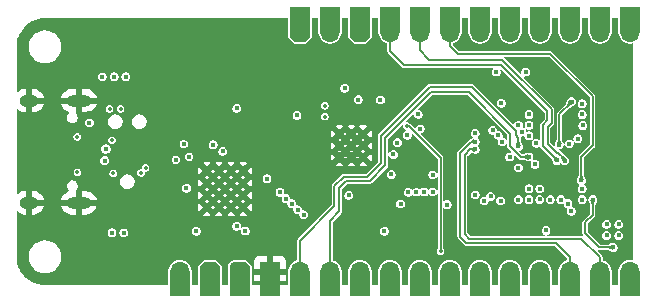
<source format=gbr>
%TF.GenerationSoftware,KiCad,Pcbnew,9.0.7*%
%TF.CreationDate,2026-01-28T15:54:31+01:00*%
%TF.ProjectId,RoyalBlue54L-Feather,526f7961-6c42-46c7-9565-35344c2d4665,rev?*%
%TF.SameCoordinates,Original*%
%TF.FileFunction,Copper,L6,Inr*%
%TF.FilePolarity,Positive*%
%FSLAX46Y46*%
G04 Gerber Fmt 4.6, Leading zero omitted, Abs format (unit mm)*
G04 Created by KiCad (PCBNEW 9.0.7) date 2026-01-28 15:54:31*
%MOMM*%
%LPD*%
G01*
G04 APERTURE LIST*
G04 Aperture macros list*
%AMOutline5P*
0 Free polygon, 5 corners , with rotation*
0 The origin of the aperture is its center*
0 number of corners: always 5*
0 $1 to $10 corner X, Y*
0 $11 Rotation angle, in degrees counterclockwise*
0 create outline with 5 corners*
4,1,5,$1,$2,$3,$4,$5,$6,$7,$8,$9,$10,$1,$2,$11*%
%AMOutline6P*
0 Free polygon, 6 corners , with rotation*
0 The origin of the aperture is its center*
0 number of corners: always 6*
0 $1 to $12 corner X, Y*
0 $13 Rotation angle, in degrees counterclockwise*
0 create outline with 6 corners*
4,1,6,$1,$2,$3,$4,$5,$6,$7,$8,$9,$10,$11,$12,$1,$2,$13*%
%AMOutline7P*
0 Free polygon, 7 corners , with rotation*
0 The origin of the aperture is its center*
0 number of corners: always 7*
0 $1 to $14 corner X, Y*
0 $15 Rotation angle, in degrees counterclockwise*
0 create outline with 7 corners*
4,1,7,$1,$2,$3,$4,$5,$6,$7,$8,$9,$10,$11,$12,$13,$14,$1,$2,$15*%
%AMOutline8P*
0 Free polygon, 8 corners , with rotation*
0 The origin of the aperture is its center*
0 number of corners: always 8*
0 $1 to $16 corner X, Y*
0 $17 Rotation angle, in degrees counterclockwise*
0 create outline with 8 corners*
4,1,8,$1,$2,$3,$4,$5,$6,$7,$8,$9,$10,$11,$12,$13,$14,$15,$16,$1,$2,$17*%
%AMFreePoly0*
4,1,13,-0.850000,0.425000,-0.425000,0.850000,0.425000,0.850000,0.850000,0.425000,0.850000,-0.425000,0.425000,-0.850000,-0.425000,-0.850000,-0.556332,-0.829199,-0.674809,-0.768832,-0.768832,-0.674809,-0.829199,-0.556332,-0.850000,-0.425000,-0.850000,0.425000,-0.850000,0.425000,$1*%
G04 Aperture macros list end*
%TA.AperFunction,HeatsinkPad*%
%ADD10C,0.500000*%
%TD*%
%TA.AperFunction,ComponentPad*%
%ADD11O,2.100000X1.000000*%
%TD*%
%TA.AperFunction,ComponentPad*%
%ADD12O,1.600000X1.000000*%
%TD*%
%TA.AperFunction,ComponentPad*%
%ADD13Outline8P,-0.850000X0.425000X-0.425000X0.850000X0.425000X0.850000X0.850000X0.425000X0.850000X-0.425000X0.425000X-0.850000X-0.425000X-0.850000X-0.850000X-0.425000X90.000000*%
%TD*%
%TA.AperFunction,ComponentPad*%
%ADD14R,1.700000X1.700000*%
%TD*%
%TA.AperFunction,ComponentPad*%
%ADD15O,1.700000X1.700000*%
%TD*%
%TA.AperFunction,ComponentPad*%
%ADD16R,1.700000X2.120000*%
%TD*%
%TA.AperFunction,ComponentPad*%
%ADD17Outline8P,-0.850000X0.425000X-0.425000X0.850000X0.425000X0.850000X0.850000X0.425000X0.850000X-0.425000X0.425000X-0.850000X-0.425000X-0.850000X-0.850000X-0.425000X270.000000*%
%TD*%
%TA.AperFunction,ComponentPad*%
%ADD18FreePoly0,270.000000*%
%TD*%
%TA.AperFunction,ViaPad*%
%ADD19C,0.450000*%
%TD*%
%TA.AperFunction,ViaPad*%
%ADD20C,0.350000*%
%TD*%
%TA.AperFunction,ViaPad*%
%ADD21C,0.400000*%
%TD*%
%TA.AperFunction,Conductor*%
%ADD22C,0.150000*%
%TD*%
G04 APERTURE END LIST*
D10*
%TO.N,GND*%
%TO.C,U2*%
X146580000Y-105460000D03*
X147580000Y-105460000D03*
X148580000Y-105460000D03*
X146580000Y-104460000D03*
X147580000Y-104460000D03*
X148580000Y-104460000D03*
X146580000Y-103460000D03*
X147580000Y-103460000D03*
X148580000Y-103460000D03*
%TD*%
D11*
%TO.N,GND*%
%TO.C,J3*%
X124490000Y-100660000D03*
D12*
X120310000Y-100660000D03*
D11*
X124490000Y-109300000D03*
D12*
X120310000Y-109300000D03*
%TD*%
D13*
%TO.N,+BATT*%
%TO.C,J2*%
X143230000Y-94820000D03*
X143230000Y-94820000D03*
D14*
X143230000Y-93550000D03*
D15*
%TO.N,/Connectors/ENABLE*%
X145770000Y-94820000D03*
D16*
X145770000Y-93760000D03*
D13*
%TO.N,VSYS*%
X148310000Y-94820000D03*
D16*
X148310000Y-93760000D03*
D15*
%TO.N,/Connectors/DIG.D13*%
X150850000Y-94820000D03*
D16*
X150850000Y-93760000D03*
D15*
%TO.N,/Connectors/DIG.D12*%
X153390000Y-94820000D03*
D16*
X153390000Y-93760000D03*
D15*
%TO.N,/Connectors/DIG.D11*%
X155930000Y-94820000D03*
D16*
X155930000Y-93760000D03*
D15*
%TO.N,/Connectors/DIG.D10*%
X158470000Y-94820000D03*
D16*
X158470000Y-93760000D03*
D15*
%TO.N,/Connectors/DIG.D9*%
X161010000Y-94820000D03*
D16*
X161010000Y-93760000D03*
D15*
%TO.N,/Connectors/DIG.D6*%
X163550000Y-94820000D03*
D16*
X163550000Y-93760000D03*
D15*
%TO.N,/Connectors/DIG.D5*%
X166090000Y-94820000D03*
D16*
X166090000Y-93760000D03*
D15*
%TO.N,/Connectors/I2C.SCL*%
X168630000Y-94820000D03*
D16*
X168630000Y-93760000D03*
D15*
%TO.N,/Connectors/I2C.SDA*%
X171170000Y-94820000D03*
D16*
X171170000Y-93760000D03*
%TD*%
D10*
%TO.N,GND*%
%TO.C,U5*%
X138430000Y-109680000D03*
X138430000Y-108646667D03*
X138430000Y-107613333D03*
X138430000Y-106580000D03*
X137396667Y-109680000D03*
X137396667Y-108646667D03*
X137396667Y-107613333D03*
X137396667Y-106580000D03*
X136363333Y-109680000D03*
X136363333Y-108646667D03*
X136363333Y-107613333D03*
X136363333Y-106580000D03*
X135330000Y-109680000D03*
X135330000Y-108646667D03*
X135330000Y-107613333D03*
X135330000Y-106580000D03*
%TD*%
D15*
%TO.N,/Debugger/SWD_TRG.~{RESET}*%
%TO.C,J1*%
X133070000Y-115140000D03*
D16*
X133070000Y-116200000D03*
D17*
%TO.N,VDD*%
X135610000Y-115140000D03*
D16*
X135610000Y-116200000D03*
D18*
%TO.N,unconnected-(J1-Pin_3-Pad3)*%
X138150000Y-115140000D03*
D16*
X138150000Y-116200000D03*
D14*
%TO.N,GND*%
X140690000Y-115140000D03*
D16*
X140690000Y-116200000D03*
D15*
%TO.N,/Connectors/ANALOG.A0*%
X143230000Y-115140000D03*
D16*
X143230000Y-116200000D03*
D15*
%TO.N,/Connectors/ANALOG.A1*%
X145770000Y-115140000D03*
D16*
X145770000Y-116200000D03*
D15*
%TO.N,/Connectors/ANALOG.A2*%
X148310000Y-115140000D03*
D16*
X148310000Y-116200000D03*
D15*
%TO.N,/Connectors/ANALOG.A3*%
X150850000Y-115140000D03*
D16*
X150850000Y-116200000D03*
D15*
%TO.N,/Connectors/ANALOG.A4*%
X153390000Y-115140000D03*
D16*
X153390000Y-116200000D03*
D15*
%TO.N,/Connectors/ANALOG.A5*%
X155930000Y-115140000D03*
D16*
X155930000Y-116200000D03*
D15*
%TO.N,/Connectors/SPI.SCK*%
X158470000Y-115140000D03*
D16*
X158470000Y-116200000D03*
D15*
%TO.N,/Connectors/SPI.MOSI*%
X161010000Y-115140000D03*
D16*
X161010000Y-116200000D03*
D15*
%TO.N,/Connectors/SPI.MISO*%
X163550000Y-115140000D03*
D16*
X163550000Y-116200000D03*
D15*
%TO.N,/Connectors/UART.RX*%
X166090000Y-115140000D03*
D16*
X166090000Y-116200000D03*
D15*
%TO.N,/Connectors/UART.TX*%
X168630000Y-115140000D03*
D16*
X168630000Y-116200000D03*
D15*
%TO.N,/Connectors/SHPHLD*%
X171170000Y-115140000D03*
D16*
X171170000Y-116200000D03*
%TD*%
D19*
%TO.N,GND*%
X158660000Y-105105000D03*
X164105000Y-109760000D03*
X139550000Y-111690000D03*
X154190000Y-101810000D03*
X144085000Y-102030000D03*
X140440000Y-111010000D03*
X151200000Y-101780000D03*
X168920000Y-103630000D03*
X160260000Y-99910000D03*
X155950000Y-106965000D03*
X125405000Y-108230000D03*
X147060000Y-110930000D03*
D20*
X156370000Y-101770000D03*
D21*
X136070000Y-98060000D03*
D20*
X163560000Y-105410000D03*
D19*
X129490000Y-98633000D03*
X168920000Y-101830000D03*
X155200000Y-104920000D03*
X161720000Y-100930000D03*
X129060000Y-96530000D03*
X158879468Y-106005000D03*
X127060000Y-96530000D03*
X132240000Y-109500000D03*
X163520000Y-101830000D03*
X147060000Y-110130000D03*
X144880000Y-98045000D03*
X129930000Y-108820000D03*
X165950000Y-107510000D03*
X122060000Y-110530000D03*
X140440000Y-108240000D03*
D20*
X141950000Y-107590000D03*
D19*
X148580000Y-98045000D03*
X131140000Y-110900000D03*
X163380000Y-107230000D03*
X129060000Y-94530000D03*
D20*
X143060000Y-112030000D03*
D19*
X127060000Y-94530000D03*
X150360000Y-110130000D03*
X151595000Y-100590000D03*
X145065000Y-108670000D03*
X140440000Y-105460000D03*
X147010000Y-98045000D03*
D20*
X155130000Y-98670000D03*
D19*
X158060000Y-102460000D03*
X139880000Y-104570000D03*
X125060000Y-112530000D03*
X150730000Y-108660000D03*
X160210000Y-110100000D03*
X131820000Y-107740000D03*
D20*
X162560000Y-111630000D03*
D19*
X154450000Y-102875000D03*
X125405000Y-101730000D03*
X167960000Y-111650000D03*
X168920000Y-105430000D03*
X168920000Y-100930000D03*
D20*
X133260000Y-105730000D03*
D19*
X170220000Y-97330000D03*
X132300000Y-106780000D03*
X155950000Y-102875000D03*
D20*
X155660000Y-111330000D03*
D19*
X162350000Y-109650000D03*
X161720000Y-101830000D03*
X151140000Y-106170000D03*
X133480000Y-111710000D03*
X168920000Y-104530000D03*
X125060000Y-110530000D03*
D20*
X127460000Y-105480000D03*
D19*
X169590000Y-97880000D03*
X136060000Y-95530000D03*
D20*
X127810000Y-114520000D03*
X142560000Y-112630000D03*
D19*
X157850000Y-111600000D03*
X150840000Y-97920000D03*
X131210000Y-112060000D03*
X134910000Y-104400000D03*
X153710000Y-98355000D03*
%TO.N,/Debugger/USB.VBUS*%
X125405000Y-102530000D03*
X147010000Y-99595000D03*
%TO.N,/Debugger/nRF52_VDD*%
X153410000Y-103040000D03*
X138590000Y-111690000D03*
X134440000Y-111710000D03*
D20*
X127410000Y-106810000D03*
D19*
X140440000Y-107280000D03*
X153230000Y-101810000D03*
X135870000Y-104400000D03*
X154460000Y-106940000D03*
%TO.N,/Connectors/ANALOG.A3*%
X161720000Y-106330000D03*
%TO.N,/Connectors/SPI.SCK*%
X159364035Y-108769445D03*
%TO.N,/Connectors/ANALOG.A1*%
X162620000Y-105430000D03*
%TO.N,/Connectors/SPI.MISO*%
X160020000Y-103590000D03*
X161720000Y-109030000D03*
%TO.N,/Connectors/UART.RX*%
X167120000Y-100930000D03*
X158075565Y-104124999D03*
%TO.N,/Connectors/ANALOG.A2*%
X160990000Y-105430000D03*
D20*
%TO.N,/Connectors/SHPHLD*%
X152300000Y-102830000D03*
X155130000Y-113420000D03*
D19*
%TO.N,/Connectors/ANALOG.A4*%
X165180000Y-104390000D03*
X166230000Y-100740000D03*
%TO.N,/Connectors/SPI.MOSI*%
X158830000Y-109140000D03*
X162620000Y-108130000D03*
%TO.N,+BATT*%
X137880000Y-101308000D03*
X150045000Y-100590000D03*
%TO.N,/Connectors/ANALOG.A5*%
X166030000Y-104310000D03*
%TO.N,/Connectors/ANALOG.A0*%
X161720000Y-104530000D03*
%TO.N,/Connectors/UART.TX*%
X158056662Y-104774726D03*
X167180000Y-102760000D03*
%TO.N,/Connectors/ENABLE*%
X150962892Y-106910000D03*
%TO.N,/Connectors/DIG.D11*%
X167060000Y-107410000D03*
%TO.N,/Connectors/DIG.D9*%
X165320000Y-109030000D03*
%TO.N,/Connectors/I2C.SDA*%
X167120000Y-101830000D03*
X127490000Y-98633000D03*
%TO.N,/Connectors/I2C.SCL*%
X126490000Y-98633000D03*
X163126446Y-106036446D03*
%TO.N,/Connectors/DIG.D12*%
X165638446Y-105730524D03*
%TO.N,/Connectors/DIG.D6*%
X165920000Y-109370000D03*
%TO.N,/Connectors/DIG.D13*%
X164988554Y-105718554D03*
%TO.N,VDD*%
X160210000Y-109140000D03*
X170210000Y-111130000D03*
X160260000Y-100870000D03*
X151140000Y-105210000D03*
X128490000Y-98633000D03*
X158060000Y-103420000D03*
D20*
X127103416Y-101355058D03*
D19*
X170210000Y-112070000D03*
X162620000Y-102730000D03*
D20*
X128043416Y-101355058D03*
D19*
X162620000Y-101830000D03*
%TO.N,/Connectors/DIG.D10*%
X164420000Y-109030000D03*
D20*
%TO.N,/Debugger/USB.CC2*%
X145330000Y-102010000D03*
X124385000Y-106730000D03*
%TO.N,/Debugger/USB.CC1*%
X145330000Y-101090000D03*
X124360000Y-103730000D03*
D21*
%TO.N,/Debugger/D-*%
X126785000Y-104755000D03*
D19*
%TO.N,VSYS*%
X142980000Y-101900000D03*
X147360000Y-108670000D03*
X148165000Y-100565000D03*
D21*
%TO.N,/Debugger/D+*%
X126685000Y-105730000D03*
D19*
%TO.N,/nPM1300/NPM1300.SCL*%
X169190000Y-112070000D03*
X152301405Y-103573512D03*
%TO.N,Net-(U1-P1.01{slash}XL2)*%
X161720000Y-102730000D03*
X159840000Y-98230000D03*
%TO.N,/nPM1300/NPM1300.SDA*%
X169190000Y-111130000D03*
X151480000Y-104210000D03*
%TO.N,Net-(U1-P1.00{slash}XL1)*%
X162340000Y-98230000D03*
X162620000Y-103630000D03*
%TO.N,/Debugger/SWD_TRG.~{RESET}*%
X158072847Y-108632847D03*
X166754293Y-103874293D03*
X155689293Y-109459293D03*
%TO.N,Net-(D1-A)*%
X163530000Y-109020000D03*
X164062500Y-111650000D03*
%TO.N,Net-(U5-DEC4)*%
X137880000Y-111280000D03*
X133609447Y-108059970D03*
D20*
%TO.N,Net-(J8-SWDIO)*%
X129770000Y-106760000D03*
D21*
X133390000Y-104330000D03*
D19*
%TO.N,/Debugger/SWD_TRG.SWDIO*%
X166190000Y-110010000D03*
X167120000Y-108130000D03*
%TO.N,Net-(J8-~{RESET})*%
X136680000Y-104950000D03*
D21*
X132720000Y-105660000D03*
D20*
X127310000Y-104000000D03*
D21*
%TO.N,Net-(J8-SWCLK)*%
X133840000Y-105400000D03*
D20*
X130160000Y-106350000D03*
D19*
%TO.N,/nPM1300/NPM1300.INT*%
X169750000Y-113080000D03*
X168020000Y-109030000D03*
%TO.N,/nRF54L15/~{CS}_FLASH*%
X162620000Y-109030000D03*
X160360000Y-104150000D03*
%TO.N,Net-(JP1-A)*%
X150370000Y-111705000D03*
%TO.N,Net-(J6-Pin_4)*%
X163220000Y-104260000D03*
X128310000Y-111855000D03*
%TO.N,Net-(J6-Pin_2)*%
X162030553Y-103301016D03*
X127310000Y-111855000D03*
%TO.N,/nRF54L15/D2_FLASH*%
X163520000Y-108130000D03*
X159530046Y-103162861D03*
%TO.N,/Debugger/TRG_SWDCLK_NRF52*%
X143540000Y-110320347D03*
X154460000Y-108380000D03*
%TO.N,/Debugger/UART_TX_NRF52*%
X142040000Y-108950000D03*
X152389916Y-108420654D03*
%TO.N,/Debugger/TRG_SWDIO_NRF52*%
X143040000Y-109900000D03*
X153740000Y-108390000D03*
%TO.N,/Debugger/UART_RX_NRF52*%
X151740000Y-109400000D03*
X141540000Y-108410000D03*
%TO.N,/Debugger/TRG_~{RESET}_NRF52*%
X153073185Y-108396815D03*
X142540000Y-109390000D03*
%TO.N,/Debugger/SWD_TRG.SWDCLK*%
X167120000Y-109030000D03*
%TD*%
D22*
%TO.N,/Connectors/ANALOG.A1*%
X161020000Y-104537107D02*
X161020000Y-103440000D01*
X149120000Y-107470000D02*
X147140000Y-107470000D01*
X146570000Y-108040000D02*
X146570000Y-110020000D01*
X147140000Y-107470000D02*
X146570000Y-108040000D01*
X146570000Y-110020000D02*
X145770000Y-110820000D01*
X157520000Y-99940000D02*
X154340000Y-99940000D01*
X145770000Y-110820000D02*
X145770000Y-115140000D01*
X161912893Y-105430000D02*
X161020000Y-104537107D01*
X154340000Y-99940000D02*
X150460000Y-103820000D01*
X150460000Y-106130000D02*
X149120000Y-107470000D01*
X150460000Y-103820000D02*
X150460000Y-106130000D01*
X161020000Y-103440000D02*
X157520000Y-99940000D01*
X162620000Y-105430000D02*
X161912893Y-105430000D01*
%TO.N,/Connectors/UART.RX*%
X157725001Y-104124999D02*
X156790000Y-105060000D01*
X157320000Y-112710000D02*
X164870000Y-112710000D01*
X156790000Y-105060000D02*
X156790000Y-112180000D01*
X156790000Y-112180000D02*
X157320000Y-112710000D01*
X166090000Y-113930000D02*
X166090000Y-115140000D01*
X158075565Y-104124999D02*
X157725001Y-104124999D01*
X164870000Y-112710000D02*
X166090000Y-113930000D01*
%TO.N,/Connectors/SHPHLD*%
X155130000Y-105500000D02*
X155130000Y-108410000D01*
X152460000Y-102830000D02*
X152760000Y-103130000D01*
X152300000Y-102830000D02*
X152460000Y-102830000D01*
X152760000Y-103130000D02*
X155130000Y-105500000D01*
X155130000Y-108410000D02*
X155130000Y-113420000D01*
%TO.N,/Connectors/ANALOG.A4*%
X165180000Y-104390000D02*
X165180000Y-101790000D01*
X165180000Y-101790000D02*
X166230000Y-100740000D01*
%TO.N,/Connectors/ANALOG.A0*%
X146140000Y-109610000D02*
X143230000Y-112520000D01*
X146140000Y-107880000D02*
X146140000Y-109610000D01*
X157762893Y-99480000D02*
X154207107Y-99480000D01*
X150060000Y-105940000D02*
X148900000Y-107100000D01*
X161720000Y-104530000D02*
X161720000Y-103790000D01*
X146920000Y-107100000D02*
X146140000Y-107880000D01*
X148900000Y-107100000D02*
X146920000Y-107100000D01*
X150060000Y-103627107D02*
X150060000Y-105940000D01*
X143230000Y-112520000D02*
X143230000Y-115140000D01*
X154207107Y-99480000D02*
X150060000Y-103627107D01*
X161720000Y-103790000D02*
X161490000Y-103560000D01*
X161490000Y-103207107D02*
X157762893Y-99480000D01*
X161490000Y-103560000D02*
X161490000Y-103207107D01*
%TO.N,/Connectors/UART.TX*%
X157180000Y-105250000D02*
X157180000Y-111970000D01*
X167050000Y-112340000D02*
X168630000Y-113920000D01*
X158056662Y-104774726D02*
X157655274Y-104774726D01*
X168630000Y-113920000D02*
X168630000Y-115140000D01*
X157550000Y-112340000D02*
X167050000Y-112340000D01*
X157655274Y-104774726D02*
X157180000Y-105250000D01*
X157180000Y-111970000D02*
X157550000Y-112340000D01*
%TO.N,/Connectors/DIG.D11*%
X155930000Y-96060000D02*
X156580000Y-96710000D01*
X155930000Y-94820000D02*
X155930000Y-96060000D01*
X167060000Y-105390000D02*
X167060000Y-107410000D01*
X168000000Y-100290000D02*
X168000000Y-104450000D01*
X164420000Y-96710000D02*
X168000000Y-100290000D01*
X168000000Y-104450000D02*
X167060000Y-105390000D01*
X156580000Y-96710000D02*
X164420000Y-96710000D01*
%TO.N,/Connectors/DIG.D12*%
X165090000Y-105070000D02*
X165638446Y-105618446D01*
X154180000Y-97180000D02*
X160360000Y-97180000D01*
X164550000Y-102520000D02*
X164200000Y-102870000D01*
X164200000Y-102870000D02*
X164200000Y-104310000D01*
X160360000Y-97180000D02*
X164550000Y-101370000D01*
X164200000Y-104310000D02*
X164960000Y-105070000D01*
X153390000Y-96390000D02*
X154180000Y-97180000D01*
X165638446Y-105618446D02*
X165638446Y-105730524D01*
X164550000Y-101370000D02*
X164550000Y-102520000D01*
X153390000Y-94820000D02*
X153390000Y-96390000D01*
X164960000Y-105070000D02*
X165090000Y-105070000D01*
%TO.N,/Connectors/DIG.D13*%
X160240000Y-97640000D02*
X152000000Y-97640000D01*
X152000000Y-97640000D02*
X150850000Y-96490000D01*
X164170000Y-101570000D02*
X160240000Y-97640000D01*
X150850000Y-96490000D02*
X150850000Y-94820000D01*
X163800000Y-104530000D02*
X163800000Y-102700000D01*
X163800000Y-102700000D02*
X164170000Y-102330000D01*
X164988554Y-105718554D02*
X163800000Y-104530000D01*
X164170000Y-102330000D02*
X164170000Y-101570000D01*
%TO.N,/nPM1300/NPM1300.INT*%
X167360000Y-111890000D02*
X167360000Y-110970000D01*
X167360000Y-110970000D02*
X168020000Y-110310000D01*
X168550000Y-113080000D02*
X167360000Y-111890000D01*
X169750000Y-113080000D02*
X168550000Y-113080000D01*
X168020000Y-110310000D02*
X168020000Y-109030000D01*
%TD*%
%TA.AperFunction,Conductor*%
%TO.N,GND*%
G36*
X142211194Y-93695806D02*
G01*
X142229500Y-93740000D01*
X142229500Y-94332661D01*
X142229500Y-95307340D01*
X142742661Y-95820500D01*
X143717340Y-95820500D01*
X144230500Y-95307339D01*
X144230500Y-93740000D01*
X144248806Y-93695806D01*
X144293000Y-93677500D01*
X144707000Y-93677500D01*
X144751194Y-93695806D01*
X144769500Y-93740000D01*
X144769500Y-94918541D01*
X144807948Y-95111833D01*
X144807949Y-95111835D01*
X144883368Y-95293914D01*
X144992861Y-95457782D01*
X145132218Y-95597139D01*
X145296086Y-95706632D01*
X145478165Y-95782051D01*
X145671459Y-95820500D01*
X145868541Y-95820500D01*
X146061835Y-95782051D01*
X146243914Y-95706632D01*
X146407782Y-95597139D01*
X146547139Y-95457782D01*
X146656632Y-95293914D01*
X146732051Y-95111835D01*
X146770500Y-94918541D01*
X146770500Y-94721459D01*
X146770500Y-93740000D01*
X146788806Y-93695806D01*
X146833000Y-93677500D01*
X147247000Y-93677500D01*
X147291194Y-93695806D01*
X147309500Y-93740000D01*
X147309500Y-94332661D01*
X147309500Y-95307340D01*
X147822661Y-95820500D01*
X148797340Y-95820500D01*
X149310500Y-95307339D01*
X149310500Y-93740000D01*
X149328806Y-93695806D01*
X149373000Y-93677500D01*
X149787000Y-93677500D01*
X149831194Y-93695806D01*
X149849500Y-93740000D01*
X149849500Y-94918541D01*
X149887948Y-95111833D01*
X149887949Y-95111835D01*
X149963368Y-95293914D01*
X150072861Y-95457782D01*
X150212218Y-95597139D01*
X150376086Y-95706632D01*
X150558165Y-95782051D01*
X150574192Y-95785239D01*
X150613966Y-95811814D01*
X150624500Y-95846538D01*
X150624500Y-96440100D01*
X150624499Y-96440114D01*
X150624499Y-96534857D01*
X150640682Y-96573925D01*
X150647778Y-96591056D01*
X150648774Y-96593459D01*
X150658831Y-96617738D01*
X150731054Y-96689960D01*
X150731056Y-96689961D01*
X151805261Y-97764166D01*
X151805274Y-97764181D01*
X151872262Y-97831168D01*
X151872264Y-97831170D01*
X151906595Y-97845390D01*
X151955146Y-97865501D01*
X152052128Y-97865501D01*
X152052136Y-97865500D01*
X159522574Y-97865500D01*
X159566768Y-97883806D01*
X159585074Y-97928000D01*
X159566768Y-97972194D01*
X159539529Y-97999432D01*
X159539526Y-97999436D01*
X159490089Y-98085062D01*
X159490088Y-98085066D01*
X159464501Y-98180558D01*
X159464500Y-98180566D01*
X159464500Y-98279433D01*
X159464501Y-98279441D01*
X159490088Y-98374933D01*
X159490089Y-98374937D01*
X159539526Y-98460563D01*
X159539529Y-98460567D01*
X159609432Y-98530470D01*
X159609436Y-98530473D01*
X159609438Y-98530475D01*
X159695062Y-98579910D01*
X159790565Y-98605500D01*
X159790566Y-98605500D01*
X159889434Y-98605500D01*
X159889435Y-98605500D01*
X159984938Y-98579910D01*
X160070562Y-98530475D01*
X160140475Y-98460562D01*
X160189910Y-98374938D01*
X160215500Y-98279435D01*
X160215500Y-98180565D01*
X160189910Y-98085062D01*
X160186518Y-98079188D01*
X160180274Y-98031763D01*
X160209394Y-97993812D01*
X160256820Y-97987567D01*
X160284839Y-98003744D01*
X163926194Y-101645099D01*
X163944500Y-101689293D01*
X163944500Y-102210706D01*
X163926194Y-102254900D01*
X163608829Y-102572264D01*
X163604072Y-102583750D01*
X163604072Y-102583751D01*
X163574499Y-102655143D01*
X163574499Y-102752127D01*
X163574500Y-102752136D01*
X163574500Y-103932574D01*
X163556194Y-103976768D01*
X163512000Y-103995074D01*
X163467806Y-103976768D01*
X163450567Y-103959529D01*
X163450563Y-103959526D01*
X163450562Y-103959525D01*
X163406053Y-103933828D01*
X163364937Y-103910089D01*
X163364933Y-103910088D01*
X163269441Y-103884501D01*
X163269436Y-103884500D01*
X163269435Y-103884500D01*
X163170565Y-103884500D01*
X163170564Y-103884500D01*
X163170558Y-103884501D01*
X163075066Y-103910088D01*
X163075062Y-103910090D01*
X163001399Y-103952619D01*
X162953972Y-103958862D01*
X162916022Y-103929742D01*
X162909779Y-103882315D01*
X162918684Y-103864259D01*
X162918426Y-103864110D01*
X162920473Y-103860563D01*
X162920475Y-103860562D01*
X162969910Y-103774938D01*
X162995500Y-103679435D01*
X162995500Y-103580565D01*
X162969910Y-103485062D01*
X162920475Y-103399438D01*
X162920473Y-103399436D01*
X162920470Y-103399432D01*
X162850567Y-103329529D01*
X162850563Y-103329526D01*
X162850562Y-103329525D01*
X162781280Y-103289525D01*
X162764937Y-103280089D01*
X162764933Y-103280088D01*
X162669441Y-103254501D01*
X162669436Y-103254500D01*
X162669435Y-103254500D01*
X162570565Y-103254500D01*
X162570564Y-103254500D01*
X162570558Y-103254501D01*
X162478173Y-103279256D01*
X162454706Y-103276166D01*
X162431212Y-103273279D01*
X162431035Y-103273050D01*
X162430747Y-103273013D01*
X162401768Y-103235579D01*
X162401685Y-103235282D01*
X162380463Y-103156078D01*
X162379059Y-103153647D01*
X162377235Y-103147064D01*
X162379721Y-103126836D01*
X162379721Y-103106455D01*
X162382577Y-103103597D01*
X162383071Y-103099586D01*
X162399134Y-103087040D01*
X162413545Y-103072629D01*
X162417586Y-103072628D01*
X162420771Y-103070142D01*
X162440998Y-103072628D01*
X162461380Y-103072628D01*
X162468147Y-103075965D01*
X162468249Y-103075978D01*
X162468296Y-103076039D01*
X162468716Y-103076246D01*
X162475058Y-103079908D01*
X162475059Y-103079908D01*
X162475062Y-103079910D01*
X162570565Y-103105500D01*
X162570566Y-103105500D01*
X162669434Y-103105500D01*
X162669435Y-103105500D01*
X162764938Y-103079910D01*
X162850562Y-103030475D01*
X162920475Y-102960562D01*
X162969910Y-102874938D01*
X162969910Y-102874934D01*
X162969913Y-102874929D01*
X162987461Y-102809436D01*
X162995500Y-102779435D01*
X162995500Y-102680565D01*
X162969910Y-102585062D01*
X162920475Y-102499438D01*
X162920473Y-102499436D01*
X162920470Y-102499432D01*
X162850567Y-102429529D01*
X162850563Y-102429526D01*
X162850562Y-102429525D01*
X162773557Y-102385066D01*
X162764937Y-102380089D01*
X162764933Y-102380088D01*
X162669441Y-102354501D01*
X162669436Y-102354500D01*
X162669435Y-102354500D01*
X162570565Y-102354500D01*
X162570564Y-102354500D01*
X162570558Y-102354501D01*
X162475066Y-102380088D01*
X162475062Y-102380089D01*
X162389436Y-102429526D01*
X162389432Y-102429529D01*
X162319529Y-102499432D01*
X162319526Y-102499436D01*
X162270089Y-102585062D01*
X162270088Y-102585066D01*
X162244501Y-102680558D01*
X162244500Y-102680566D01*
X162244500Y-102779433D01*
X162244501Y-102779441D01*
X162270089Y-102874936D01*
X162270832Y-102876730D01*
X162270831Y-102877708D01*
X162271150Y-102878895D01*
X162270831Y-102878980D01*
X162270829Y-102924565D01*
X162237002Y-102958388D01*
X162193986Y-102960153D01*
X162187623Y-102958110D01*
X162175491Y-102951106D01*
X162116848Y-102935392D01*
X162115385Y-102934923D01*
X162098223Y-102920371D01*
X162080360Y-102906664D01*
X162080146Y-102905043D01*
X162078900Y-102903986D01*
X162077054Y-102881552D01*
X162074117Y-102859237D01*
X162095499Y-102779439D01*
X162095500Y-102779433D01*
X162095500Y-102680566D01*
X162095498Y-102680558D01*
X162077949Y-102615066D01*
X162069910Y-102585062D01*
X162020475Y-102499438D01*
X162020473Y-102499436D01*
X162020470Y-102499432D01*
X161950567Y-102429529D01*
X161950563Y-102429526D01*
X161950562Y-102429525D01*
X161873557Y-102385066D01*
X161864937Y-102380089D01*
X161864933Y-102380088D01*
X161769441Y-102354501D01*
X161769436Y-102354500D01*
X161769435Y-102354500D01*
X161670565Y-102354500D01*
X161670564Y-102354500D01*
X161670558Y-102354501D01*
X161575066Y-102380088D01*
X161575062Y-102380089D01*
X161489436Y-102429526D01*
X161489432Y-102429529D01*
X161419529Y-102499432D01*
X161419526Y-102499436D01*
X161370089Y-102585062D01*
X161370089Y-102585064D01*
X161359386Y-102625007D01*
X161330265Y-102662957D01*
X161282839Y-102669200D01*
X161254822Y-102653024D01*
X160382364Y-101780566D01*
X162244500Y-101780566D01*
X162244500Y-101879433D01*
X162244501Y-101879441D01*
X162270088Y-101974933D01*
X162270089Y-101974937D01*
X162270090Y-101974938D01*
X162315074Y-102052853D01*
X162319526Y-102060563D01*
X162319529Y-102060567D01*
X162389432Y-102130470D01*
X162389436Y-102130473D01*
X162389438Y-102130475D01*
X162475062Y-102179910D01*
X162570565Y-102205500D01*
X162570566Y-102205500D01*
X162669434Y-102205500D01*
X162669435Y-102205500D01*
X162764938Y-102179910D01*
X162850562Y-102130475D01*
X162920475Y-102060562D01*
X162969910Y-101974938D01*
X162995500Y-101879435D01*
X162995500Y-101780565D01*
X162969910Y-101685062D01*
X162920475Y-101599438D01*
X162920473Y-101599436D01*
X162920470Y-101599432D01*
X162850567Y-101529529D01*
X162850563Y-101529526D01*
X162850562Y-101529525D01*
X162765988Y-101480696D01*
X162764937Y-101480089D01*
X162764933Y-101480088D01*
X162669441Y-101454501D01*
X162669436Y-101454500D01*
X162669435Y-101454500D01*
X162570565Y-101454500D01*
X162570564Y-101454500D01*
X162570558Y-101454501D01*
X162475066Y-101480088D01*
X162475062Y-101480089D01*
X162389436Y-101529526D01*
X162389432Y-101529529D01*
X162319529Y-101599432D01*
X162319526Y-101599436D01*
X162270089Y-101685062D01*
X162270088Y-101685066D01*
X162244501Y-101780558D01*
X162244500Y-101780566D01*
X160382364Y-101780566D01*
X159422364Y-100820566D01*
X159884500Y-100820566D01*
X159884500Y-100919433D01*
X159884501Y-100919441D01*
X159910088Y-101014933D01*
X159910089Y-101014937D01*
X159910090Y-101014938D01*
X159956079Y-101094594D01*
X159959526Y-101100563D01*
X159959529Y-101100567D01*
X160029432Y-101170470D01*
X160029436Y-101170473D01*
X160029438Y-101170475D01*
X160115062Y-101219910D01*
X160210565Y-101245500D01*
X160210566Y-101245500D01*
X160309434Y-101245500D01*
X160309435Y-101245500D01*
X160404938Y-101219910D01*
X160490562Y-101170475D01*
X160560475Y-101100562D01*
X160609910Y-101014938D01*
X160635500Y-100919435D01*
X160635500Y-100820565D01*
X160609910Y-100725062D01*
X160560475Y-100639438D01*
X160560472Y-100639435D01*
X160560470Y-100639432D01*
X160490567Y-100569529D01*
X160490563Y-100569526D01*
X160490562Y-100569525D01*
X160436082Y-100538071D01*
X160404937Y-100520089D01*
X160404933Y-100520088D01*
X160309441Y-100494501D01*
X160309436Y-100494500D01*
X160309435Y-100494500D01*
X160210565Y-100494500D01*
X160210564Y-100494500D01*
X160210558Y-100494501D01*
X160115066Y-100520088D01*
X160115062Y-100520089D01*
X160029436Y-100569526D01*
X160029432Y-100569529D01*
X159959529Y-100639432D01*
X159959526Y-100639436D01*
X159910089Y-100725062D01*
X159910088Y-100725066D01*
X159884501Y-100820558D01*
X159884500Y-100820566D01*
X159422364Y-100820566D01*
X157962854Y-99361056D01*
X157962854Y-99361055D01*
X157890631Y-99288831D01*
X157890629Y-99288830D01*
X157866353Y-99278774D01*
X157866352Y-99278773D01*
X157807750Y-99254499D01*
X157807748Y-99254499D01*
X157718038Y-99254499D01*
X157710765Y-99254499D01*
X157710757Y-99254500D01*
X154259243Y-99254500D01*
X154259235Y-99254499D01*
X154251962Y-99254499D01*
X154162252Y-99254499D01*
X154103646Y-99278773D01*
X154103646Y-99278774D01*
X154088338Y-99285115D01*
X154079368Y-99288831D01*
X154015937Y-99352264D01*
X149868831Y-103499369D01*
X149868829Y-103499371D01*
X149864093Y-103510806D01*
X149863280Y-103512771D01*
X149841673Y-103564933D01*
X149834499Y-103582252D01*
X149834499Y-103679234D01*
X149834500Y-103679243D01*
X149834500Y-105820707D01*
X149816194Y-105864901D01*
X148824901Y-106856194D01*
X148780707Y-106874500D01*
X146972136Y-106874500D01*
X146972128Y-106874499D01*
X146964855Y-106874499D01*
X146875146Y-106874499D01*
X146875143Y-106874499D01*
X146841180Y-106888568D01*
X146841179Y-106888569D01*
X146792265Y-106908829D01*
X146792262Y-106908831D01*
X145948829Y-107752264D01*
X145944072Y-107763750D01*
X145944072Y-107763751D01*
X145914499Y-107835143D01*
X145914499Y-107932127D01*
X145914500Y-107932136D01*
X145914500Y-109490706D01*
X145896194Y-109534900D01*
X143038829Y-112392264D01*
X143034072Y-112403750D01*
X143034072Y-112403751D01*
X143004499Y-112475143D01*
X143004499Y-112572127D01*
X143004500Y-112572136D01*
X143004500Y-114113461D01*
X142986194Y-114157655D01*
X142954195Y-114174760D01*
X142938167Y-114177948D01*
X142756087Y-114253367D01*
X142756084Y-114253368D01*
X142592218Y-114362860D01*
X142452860Y-114502218D01*
X142343369Y-114666084D01*
X142267948Y-114848166D01*
X142229500Y-115041458D01*
X142229500Y-116220000D01*
X142211194Y-116264194D01*
X142167000Y-116282500D01*
X141173474Y-116282500D01*
X141155925Y-116217007D01*
X141090099Y-116102993D01*
X140997007Y-116009901D01*
X140893255Y-115950000D01*
X142040000Y-115950000D01*
X142040000Y-115390000D01*
X141123012Y-115390000D01*
X141155925Y-115332993D01*
X141190000Y-115205826D01*
X141190000Y-115074174D01*
X141155925Y-114947007D01*
X141123012Y-114890000D01*
X142040000Y-114890000D01*
X142040000Y-114242177D01*
X142039999Y-114242164D01*
X142033597Y-114182622D01*
X141983352Y-114047908D01*
X141983350Y-114047905D01*
X141897191Y-113932813D01*
X141897186Y-113932808D01*
X141782094Y-113846649D01*
X141782091Y-113846647D01*
X141647377Y-113796402D01*
X141587835Y-113790000D01*
X140940000Y-113790000D01*
X140940000Y-114706988D01*
X140882993Y-114674075D01*
X140755826Y-114640000D01*
X140624174Y-114640000D01*
X140497007Y-114674075D01*
X140440000Y-114706988D01*
X140440000Y-113790000D01*
X139792164Y-113790000D01*
X139732622Y-113796402D01*
X139597908Y-113846647D01*
X139597905Y-113846649D01*
X139482813Y-113932808D01*
X139482808Y-113932813D01*
X139396649Y-114047905D01*
X139396647Y-114047908D01*
X139346402Y-114182622D01*
X139340000Y-114242164D01*
X139340000Y-114890000D01*
X140256988Y-114890000D01*
X140224075Y-114947007D01*
X140190000Y-115074174D01*
X140190000Y-115205826D01*
X140224075Y-115332993D01*
X140256988Y-115390000D01*
X139340000Y-115390000D01*
X139340000Y-115950000D01*
X140486745Y-115950000D01*
X140382993Y-116009901D01*
X140289901Y-116102993D01*
X140224075Y-116217007D01*
X140206526Y-116282500D01*
X139213000Y-116282500D01*
X139168806Y-116264194D01*
X139150500Y-116220000D01*
X139150500Y-114652660D01*
X139000058Y-114502218D01*
X138637339Y-114139500D01*
X137687280Y-114139500D01*
X137687273Y-114139500D01*
X137574771Y-114154311D01*
X137574760Y-114154314D01*
X137434770Y-114212300D01*
X137434767Y-114212301D01*
X137434767Y-114212302D01*
X137314549Y-114304549D01*
X137242247Y-114398775D01*
X137222300Y-114424770D01*
X137164314Y-114564760D01*
X137164311Y-114564771D01*
X137149500Y-114677273D01*
X137149500Y-116220000D01*
X137131194Y-116264194D01*
X137087000Y-116282500D01*
X136673000Y-116282500D01*
X136628806Y-116264194D01*
X136610500Y-116220000D01*
X136610500Y-114652660D01*
X136097339Y-114139500D01*
X135122660Y-114139500D01*
X134609500Y-114652660D01*
X134609500Y-116220000D01*
X134591194Y-116264194D01*
X134547000Y-116282500D01*
X134133000Y-116282500D01*
X134088806Y-116264194D01*
X134070500Y-116220000D01*
X134070500Y-115041459D01*
X134032051Y-114848165D01*
X133956632Y-114666086D01*
X133847139Y-114502218D01*
X133707782Y-114362861D01*
X133543914Y-114253368D01*
X133403083Y-114195034D01*
X133361833Y-114177948D01*
X133168541Y-114139500D01*
X132971459Y-114139500D01*
X132778166Y-114177948D01*
X132637334Y-114236282D01*
X132596089Y-114253367D01*
X132596084Y-114253369D01*
X132432218Y-114362860D01*
X132292860Y-114502218D01*
X132183369Y-114666084D01*
X132107948Y-114848166D01*
X132069500Y-115041458D01*
X132069500Y-116220000D01*
X132051194Y-116264194D01*
X132007000Y-116282500D01*
X121641889Y-116282500D01*
X121638115Y-116282386D01*
X121352976Y-116265138D01*
X121345484Y-116264228D01*
X121066371Y-116213078D01*
X121059043Y-116211272D01*
X120788128Y-116126852D01*
X120781071Y-116124176D01*
X120522299Y-116007713D01*
X120515616Y-116004205D01*
X120272780Y-115857405D01*
X120266569Y-115853118D01*
X120043190Y-115678111D01*
X120037541Y-115673106D01*
X119836893Y-115472458D01*
X119831888Y-115466809D01*
X119656881Y-115243430D01*
X119652594Y-115237219D01*
X119538294Y-115048144D01*
X119505791Y-114994377D01*
X119502289Y-114987707D01*
X119385822Y-114728927D01*
X119383147Y-114721871D01*
X119361580Y-114652661D01*
X119298727Y-114450956D01*
X119296921Y-114443628D01*
X119267795Y-114284692D01*
X119245769Y-114164503D01*
X119244862Y-114157034D01*
X119227614Y-113871883D01*
X119227500Y-113868110D01*
X119227500Y-113761588D01*
X120262500Y-113761588D01*
X120262500Y-113978412D01*
X120291975Y-114164515D01*
X120296419Y-114192570D01*
X120363419Y-114398775D01*
X120363420Y-114398778D01*
X120416126Y-114502218D01*
X120461856Y-114591968D01*
X120589301Y-114767381D01*
X120589304Y-114767384D01*
X120589307Y-114767388D01*
X120742611Y-114920692D01*
X120742614Y-114920694D01*
X120742619Y-114920699D01*
X120918032Y-115048144D01*
X121111223Y-115146580D01*
X121317435Y-115213582D01*
X121531588Y-115247500D01*
X121531590Y-115247500D01*
X121748410Y-115247500D01*
X121748412Y-115247500D01*
X121962565Y-115213582D01*
X122168777Y-115146580D01*
X122361968Y-115048144D01*
X122537381Y-114920699D01*
X122690699Y-114767381D01*
X122818144Y-114591968D01*
X122916580Y-114398777D01*
X122983582Y-114192565D01*
X123017500Y-113978412D01*
X123017500Y-113761588D01*
X122983582Y-113547435D01*
X122916580Y-113341223D01*
X122818144Y-113148032D01*
X122690699Y-112972619D01*
X122690694Y-112972614D01*
X122690692Y-112972611D01*
X122537388Y-112819307D01*
X122537384Y-112819304D01*
X122537381Y-112819301D01*
X122361968Y-112691856D01*
X122258808Y-112639293D01*
X122168778Y-112593420D01*
X122168775Y-112593419D01*
X121962570Y-112526419D01*
X121962566Y-112526418D01*
X121962565Y-112526418D01*
X121840967Y-112507159D01*
X121748413Y-112492500D01*
X121748412Y-112492500D01*
X121531588Y-112492500D01*
X121531586Y-112492500D01*
X121317429Y-112526419D01*
X121111224Y-112593419D01*
X121111221Y-112593420D01*
X120918031Y-112691856D01*
X120742611Y-112819307D01*
X120589307Y-112972611D01*
X120461856Y-113148031D01*
X120363420Y-113341221D01*
X120363419Y-113341224D01*
X120296419Y-113547429D01*
X120266105Y-113738829D01*
X120262500Y-113761588D01*
X119227500Y-113761588D01*
X119227500Y-111805566D01*
X126934500Y-111805566D01*
X126934500Y-111904433D01*
X126934501Y-111904441D01*
X126960088Y-111999933D01*
X126960089Y-111999937D01*
X126974848Y-112025500D01*
X127009489Y-112085500D01*
X127009526Y-112085563D01*
X127009529Y-112085567D01*
X127079432Y-112155470D01*
X127079436Y-112155473D01*
X127079438Y-112155475D01*
X127165062Y-112204910D01*
X127260565Y-112230500D01*
X127260566Y-112230500D01*
X127359434Y-112230500D01*
X127359435Y-112230500D01*
X127454938Y-112204910D01*
X127540562Y-112155475D01*
X127610475Y-112085562D01*
X127659910Y-111999938D01*
X127685500Y-111904435D01*
X127685500Y-111805566D01*
X127934500Y-111805566D01*
X127934500Y-111904433D01*
X127934501Y-111904441D01*
X127960088Y-111999933D01*
X127960089Y-111999937D01*
X127974848Y-112025500D01*
X128009489Y-112085500D01*
X128009526Y-112085563D01*
X128009529Y-112085567D01*
X128079432Y-112155470D01*
X128079436Y-112155473D01*
X128079438Y-112155475D01*
X128165062Y-112204910D01*
X128260565Y-112230500D01*
X128260566Y-112230500D01*
X128359434Y-112230500D01*
X128359435Y-112230500D01*
X128454938Y-112204910D01*
X128540562Y-112155475D01*
X128610475Y-112085562D01*
X128659910Y-111999938D01*
X128685500Y-111904435D01*
X128685500Y-111805565D01*
X128659910Y-111710062D01*
X128631333Y-111660566D01*
X134064500Y-111660566D01*
X134064500Y-111759433D01*
X134064501Y-111759441D01*
X134090088Y-111854933D01*
X134090089Y-111854937D01*
X134104887Y-111880567D01*
X134136641Y-111935567D01*
X134139526Y-111940563D01*
X134139529Y-111940567D01*
X134209432Y-112010470D01*
X134209436Y-112010473D01*
X134209438Y-112010475D01*
X134295062Y-112059910D01*
X134390565Y-112085500D01*
X134390566Y-112085500D01*
X134489434Y-112085500D01*
X134489435Y-112085500D01*
X134584938Y-112059910D01*
X134670562Y-112010475D01*
X134740475Y-111940562D01*
X134789910Y-111854938D01*
X134815500Y-111759435D01*
X134815500Y-111660565D01*
X134789910Y-111565062D01*
X134740475Y-111479438D01*
X134740473Y-111479436D01*
X134740470Y-111479432D01*
X134670567Y-111409529D01*
X134670563Y-111409526D01*
X134670562Y-111409525D01*
X134627750Y-111384807D01*
X134584937Y-111360089D01*
X134584933Y-111360088D01*
X134489441Y-111334501D01*
X134489436Y-111334500D01*
X134489435Y-111334500D01*
X134390565Y-111334500D01*
X134390564Y-111334500D01*
X134390558Y-111334501D01*
X134295066Y-111360088D01*
X134295062Y-111360089D01*
X134209436Y-111409526D01*
X134209432Y-111409529D01*
X134139529Y-111479432D01*
X134139526Y-111479436D01*
X134090089Y-111565062D01*
X134090088Y-111565066D01*
X134064501Y-111660558D01*
X134064500Y-111660566D01*
X128631333Y-111660566D01*
X128610477Y-111624441D01*
X128610470Y-111624432D01*
X128540567Y-111554529D01*
X128540563Y-111554526D01*
X128540562Y-111554525D01*
X128497750Y-111529807D01*
X128454937Y-111505089D01*
X128454933Y-111505088D01*
X128359441Y-111479501D01*
X128359436Y-111479500D01*
X128359435Y-111479500D01*
X128260565Y-111479500D01*
X128260564Y-111479500D01*
X128260558Y-111479501D01*
X128165066Y-111505088D01*
X128165062Y-111505089D01*
X128079436Y-111554526D01*
X128079432Y-111554529D01*
X128009529Y-111624432D01*
X128009526Y-111624436D01*
X127960089Y-111710062D01*
X127960088Y-111710066D01*
X127934501Y-111805558D01*
X127934500Y-111805566D01*
X127685500Y-111805566D01*
X127685500Y-111805565D01*
X127659910Y-111710062D01*
X127610475Y-111624438D01*
X127610473Y-111624436D01*
X127610470Y-111624432D01*
X127540567Y-111554529D01*
X127540563Y-111554526D01*
X127540562Y-111554525D01*
X127497750Y-111529807D01*
X127454937Y-111505089D01*
X127454933Y-111505088D01*
X127359441Y-111479501D01*
X127359436Y-111479500D01*
X127359435Y-111479500D01*
X127260565Y-111479500D01*
X127260564Y-111479500D01*
X127260558Y-111479501D01*
X127165066Y-111505088D01*
X127165062Y-111505089D01*
X127079436Y-111554526D01*
X127079432Y-111554529D01*
X127009529Y-111624432D01*
X127009526Y-111624436D01*
X126960089Y-111710062D01*
X126960088Y-111710066D01*
X126934501Y-111805558D01*
X126934500Y-111805566D01*
X119227500Y-111805566D01*
X119227500Y-111230566D01*
X137504500Y-111230566D01*
X137504500Y-111329433D01*
X137504501Y-111329441D01*
X137530088Y-111424933D01*
X137530089Y-111424937D01*
X137554807Y-111467750D01*
X137576602Y-111505500D01*
X137579526Y-111510563D01*
X137579529Y-111510567D01*
X137649432Y-111580470D01*
X137649436Y-111580473D01*
X137649438Y-111580475D01*
X137735062Y-111629910D01*
X137830565Y-111655500D01*
X137830566Y-111655500D01*
X137929434Y-111655500D01*
X137929435Y-111655500D01*
X138024938Y-111629910D01*
X138110562Y-111580475D01*
X138110567Y-111580469D01*
X138113815Y-111577979D01*
X138114813Y-111579280D01*
X138153781Y-111563128D01*
X138197980Y-111581422D01*
X138216297Y-111625612D01*
X138214868Y-111636479D01*
X138215035Y-111636501D01*
X138214500Y-111640566D01*
X138214500Y-111739433D01*
X138214501Y-111739441D01*
X138240088Y-111834933D01*
X138240089Y-111834937D01*
X138289526Y-111920563D01*
X138289529Y-111920567D01*
X138359432Y-111990470D01*
X138359436Y-111990473D01*
X138359438Y-111990475D01*
X138445062Y-112039910D01*
X138540565Y-112065500D01*
X138540566Y-112065500D01*
X138639434Y-112065500D01*
X138639435Y-112065500D01*
X138734938Y-112039910D01*
X138820562Y-111990475D01*
X138890475Y-111920562D01*
X138939910Y-111834938D01*
X138965500Y-111739435D01*
X138965500Y-111640565D01*
X138939910Y-111545062D01*
X138890475Y-111459438D01*
X138890473Y-111459436D01*
X138890470Y-111459432D01*
X138820567Y-111389529D01*
X138820563Y-111389526D01*
X138820562Y-111389525D01*
X138760917Y-111355089D01*
X138734937Y-111340089D01*
X138734933Y-111340088D01*
X138639441Y-111314501D01*
X138639436Y-111314500D01*
X138639435Y-111314500D01*
X138540565Y-111314500D01*
X138540564Y-111314500D01*
X138540558Y-111314501D01*
X138445066Y-111340088D01*
X138445062Y-111340089D01*
X138359436Y-111389526D01*
X138356185Y-111392021D01*
X138355191Y-111390726D01*
X138316186Y-111406871D01*
X138271996Y-111388554D01*
X138253702Y-111344355D01*
X138255131Y-111333520D01*
X138254965Y-111333499D01*
X138255500Y-111329433D01*
X138255500Y-111230566D01*
X138255498Y-111230558D01*
X138229911Y-111135066D01*
X138229910Y-111135062D01*
X138180475Y-111049438D01*
X138180473Y-111049436D01*
X138180470Y-111049432D01*
X138110567Y-110979529D01*
X138110563Y-110979526D01*
X138110562Y-110979525D01*
X138067750Y-110954807D01*
X138024937Y-110930089D01*
X138024933Y-110930088D01*
X137929441Y-110904501D01*
X137929436Y-110904500D01*
X137929435Y-110904500D01*
X137830565Y-110904500D01*
X137830564Y-110904500D01*
X137830558Y-110904501D01*
X137735066Y-110930088D01*
X137735062Y-110930089D01*
X137649436Y-110979526D01*
X137649432Y-110979529D01*
X137579529Y-111049432D01*
X137579526Y-111049436D01*
X137530089Y-111135062D01*
X137530088Y-111135066D01*
X137504501Y-111230558D01*
X137504500Y-111230566D01*
X119227500Y-111230566D01*
X119227500Y-110357578D01*
X135005974Y-110357578D01*
X135111234Y-110401178D01*
X135256130Y-110429999D01*
X135256131Y-110430000D01*
X135403869Y-110430000D01*
X135403869Y-110429999D01*
X135548765Y-110401178D01*
X135654024Y-110357578D01*
X136039307Y-110357578D01*
X136144567Y-110401178D01*
X136289463Y-110429999D01*
X136289464Y-110430000D01*
X136437202Y-110430000D01*
X136437202Y-110429999D01*
X136582098Y-110401178D01*
X136687357Y-110357578D01*
X137072641Y-110357578D01*
X137177901Y-110401178D01*
X137322797Y-110429999D01*
X137322798Y-110430000D01*
X137470536Y-110430000D01*
X137470536Y-110429999D01*
X137615432Y-110401178D01*
X137720691Y-110357578D01*
X138105974Y-110357578D01*
X138211234Y-110401178D01*
X138356130Y-110429999D01*
X138356131Y-110430000D01*
X138503869Y-110430000D01*
X138503869Y-110429999D01*
X138648765Y-110401178D01*
X138754024Y-110357578D01*
X138430000Y-110033554D01*
X138105974Y-110357578D01*
X137720691Y-110357578D01*
X137396667Y-110033554D01*
X137072641Y-110357578D01*
X136687357Y-110357578D01*
X136363333Y-110033554D01*
X136039307Y-110357578D01*
X135654024Y-110357578D01*
X135330000Y-110033554D01*
X135005974Y-110357578D01*
X119227500Y-110357578D01*
X119227500Y-110082602D01*
X119245806Y-110038408D01*
X119290000Y-110020102D01*
X119334194Y-110038408D01*
X119372537Y-110076751D01*
X119536319Y-110186187D01*
X119536321Y-110186188D01*
X119718302Y-110261568D01*
X119718310Y-110261570D01*
X119911508Y-110299999D01*
X119911509Y-110300000D01*
X120060000Y-110300000D01*
X120060000Y-109600000D01*
X120560000Y-109600000D01*
X120560000Y-110300000D01*
X120708491Y-110300000D01*
X120708491Y-110299999D01*
X120901689Y-110261570D01*
X120901697Y-110261568D01*
X121083678Y-110186188D01*
X121083680Y-110186187D01*
X121247462Y-110076751D01*
X121386751Y-109937462D01*
X121496187Y-109773680D01*
X121496188Y-109773678D01*
X121571568Y-109591697D01*
X121571570Y-109591689D01*
X121579863Y-109550000D01*
X120776988Y-109550000D01*
X120794205Y-109540060D01*
X120850060Y-109484205D01*
X120889556Y-109415796D01*
X120910000Y-109339496D01*
X120910000Y-109260504D01*
X120889556Y-109184204D01*
X120850060Y-109115795D01*
X120794205Y-109059940D01*
X120776988Y-109050000D01*
X121579863Y-109050000D01*
X121579863Y-109049999D01*
X122970136Y-109049999D01*
X122970137Y-109050000D01*
X123773012Y-109050000D01*
X123755795Y-109059940D01*
X123699940Y-109115795D01*
X123660444Y-109184204D01*
X123640000Y-109260504D01*
X123640000Y-109339496D01*
X123660444Y-109415796D01*
X123699940Y-109484205D01*
X123755795Y-109540060D01*
X123773012Y-109550000D01*
X122970137Y-109550000D01*
X122978429Y-109591689D01*
X122978431Y-109591697D01*
X123053811Y-109773678D01*
X123053812Y-109773680D01*
X123163248Y-109937462D01*
X123302537Y-110076751D01*
X123466319Y-110186187D01*
X123466321Y-110186188D01*
X123648302Y-110261568D01*
X123648310Y-110261570D01*
X123841508Y-110299999D01*
X123841509Y-110300000D01*
X124240000Y-110300000D01*
X124240000Y-109600000D01*
X124740000Y-109600000D01*
X124740000Y-110300000D01*
X125138491Y-110300000D01*
X125138491Y-110299999D01*
X125260622Y-110275707D01*
X125331689Y-110261570D01*
X125331697Y-110261568D01*
X125513678Y-110186188D01*
X125513680Y-110186187D01*
X125677462Y-110076751D01*
X125816751Y-109937462D01*
X125926187Y-109773680D01*
X125926188Y-109773678D01*
X125995590Y-109606130D01*
X134580000Y-109606130D01*
X134580000Y-109753869D01*
X134608820Y-109898761D01*
X134652421Y-110004023D01*
X134976445Y-109679999D01*
X134956555Y-109660109D01*
X135230000Y-109660109D01*
X135230000Y-109699891D01*
X135245224Y-109736645D01*
X135273355Y-109764776D01*
X135310109Y-109780000D01*
X135349891Y-109780000D01*
X135386645Y-109764776D01*
X135414776Y-109736645D01*
X135430000Y-109699891D01*
X135430000Y-109679999D01*
X135683554Y-109679999D01*
X135683554Y-109680000D01*
X135846666Y-109843112D01*
X136009778Y-109679999D01*
X135989888Y-109660109D01*
X136263333Y-109660109D01*
X136263333Y-109699891D01*
X136278557Y-109736645D01*
X136306688Y-109764776D01*
X136343442Y-109780000D01*
X136383224Y-109780000D01*
X136419978Y-109764776D01*
X136448109Y-109736645D01*
X136463333Y-109699891D01*
X136463333Y-109680000D01*
X136716887Y-109680000D01*
X136880000Y-109843113D01*
X137043113Y-109680000D01*
X137023222Y-109660109D01*
X137296667Y-109660109D01*
X137296667Y-109699891D01*
X137311891Y-109736645D01*
X137340022Y-109764776D01*
X137376776Y-109780000D01*
X137416558Y-109780000D01*
X137453312Y-109764776D01*
X137481443Y-109736645D01*
X137496667Y-109699891D01*
X137496667Y-109679999D01*
X137750221Y-109679999D01*
X137750221Y-109680000D01*
X137913333Y-109843112D01*
X138076445Y-109679999D01*
X138056555Y-109660109D01*
X138330000Y-109660109D01*
X138330000Y-109699891D01*
X138345224Y-109736645D01*
X138373355Y-109764776D01*
X138410109Y-109780000D01*
X138449891Y-109780000D01*
X138486645Y-109764776D01*
X138514776Y-109736645D01*
X138530000Y-109699891D01*
X138530000Y-109679999D01*
X138783554Y-109679999D01*
X138783554Y-109680000D01*
X139107578Y-110004024D01*
X139151178Y-109898765D01*
X139179999Y-109753869D01*
X139180000Y-109753869D01*
X139180000Y-109606131D01*
X139179999Y-109606130D01*
X139151178Y-109461234D01*
X139107578Y-109355974D01*
X138783554Y-109679999D01*
X138530000Y-109679999D01*
X138530000Y-109660109D01*
X138514776Y-109623355D01*
X138486645Y-109595224D01*
X138449891Y-109580000D01*
X138410109Y-109580000D01*
X138373355Y-109595224D01*
X138345224Y-109623355D01*
X138330000Y-109660109D01*
X138056555Y-109660109D01*
X137913333Y-109516887D01*
X137750221Y-109679999D01*
X137496667Y-109679999D01*
X137496667Y-109660109D01*
X137481443Y-109623355D01*
X137453312Y-109595224D01*
X137416558Y-109580000D01*
X137376776Y-109580000D01*
X137340022Y-109595224D01*
X137311891Y-109623355D01*
X137296667Y-109660109D01*
X137023222Y-109660109D01*
X136880000Y-109516887D01*
X136716887Y-109680000D01*
X136463333Y-109680000D01*
X136463333Y-109660109D01*
X136448109Y-109623355D01*
X136419978Y-109595224D01*
X136383224Y-109580000D01*
X136343442Y-109580000D01*
X136306688Y-109595224D01*
X136278557Y-109623355D01*
X136263333Y-109660109D01*
X135989888Y-109660109D01*
X135846666Y-109516887D01*
X135683554Y-109679999D01*
X135430000Y-109679999D01*
X135430000Y-109660109D01*
X135414776Y-109623355D01*
X135386645Y-109595224D01*
X135349891Y-109580000D01*
X135310109Y-109580000D01*
X135273355Y-109595224D01*
X135245224Y-109623355D01*
X135230000Y-109660109D01*
X134956555Y-109660109D01*
X134652420Y-109355974D01*
X134608822Y-109461229D01*
X134580000Y-109606130D01*
X125995590Y-109606130D01*
X126001568Y-109591697D01*
X126001569Y-109591695D01*
X126001733Y-109590871D01*
X126001733Y-109590869D01*
X126001734Y-109590868D01*
X126009863Y-109550000D01*
X125206988Y-109550000D01*
X125224205Y-109540060D01*
X125280060Y-109484205D01*
X125319556Y-109415796D01*
X125340000Y-109339496D01*
X125340000Y-109260504D01*
X125319556Y-109184204D01*
X125307506Y-109163332D01*
X135166887Y-109163332D01*
X135166887Y-109163333D01*
X135329999Y-109326445D01*
X135493112Y-109163333D01*
X136200220Y-109163333D01*
X136363332Y-109326445D01*
X136526445Y-109163333D01*
X136526444Y-109163332D01*
X137233554Y-109163332D01*
X137233554Y-109163333D01*
X137396666Y-109326445D01*
X137559779Y-109163333D01*
X138266887Y-109163333D01*
X138429999Y-109326445D01*
X138593112Y-109163333D01*
X138430000Y-109000221D01*
X138266887Y-109163333D01*
X137559779Y-109163333D01*
X137396667Y-109000221D01*
X137233554Y-109163332D01*
X136526444Y-109163332D01*
X136363333Y-109000221D01*
X136200220Y-109163333D01*
X135493112Y-109163333D01*
X135330000Y-109000221D01*
X135166887Y-109163332D01*
X125307506Y-109163332D01*
X125280060Y-109115795D01*
X125224205Y-109059940D01*
X125206988Y-109050000D01*
X126009863Y-109050000D01*
X126009863Y-109049999D01*
X126001570Y-109008310D01*
X126001568Y-109008302D01*
X125926188Y-108826321D01*
X125926187Y-108826319D01*
X125816751Y-108662537D01*
X125727011Y-108572797D01*
X134580000Y-108572797D01*
X134580000Y-108720536D01*
X134608820Y-108865428D01*
X134652421Y-108970690D01*
X134976445Y-108646666D01*
X134956555Y-108626776D01*
X135230000Y-108626776D01*
X135230000Y-108666558D01*
X135245224Y-108703312D01*
X135273355Y-108731443D01*
X135310109Y-108746667D01*
X135349891Y-108746667D01*
X135386645Y-108731443D01*
X135414776Y-108703312D01*
X135430000Y-108666558D01*
X135430000Y-108646666D01*
X135683554Y-108646666D01*
X135683554Y-108646667D01*
X135846666Y-108809779D01*
X136009778Y-108646666D01*
X135989888Y-108626776D01*
X136263333Y-108626776D01*
X136263333Y-108666558D01*
X136278557Y-108703312D01*
X136306688Y-108731443D01*
X136343442Y-108746667D01*
X136383224Y-108746667D01*
X136419978Y-108731443D01*
X136448109Y-108703312D01*
X136463333Y-108666558D01*
X136463333Y-108646667D01*
X136716887Y-108646667D01*
X136880000Y-108809780D01*
X137043113Y-108646667D01*
X137023222Y-108626776D01*
X137296667Y-108626776D01*
X137296667Y-108666558D01*
X137311891Y-108703312D01*
X137340022Y-108731443D01*
X137376776Y-108746667D01*
X137416558Y-108746667D01*
X137453312Y-108731443D01*
X137481443Y-108703312D01*
X137496667Y-108666558D01*
X137496667Y-108646666D01*
X137750221Y-108646666D01*
X137750221Y-108646667D01*
X137913333Y-108809779D01*
X138076445Y-108646666D01*
X138056555Y-108626776D01*
X138330000Y-108626776D01*
X138330000Y-108666558D01*
X138345224Y-108703312D01*
X138373355Y-108731443D01*
X138410109Y-108746667D01*
X138449891Y-108746667D01*
X138486645Y-108731443D01*
X138514776Y-108703312D01*
X138530000Y-108666558D01*
X138530000Y-108646666D01*
X138783554Y-108646666D01*
X138783554Y-108646667D01*
X139107578Y-108970691D01*
X139151178Y-108865432D01*
X139179999Y-108720536D01*
X139180000Y-108720536D01*
X139180000Y-108572798D01*
X139179999Y-108572797D01*
X139151178Y-108427901D01*
X139131497Y-108380387D01*
X139123287Y-108360566D01*
X141164500Y-108360566D01*
X141164500Y-108459433D01*
X141164501Y-108459441D01*
X141190088Y-108554933D01*
X141190089Y-108554937D01*
X141202880Y-108577091D01*
X141234269Y-108631459D01*
X141239526Y-108640563D01*
X141239529Y-108640567D01*
X141309432Y-108710470D01*
X141309436Y-108710473D01*
X141309438Y-108710475D01*
X141395062Y-108759910D01*
X141490565Y-108785500D01*
X141490566Y-108785500D01*
X141589434Y-108785500D01*
X141589435Y-108785500D01*
X141598954Y-108782949D01*
X141646380Y-108789189D01*
X141675503Y-108827137D01*
X141675504Y-108859494D01*
X141664501Y-108900558D01*
X141664500Y-108900566D01*
X141664500Y-108999433D01*
X141664501Y-108999441D01*
X141690088Y-109094933D01*
X141690089Y-109094937D01*
X141698429Y-109109382D01*
X141737523Y-109177095D01*
X141739526Y-109180563D01*
X141739529Y-109180567D01*
X141809432Y-109250470D01*
X141809436Y-109250473D01*
X141809438Y-109250475D01*
X141895062Y-109299910D01*
X141990565Y-109325500D01*
X141990566Y-109325500D01*
X142089433Y-109325500D01*
X142089435Y-109325500D01*
X142089436Y-109325499D01*
X142093498Y-109324965D01*
X142093836Y-109327534D01*
X142133208Y-109332687D01*
X142162358Y-109370615D01*
X142164500Y-109386838D01*
X142164500Y-109439433D01*
X142164501Y-109439441D01*
X142190088Y-109534933D01*
X142190089Y-109534937D01*
X142210383Y-109570087D01*
X142237765Y-109617514D01*
X142239526Y-109620563D01*
X142239529Y-109620567D01*
X142309432Y-109690470D01*
X142309436Y-109690473D01*
X142309438Y-109690475D01*
X142395062Y-109739910D01*
X142490565Y-109765500D01*
X142490566Y-109765500D01*
X142589434Y-109765500D01*
X142589435Y-109765500D01*
X142590289Y-109765271D01*
X142590731Y-109765329D01*
X142593499Y-109764965D01*
X142593596Y-109765706D01*
X142637715Y-109771508D01*
X142666841Y-109809454D01*
X142666844Y-109841812D01*
X142664501Y-109850557D01*
X142664500Y-109850566D01*
X142664500Y-109949433D01*
X142664501Y-109949441D01*
X142690088Y-110044933D01*
X142690089Y-110044937D01*
X142739526Y-110130563D01*
X142739529Y-110130567D01*
X142809432Y-110200470D01*
X142809436Y-110200473D01*
X142809438Y-110200475D01*
X142895062Y-110249910D01*
X142990565Y-110275500D01*
X142990566Y-110275500D01*
X143089435Y-110275500D01*
X143093500Y-110274965D01*
X143093839Y-110277546D01*
X143133168Y-110282664D01*
X143162346Y-110320571D01*
X143164500Y-110336838D01*
X143164500Y-110369780D01*
X143164501Y-110369788D01*
X143190088Y-110465280D01*
X143190089Y-110465284D01*
X143239526Y-110550910D01*
X143239529Y-110550914D01*
X143309432Y-110620817D01*
X143309436Y-110620820D01*
X143309438Y-110620822D01*
X143395062Y-110670257D01*
X143490565Y-110695847D01*
X143490566Y-110695847D01*
X143589434Y-110695847D01*
X143589435Y-110695847D01*
X143684938Y-110670257D01*
X143770562Y-110620822D01*
X143840475Y-110550909D01*
X143889910Y-110465285D01*
X143915500Y-110369782D01*
X143915500Y-110270912D01*
X143889910Y-110175409D01*
X143840475Y-110089785D01*
X143840473Y-110089783D01*
X143840470Y-110089779D01*
X143770567Y-110019876D01*
X143770563Y-110019873D01*
X143770562Y-110019872D01*
X143693093Y-109975145D01*
X143684937Y-109970436D01*
X143684933Y-109970435D01*
X143589441Y-109944848D01*
X143589436Y-109944847D01*
X143589435Y-109944847D01*
X143490565Y-109944847D01*
X143490564Y-109944847D01*
X143486501Y-109945382D01*
X143486168Y-109942854D01*
X143446646Y-109937575D01*
X143417599Y-109899568D01*
X143415500Y-109883508D01*
X143415500Y-109850566D01*
X143415498Y-109850558D01*
X143408645Y-109824984D01*
X143389910Y-109755062D01*
X143340475Y-109669438D01*
X143340473Y-109669436D01*
X143340470Y-109669432D01*
X143270567Y-109599529D01*
X143270563Y-109599526D01*
X143270562Y-109599525D01*
X143193465Y-109555013D01*
X143184937Y-109550089D01*
X143184933Y-109550088D01*
X143089441Y-109524501D01*
X143089436Y-109524500D01*
X143089435Y-109524500D01*
X142990565Y-109524500D01*
X142990564Y-109524500D01*
X142990558Y-109524501D01*
X142989696Y-109524732D01*
X142989249Y-109524673D01*
X142986501Y-109525035D01*
X142986404Y-109524298D01*
X142942271Y-109518483D01*
X142913154Y-109480530D01*
X142913156Y-109448182D01*
X142915221Y-109440475D01*
X142915500Y-109439435D01*
X142915500Y-109340565D01*
X142889910Y-109245062D01*
X142840475Y-109159438D01*
X142840473Y-109159436D01*
X142840470Y-109159432D01*
X142770567Y-109089529D01*
X142770563Y-109089526D01*
X142770562Y-109089525D01*
X142702101Y-109049999D01*
X142684937Y-109040089D01*
X142684933Y-109040088D01*
X142589441Y-109014501D01*
X142589436Y-109014500D01*
X142589435Y-109014500D01*
X142490565Y-109014500D01*
X142490564Y-109014500D01*
X142486501Y-109015035D01*
X142486168Y-109012507D01*
X142446646Y-109007228D01*
X142417599Y-108969221D01*
X142415500Y-108953161D01*
X142415500Y-108900566D01*
X142415498Y-108900558D01*
X142408667Y-108875066D01*
X142389910Y-108805062D01*
X142340475Y-108719438D01*
X142340472Y-108719435D01*
X142340470Y-108719432D01*
X142270567Y-108649529D01*
X142270563Y-108649526D01*
X142270562Y-108649525D01*
X142203076Y-108610562D01*
X142184937Y-108600089D01*
X142184933Y-108600088D01*
X142089441Y-108574501D01*
X142089436Y-108574500D01*
X142089435Y-108574500D01*
X141990565Y-108574500D01*
X141990563Y-108574500D01*
X141981040Y-108577052D01*
X141933614Y-108570807D01*
X141904494Y-108532856D01*
X141904494Y-108500506D01*
X141915500Y-108459435D01*
X141915500Y-108360565D01*
X141889910Y-108265062D01*
X141840475Y-108179438D01*
X141840472Y-108179435D01*
X141840470Y-108179432D01*
X141770567Y-108109529D01*
X141770563Y-108109526D01*
X141770562Y-108109525D01*
X141720390Y-108080558D01*
X141684937Y-108060089D01*
X141684933Y-108060088D01*
X141589441Y-108034501D01*
X141589436Y-108034500D01*
X141589435Y-108034500D01*
X141490565Y-108034500D01*
X141490564Y-108034500D01*
X141490558Y-108034501D01*
X141395066Y-108060088D01*
X141395062Y-108060089D01*
X141309436Y-108109526D01*
X141309432Y-108109529D01*
X141239529Y-108179432D01*
X141239526Y-108179436D01*
X141190089Y-108265062D01*
X141190088Y-108265066D01*
X141164501Y-108360558D01*
X141164500Y-108360566D01*
X139123287Y-108360566D01*
X139107578Y-108322641D01*
X138783554Y-108646666D01*
X138530000Y-108646666D01*
X138530000Y-108626776D01*
X138514776Y-108590022D01*
X138486645Y-108561891D01*
X138449891Y-108546667D01*
X138410109Y-108546667D01*
X138373355Y-108561891D01*
X138345224Y-108590022D01*
X138330000Y-108626776D01*
X138056555Y-108626776D01*
X137913333Y-108483554D01*
X137750221Y-108646666D01*
X137496667Y-108646666D01*
X137496667Y-108626776D01*
X137481443Y-108590022D01*
X137453312Y-108561891D01*
X137416558Y-108546667D01*
X137376776Y-108546667D01*
X137340022Y-108561891D01*
X137311891Y-108590022D01*
X137296667Y-108626776D01*
X137023222Y-108626776D01*
X136880000Y-108483554D01*
X136716887Y-108646667D01*
X136463333Y-108646667D01*
X136463333Y-108626776D01*
X136448109Y-108590022D01*
X136419978Y-108561891D01*
X136383224Y-108546667D01*
X136343442Y-108546667D01*
X136306688Y-108561891D01*
X136278557Y-108590022D01*
X136263333Y-108626776D01*
X135989888Y-108626776D01*
X135846666Y-108483554D01*
X135683554Y-108646666D01*
X135430000Y-108646666D01*
X135430000Y-108626776D01*
X135414776Y-108590022D01*
X135386645Y-108561891D01*
X135349891Y-108546667D01*
X135310109Y-108546667D01*
X135273355Y-108561891D01*
X135245224Y-108590022D01*
X135230000Y-108626776D01*
X134956555Y-108626776D01*
X134652420Y-108322641D01*
X134608822Y-108427896D01*
X134580000Y-108572797D01*
X125727011Y-108572797D01*
X125677462Y-108523248D01*
X125513680Y-108413812D01*
X125513678Y-108413811D01*
X125331697Y-108338431D01*
X125331689Y-108338429D01*
X125138491Y-108300000D01*
X124740000Y-108300000D01*
X124740000Y-109000000D01*
X124240000Y-109000000D01*
X124240000Y-108287046D01*
X124230854Y-108264966D01*
X124249160Y-108220772D01*
X124284118Y-108185814D01*
X124322090Y-108147842D01*
X124381663Y-108044659D01*
X124412500Y-107929573D01*
X124412500Y-107810427D01*
X124385607Y-107710059D01*
X124381664Y-107695344D01*
X124381663Y-107695341D01*
X124367740Y-107671226D01*
X124322090Y-107592158D01*
X124322088Y-107592156D01*
X124322085Y-107592152D01*
X124237847Y-107507914D01*
X124237841Y-107507909D01*
X124227982Y-107502217D01*
X124227981Y-107502217D01*
X124139547Y-107451159D01*
X127987200Y-107451159D01*
X127987200Y-107573840D01*
X128011133Y-107694162D01*
X128058082Y-107807506D01*
X128058083Y-107807508D01*
X128126239Y-107909511D01*
X128126240Y-107909512D01*
X128212988Y-107996260D01*
X128314994Y-108064418D01*
X128428336Y-108111366D01*
X128548660Y-108135300D01*
X128671340Y-108135300D01*
X128791664Y-108111366D01*
X128905006Y-108064418D01*
X128985646Y-108010536D01*
X133233947Y-108010536D01*
X133233947Y-108109403D01*
X133233948Y-108109411D01*
X133259535Y-108204903D01*
X133259536Y-108204907D01*
X133275461Y-108232489D01*
X133306959Y-108287046D01*
X133308973Y-108290533D01*
X133308976Y-108290537D01*
X133378879Y-108360440D01*
X133378883Y-108360443D01*
X133378885Y-108360445D01*
X133464509Y-108409880D01*
X133560012Y-108435470D01*
X133560013Y-108435470D01*
X133658881Y-108435470D01*
X133658882Y-108435470D01*
X133754385Y-108409880D01*
X133840009Y-108360445D01*
X133909922Y-108290532D01*
X133959357Y-108204908D01*
X133979429Y-108130000D01*
X135166887Y-108130000D01*
X135330000Y-108293113D01*
X135493113Y-108130000D01*
X136200220Y-108130000D01*
X136363333Y-108293113D01*
X136526446Y-108130000D01*
X137233554Y-108130000D01*
X137396667Y-108293113D01*
X137559780Y-108130000D01*
X138266887Y-108130000D01*
X138430000Y-108293113D01*
X138593113Y-108130000D01*
X138430000Y-107966887D01*
X138266887Y-108130000D01*
X137559780Y-108130000D01*
X137396667Y-107966887D01*
X137233554Y-108130000D01*
X136526446Y-108130000D01*
X136363333Y-107966887D01*
X136200220Y-108130000D01*
X135493113Y-108130000D01*
X135330000Y-107966887D01*
X135166887Y-108130000D01*
X133979429Y-108130000D01*
X133984947Y-108109405D01*
X133984947Y-108010535D01*
X133959357Y-107915032D01*
X133909922Y-107829408D01*
X133909920Y-107829406D01*
X133909917Y-107829402D01*
X133840014Y-107759499D01*
X133840010Y-107759496D01*
X133840009Y-107759495D01*
X133797197Y-107734777D01*
X133754384Y-107710059D01*
X133754380Y-107710058D01*
X133658888Y-107684471D01*
X133658883Y-107684470D01*
X133658882Y-107684470D01*
X133560012Y-107684470D01*
X133560011Y-107684470D01*
X133560005Y-107684471D01*
X133464513Y-107710058D01*
X133464509Y-107710059D01*
X133378883Y-107759496D01*
X133378879Y-107759499D01*
X133308976Y-107829402D01*
X133308973Y-107829406D01*
X133259536Y-107915032D01*
X133259535Y-107915036D01*
X133233948Y-108010528D01*
X133233947Y-108010536D01*
X128985646Y-108010536D01*
X129007012Y-107996260D01*
X129093760Y-107909512D01*
X129161918Y-107807506D01*
X129208866Y-107694164D01*
X129232800Y-107573840D01*
X129232800Y-107539463D01*
X134580000Y-107539463D01*
X134580000Y-107687202D01*
X134608820Y-107832094D01*
X134652421Y-107937356D01*
X134976445Y-107613332D01*
X134956555Y-107593442D01*
X135230000Y-107593442D01*
X135230000Y-107633224D01*
X135245224Y-107669978D01*
X135273355Y-107698109D01*
X135310109Y-107713333D01*
X135349891Y-107713333D01*
X135386645Y-107698109D01*
X135414776Y-107669978D01*
X135430000Y-107633224D01*
X135430000Y-107613332D01*
X135683554Y-107613332D01*
X135683554Y-107613333D01*
X135846666Y-107776445D01*
X136009778Y-107613332D01*
X135989888Y-107593442D01*
X136263333Y-107593442D01*
X136263333Y-107633224D01*
X136278557Y-107669978D01*
X136306688Y-107698109D01*
X136343442Y-107713333D01*
X136383224Y-107713333D01*
X136419978Y-107698109D01*
X136448109Y-107669978D01*
X136463333Y-107633224D01*
X136463333Y-107613333D01*
X136716887Y-107613333D01*
X136880000Y-107776446D01*
X137043113Y-107613333D01*
X137023222Y-107593442D01*
X137296667Y-107593442D01*
X137296667Y-107633224D01*
X137311891Y-107669978D01*
X137340022Y-107698109D01*
X137376776Y-107713333D01*
X137416558Y-107713333D01*
X137453312Y-107698109D01*
X137481443Y-107669978D01*
X137496667Y-107633224D01*
X137496667Y-107613332D01*
X137750221Y-107613332D01*
X137750221Y-107613333D01*
X137913333Y-107776445D01*
X138076445Y-107613332D01*
X138056555Y-107593442D01*
X138330000Y-107593442D01*
X138330000Y-107633224D01*
X138345224Y-107669978D01*
X138373355Y-107698109D01*
X138410109Y-107713333D01*
X138449891Y-107713333D01*
X138486645Y-107698109D01*
X138514776Y-107669978D01*
X138530000Y-107633224D01*
X138530000Y-107613332D01*
X138783554Y-107613332D01*
X138783554Y-107613333D01*
X139107578Y-107937357D01*
X139151178Y-107832098D01*
X139179999Y-107687202D01*
X139180000Y-107687202D01*
X139180000Y-107539464D01*
X139179999Y-107539463D01*
X139151178Y-107394567D01*
X139107578Y-107289307D01*
X138783554Y-107613332D01*
X138530000Y-107613332D01*
X138530000Y-107593442D01*
X138514776Y-107556688D01*
X138486645Y-107528557D01*
X138449891Y-107513333D01*
X138410109Y-107513333D01*
X138373355Y-107528557D01*
X138345224Y-107556688D01*
X138330000Y-107593442D01*
X138056555Y-107593442D01*
X137913333Y-107450220D01*
X137750221Y-107613332D01*
X137496667Y-107613332D01*
X137496667Y-107593442D01*
X137481443Y-107556688D01*
X137453312Y-107528557D01*
X137416558Y-107513333D01*
X137376776Y-107513333D01*
X137340022Y-107528557D01*
X137311891Y-107556688D01*
X137296667Y-107593442D01*
X137023222Y-107593442D01*
X136880000Y-107450220D01*
X136716887Y-107613333D01*
X136463333Y-107613333D01*
X136463333Y-107593442D01*
X136448109Y-107556688D01*
X136419978Y-107528557D01*
X136383224Y-107513333D01*
X136343442Y-107513333D01*
X136306688Y-107528557D01*
X136278557Y-107556688D01*
X136263333Y-107593442D01*
X135989888Y-107593442D01*
X135846666Y-107450220D01*
X135683554Y-107613332D01*
X135430000Y-107613332D01*
X135430000Y-107593442D01*
X135414776Y-107556688D01*
X135386645Y-107528557D01*
X135349891Y-107513333D01*
X135310109Y-107513333D01*
X135273355Y-107528557D01*
X135245224Y-107556688D01*
X135230000Y-107593442D01*
X134956555Y-107593442D01*
X134652420Y-107289307D01*
X134608822Y-107394562D01*
X134580000Y-107539463D01*
X129232800Y-107539463D01*
X129232800Y-107451160D01*
X129208866Y-107330836D01*
X129161918Y-107217494D01*
X129093760Y-107115488D01*
X129074937Y-107096665D01*
X135166887Y-107096665D01*
X135166887Y-107096666D01*
X135329999Y-107259778D01*
X135493112Y-107096666D01*
X136200220Y-107096666D01*
X136363332Y-107259778D01*
X136526445Y-107096666D01*
X136526444Y-107096665D01*
X137233554Y-107096665D01*
X137233554Y-107096666D01*
X137396666Y-107259778D01*
X137559779Y-107096666D01*
X138266887Y-107096666D01*
X138429999Y-107259778D01*
X138459211Y-107230566D01*
X140064500Y-107230566D01*
X140064500Y-107329433D01*
X140064501Y-107329441D01*
X140090088Y-107424933D01*
X140090089Y-107424937D01*
X140105229Y-107451159D01*
X140137996Y-107507914D01*
X140139526Y-107510563D01*
X140139529Y-107510567D01*
X140209432Y-107580470D01*
X140209436Y-107580473D01*
X140209438Y-107580475D01*
X140295062Y-107629910D01*
X140390565Y-107655500D01*
X140390566Y-107655500D01*
X140489434Y-107655500D01*
X140489435Y-107655500D01*
X140584938Y-107629910D01*
X140670562Y-107580475D01*
X140740475Y-107510562D01*
X140789910Y-107424938D01*
X140815500Y-107329435D01*
X140815500Y-107230565D01*
X140789910Y-107135062D01*
X140740475Y-107049438D01*
X140740473Y-107049436D01*
X140740470Y-107049432D01*
X140670567Y-106979529D01*
X140670563Y-106979526D01*
X140670562Y-106979525D01*
X140627750Y-106954807D01*
X140584937Y-106930089D01*
X140584933Y-106930088D01*
X140489441Y-106904501D01*
X140489436Y-106904500D01*
X140489435Y-106904500D01*
X140390565Y-106904500D01*
X140390564Y-106904500D01*
X140390558Y-106904501D01*
X140295066Y-106930088D01*
X140295062Y-106930089D01*
X140209436Y-106979526D01*
X140209432Y-106979529D01*
X140139529Y-107049432D01*
X140139526Y-107049436D01*
X140090089Y-107135062D01*
X140090088Y-107135066D01*
X140064501Y-107230558D01*
X140064500Y-107230566D01*
X138459211Y-107230566D01*
X138593112Y-107096666D01*
X138430000Y-106933554D01*
X138266887Y-107096666D01*
X137559779Y-107096666D01*
X137396667Y-106933554D01*
X137233554Y-107096665D01*
X136526444Y-107096665D01*
X136363333Y-106933554D01*
X136200220Y-107096666D01*
X135493112Y-107096666D01*
X135330000Y-106933554D01*
X135166887Y-107096665D01*
X129074937Y-107096665D01*
X129007012Y-107028740D01*
X128994625Y-107020463D01*
X128905008Y-106960583D01*
X128905006Y-106960582D01*
X128791662Y-106913633D01*
X128671340Y-106889700D01*
X128548660Y-106889700D01*
X128428337Y-106913633D01*
X128314993Y-106960582D01*
X128314991Y-106960583D01*
X128212988Y-107028739D01*
X128126239Y-107115488D01*
X128058083Y-107217491D01*
X128058082Y-107217493D01*
X128011133Y-107330837D01*
X127987200Y-107451159D01*
X124139547Y-107451159D01*
X124134658Y-107448336D01*
X124134655Y-107448335D01*
X124019579Y-107417501D01*
X124019574Y-107417500D01*
X124019573Y-107417500D01*
X123900427Y-107417500D01*
X123900426Y-107417500D01*
X123900420Y-107417501D01*
X123785344Y-107448335D01*
X123785341Y-107448336D01*
X123682156Y-107507911D01*
X123682152Y-107507914D01*
X123597914Y-107592152D01*
X123597911Y-107592156D01*
X123538336Y-107695341D01*
X123538335Y-107695344D01*
X123507501Y-107810420D01*
X123507500Y-107810428D01*
X123507500Y-107929571D01*
X123507501Y-107929579D01*
X123538335Y-108044655D01*
X123538336Y-108044658D01*
X123564241Y-108089526D01*
X123590668Y-108135299D01*
X123597911Y-108147843D01*
X123597914Y-108147847D01*
X123682556Y-108232489D01*
X123700862Y-108276683D01*
X123682556Y-108320877D01*
X123650561Y-108337981D01*
X123648313Y-108338428D01*
X123648311Y-108338428D01*
X123466321Y-108413811D01*
X123466319Y-108413812D01*
X123302537Y-108523248D01*
X123163248Y-108662537D01*
X123053812Y-108826319D01*
X123053811Y-108826321D01*
X122978431Y-109008302D01*
X122978429Y-109008310D01*
X122970136Y-109049999D01*
X121579863Y-109049999D01*
X121571570Y-109008310D01*
X121571568Y-109008302D01*
X121496188Y-108826321D01*
X121496187Y-108826319D01*
X121386751Y-108662537D01*
X121247462Y-108523248D01*
X121083680Y-108413812D01*
X121083678Y-108413811D01*
X120901697Y-108338431D01*
X120901689Y-108338429D01*
X120708491Y-108300000D01*
X120560000Y-108300000D01*
X120560000Y-109000000D01*
X120060000Y-109000000D01*
X120060000Y-108300000D01*
X119911509Y-108300000D01*
X119718310Y-108338429D01*
X119718302Y-108338431D01*
X119536321Y-108413811D01*
X119536319Y-108413812D01*
X119372539Y-108523247D01*
X119334194Y-108561592D01*
X119289999Y-108579897D01*
X119245805Y-108561591D01*
X119227500Y-108517397D01*
X119227500Y-106687148D01*
X124059500Y-106687148D01*
X124059500Y-106772851D01*
X124059501Y-106772859D01*
X124081680Y-106855634D01*
X124081681Y-106855637D01*
X124124536Y-106929863D01*
X124124539Y-106929867D01*
X124185132Y-106990460D01*
X124185136Y-106990463D01*
X124185138Y-106990465D01*
X124237100Y-107020465D01*
X124259362Y-107033318D01*
X124259365Y-107033319D01*
X124310021Y-107046892D01*
X124342147Y-107055500D01*
X124342148Y-107055500D01*
X124427852Y-107055500D01*
X124427853Y-107055500D01*
X124510638Y-107033318D01*
X124584862Y-106990465D01*
X124645465Y-106929862D01*
X124688318Y-106855638D01*
X124710500Y-106772853D01*
X124710500Y-106767148D01*
X127084500Y-106767148D01*
X127084500Y-106852851D01*
X127084501Y-106852859D01*
X127106680Y-106935634D01*
X127106681Y-106935637D01*
X127121083Y-106960582D01*
X127138333Y-106990460D01*
X127149536Y-107009863D01*
X127149539Y-107009867D01*
X127210132Y-107070460D01*
X127210136Y-107070463D01*
X127210138Y-107070465D01*
X127284362Y-107113318D01*
X127284365Y-107113319D01*
X127335021Y-107126892D01*
X127367147Y-107135500D01*
X127367148Y-107135500D01*
X127452852Y-107135500D01*
X127452853Y-107135500D01*
X127535638Y-107113318D01*
X127609862Y-107070465D01*
X127670465Y-107009862D01*
X127713318Y-106935638D01*
X127735500Y-106852853D01*
X127735500Y-106767147D01*
X127733634Y-106760186D01*
X127725340Y-106729227D01*
X127722103Y-106717148D01*
X129444500Y-106717148D01*
X129444500Y-106802851D01*
X129444501Y-106802859D01*
X129466680Y-106885634D01*
X129466681Y-106885637D01*
X129482845Y-106913633D01*
X129509288Y-106959435D01*
X129509536Y-106959863D01*
X129509539Y-106959867D01*
X129570132Y-107020460D01*
X129570135Y-107020462D01*
X129570138Y-107020465D01*
X129630821Y-107055500D01*
X129644362Y-107063318D01*
X129644365Y-107063319D01*
X129671035Y-107070465D01*
X129727147Y-107085500D01*
X129727148Y-107085500D01*
X129812852Y-107085500D01*
X129812853Y-107085500D01*
X129895638Y-107063318D01*
X129969862Y-107020465D01*
X130030465Y-106959862D01*
X130073318Y-106885638D01*
X130095500Y-106802853D01*
X130095500Y-106738000D01*
X130113806Y-106693806D01*
X130158000Y-106675500D01*
X130202852Y-106675500D01*
X130202853Y-106675500D01*
X130285638Y-106653318D01*
X130359862Y-106610465D01*
X130420465Y-106549862D01*
X130445714Y-106506130D01*
X134580000Y-106506130D01*
X134580000Y-106653869D01*
X134608820Y-106798761D01*
X134652421Y-106904023D01*
X134976445Y-106579999D01*
X134956555Y-106560109D01*
X135230000Y-106560109D01*
X135230000Y-106599891D01*
X135245224Y-106636645D01*
X135273355Y-106664776D01*
X135310109Y-106680000D01*
X135349891Y-106680000D01*
X135386645Y-106664776D01*
X135414776Y-106636645D01*
X135430000Y-106599891D01*
X135430000Y-106579999D01*
X135683554Y-106579999D01*
X135683554Y-106580000D01*
X135846666Y-106743112D01*
X136009778Y-106579999D01*
X135989888Y-106560109D01*
X136263333Y-106560109D01*
X136263333Y-106599891D01*
X136278557Y-106636645D01*
X136306688Y-106664776D01*
X136343442Y-106680000D01*
X136383224Y-106680000D01*
X136419978Y-106664776D01*
X136448109Y-106636645D01*
X136463333Y-106599891D01*
X136463333Y-106580000D01*
X136716887Y-106580000D01*
X136880000Y-106743113D01*
X137043113Y-106580000D01*
X137023222Y-106560109D01*
X137296667Y-106560109D01*
X137296667Y-106599891D01*
X137311891Y-106636645D01*
X137340022Y-106664776D01*
X137376776Y-106680000D01*
X137416558Y-106680000D01*
X137453312Y-106664776D01*
X137481443Y-106636645D01*
X137496667Y-106599891D01*
X137496667Y-106579999D01*
X137750221Y-106579999D01*
X137750221Y-106580000D01*
X137913333Y-106743112D01*
X138076445Y-106579999D01*
X138056555Y-106560109D01*
X138330000Y-106560109D01*
X138330000Y-106599891D01*
X138345224Y-106636645D01*
X138373355Y-106664776D01*
X138410109Y-106680000D01*
X138449891Y-106680000D01*
X138486645Y-106664776D01*
X138514776Y-106636645D01*
X138530000Y-106599891D01*
X138530000Y-106579999D01*
X138783554Y-106579999D01*
X138783554Y-106580000D01*
X139107578Y-106904024D01*
X139151178Y-106798765D01*
X139179999Y-106653869D01*
X139180000Y-106653869D01*
X139180000Y-106506131D01*
X139179999Y-106506130D01*
X139151178Y-106361234D01*
X139107578Y-106255974D01*
X138783554Y-106579999D01*
X138530000Y-106579999D01*
X138530000Y-106560109D01*
X138514776Y-106523355D01*
X138486645Y-106495224D01*
X138449891Y-106480000D01*
X138410109Y-106480000D01*
X138373355Y-106495224D01*
X138345224Y-106523355D01*
X138330000Y-106560109D01*
X138056555Y-106560109D01*
X137913333Y-106416887D01*
X137750221Y-106579999D01*
X137496667Y-106579999D01*
X137496667Y-106560109D01*
X137481443Y-106523355D01*
X137453312Y-106495224D01*
X137416558Y-106480000D01*
X137376776Y-106480000D01*
X137340022Y-106495224D01*
X137311891Y-106523355D01*
X137296667Y-106560109D01*
X137023222Y-106560109D01*
X136880000Y-106416887D01*
X136716887Y-106580000D01*
X136463333Y-106580000D01*
X136463333Y-106560109D01*
X136448109Y-106523355D01*
X136419978Y-106495224D01*
X136383224Y-106480000D01*
X136343442Y-106480000D01*
X136306688Y-106495224D01*
X136278557Y-106523355D01*
X136263333Y-106560109D01*
X135989888Y-106560109D01*
X135846666Y-106416887D01*
X135683554Y-106579999D01*
X135430000Y-106579999D01*
X135430000Y-106560109D01*
X135414776Y-106523355D01*
X135386645Y-106495224D01*
X135349891Y-106480000D01*
X135310109Y-106480000D01*
X135273355Y-106495224D01*
X135245224Y-106523355D01*
X135230000Y-106560109D01*
X134956555Y-106560109D01*
X134652420Y-106255974D01*
X134608822Y-106361229D01*
X134580000Y-106506130D01*
X130445714Y-106506130D01*
X130463318Y-106475638D01*
X130485500Y-106392853D01*
X130485500Y-106307147D01*
X130472261Y-106257737D01*
X130463319Y-106224365D01*
X130463318Y-106224362D01*
X130455026Y-106210000D01*
X130420465Y-106150138D01*
X130420463Y-106150136D01*
X130420460Y-106150132D01*
X130359867Y-106089539D01*
X130359863Y-106089536D01*
X130359862Y-106089535D01*
X130322750Y-106068108D01*
X130285637Y-106046681D01*
X130285634Y-106046680D01*
X130202859Y-106024501D01*
X130202854Y-106024500D01*
X130202853Y-106024500D01*
X130117147Y-106024500D01*
X130117146Y-106024500D01*
X130117140Y-106024501D01*
X130034365Y-106046680D01*
X130034362Y-106046681D01*
X129960136Y-106089536D01*
X129960132Y-106089539D01*
X129899539Y-106150132D01*
X129899536Y-106150136D01*
X129856681Y-106224362D01*
X129856680Y-106224365D01*
X129834501Y-106307140D01*
X129834500Y-106307148D01*
X129834500Y-106372000D01*
X129816194Y-106416194D01*
X129772000Y-106434500D01*
X129727147Y-106434500D01*
X129727146Y-106434500D01*
X129727140Y-106434501D01*
X129644365Y-106456680D01*
X129644362Y-106456681D01*
X129570136Y-106499536D01*
X129570132Y-106499539D01*
X129509539Y-106560132D01*
X129509536Y-106560136D01*
X129466681Y-106634362D01*
X129466680Y-106634365D01*
X129444501Y-106717140D01*
X129444500Y-106717148D01*
X127722103Y-106717148D01*
X127713319Y-106684365D01*
X127713318Y-106684362D01*
X127710472Y-106679432D01*
X127670465Y-106610138D01*
X127670463Y-106610136D01*
X127670460Y-106610132D01*
X127609867Y-106549539D01*
X127609863Y-106549536D01*
X127609862Y-106549535D01*
X127564517Y-106523355D01*
X127535637Y-106506681D01*
X127535634Y-106506680D01*
X127452859Y-106484501D01*
X127452854Y-106484500D01*
X127452853Y-106484500D01*
X127367147Y-106484500D01*
X127367146Y-106484500D01*
X127367140Y-106484501D01*
X127284365Y-106506680D01*
X127284362Y-106506681D01*
X127210136Y-106549536D01*
X127210132Y-106549539D01*
X127149539Y-106610132D01*
X127149536Y-106610136D01*
X127106681Y-106684362D01*
X127106680Y-106684365D01*
X127084501Y-106767140D01*
X127084500Y-106767148D01*
X124710500Y-106767148D01*
X124710500Y-106687147D01*
X124689864Y-106610132D01*
X124688319Y-106604365D01*
X124688318Y-106604362D01*
X124680078Y-106590090D01*
X124645465Y-106530138D01*
X124645463Y-106530136D01*
X124645460Y-106530132D01*
X124584867Y-106469539D01*
X124584863Y-106469536D01*
X124584862Y-106469535D01*
X124524181Y-106434501D01*
X124510637Y-106426681D01*
X124510634Y-106426680D01*
X124427859Y-106404501D01*
X124427854Y-106404500D01*
X124427853Y-106404500D01*
X124342147Y-106404500D01*
X124342146Y-106404500D01*
X124342140Y-106404501D01*
X124259365Y-106426680D01*
X124259362Y-106426681D01*
X124185136Y-106469536D01*
X124185132Y-106469539D01*
X124124539Y-106530132D01*
X124124536Y-106530136D01*
X124081681Y-106604362D01*
X124081680Y-106604365D01*
X124059501Y-106687140D01*
X124059500Y-106687148D01*
X119227500Y-106687148D01*
X119227500Y-105676853D01*
X126281300Y-105676853D01*
X126281300Y-105783146D01*
X126281301Y-105783154D01*
X126308809Y-105885819D01*
X126308810Y-105885822D01*
X126322129Y-105908890D01*
X126360196Y-105974825D01*
X126361960Y-105977879D01*
X126361963Y-105977883D01*
X126437116Y-106053036D01*
X126437120Y-106053039D01*
X126437122Y-106053041D01*
X126517484Y-106099438D01*
X126529177Y-106106189D01*
X126529180Y-106106190D01*
X126592004Y-106123023D01*
X126631852Y-106133700D01*
X126631853Y-106133700D01*
X126738147Y-106133700D01*
X126738148Y-106133700D01*
X126840823Y-106106189D01*
X126932878Y-106053041D01*
X127008041Y-105977878D01*
X127061189Y-105885823D01*
X127088700Y-105783148D01*
X127088700Y-105676852D01*
X127084337Y-105660567D01*
X127075058Y-105625936D01*
X127071821Y-105613857D01*
X132369500Y-105613857D01*
X132369500Y-105706142D01*
X132369501Y-105706150D01*
X132393385Y-105795287D01*
X132393386Y-105795290D01*
X132439530Y-105875211D01*
X132439535Y-105875217D01*
X132504782Y-105940464D01*
X132504788Y-105940469D01*
X132584709Y-105986613D01*
X132584712Y-105986614D01*
X132673856Y-106010500D01*
X132673857Y-106010500D01*
X132766143Y-106010500D01*
X132766144Y-106010500D01*
X132855288Y-105986614D01*
X132866590Y-105980089D01*
X132899503Y-105961086D01*
X132935212Y-105940469D01*
X132962966Y-105912715D01*
X132973261Y-105902420D01*
X135005974Y-105902420D01*
X135329999Y-106226445D01*
X135654023Y-105902421D01*
X135654021Y-105902420D01*
X136039307Y-105902420D01*
X136363332Y-106226445D01*
X136687356Y-105902421D01*
X136687354Y-105902420D01*
X137072641Y-105902420D01*
X137396666Y-106226445D01*
X137720690Y-105902421D01*
X137720688Y-105902420D01*
X138105974Y-105902420D01*
X138430000Y-106226446D01*
X138518868Y-106137578D01*
X146255974Y-106137578D01*
X146361234Y-106181178D01*
X146506130Y-106209999D01*
X146506131Y-106210000D01*
X146653869Y-106210000D01*
X146653869Y-106209999D01*
X146798765Y-106181178D01*
X146904024Y-106137578D01*
X147255974Y-106137578D01*
X147361234Y-106181178D01*
X147506130Y-106209999D01*
X147506131Y-106210000D01*
X147653869Y-106210000D01*
X147653869Y-106209999D01*
X147798765Y-106181178D01*
X147904024Y-106137578D01*
X148255974Y-106137578D01*
X148361234Y-106181178D01*
X148506130Y-106209999D01*
X148506131Y-106210000D01*
X148653869Y-106210000D01*
X148653869Y-106209999D01*
X148798765Y-106181178D01*
X148904024Y-106137578D01*
X148580000Y-105813554D01*
X148255974Y-106137578D01*
X147904024Y-106137578D01*
X147580000Y-105813554D01*
X147255974Y-106137578D01*
X146904024Y-106137578D01*
X146580000Y-105813554D01*
X146255974Y-106137578D01*
X138518868Y-106137578D01*
X138583634Y-106072812D01*
X138754023Y-105902421D01*
X138648761Y-105858820D01*
X138503869Y-105830000D01*
X138356131Y-105830000D01*
X138211229Y-105858822D01*
X138105974Y-105902420D01*
X137720688Y-105902420D01*
X137615428Y-105858820D01*
X137470536Y-105830000D01*
X137322798Y-105830000D01*
X137177896Y-105858822D01*
X137072641Y-105902420D01*
X136687354Y-105902420D01*
X136582094Y-105858820D01*
X136437202Y-105830000D01*
X136289464Y-105830000D01*
X136144562Y-105858822D01*
X136039307Y-105902420D01*
X135654021Y-105902420D01*
X135548761Y-105858820D01*
X135403869Y-105830000D01*
X135256131Y-105830000D01*
X135111229Y-105858822D01*
X135005974Y-105902420D01*
X132973261Y-105902420D01*
X132996883Y-105878799D01*
X133000464Y-105875217D01*
X133000469Y-105875212D01*
X133045887Y-105796548D01*
X133046613Y-105795290D01*
X133046614Y-105795287D01*
X133050383Y-105781221D01*
X133070500Y-105706144D01*
X133070500Y-105613856D01*
X133046614Y-105524712D01*
X133046613Y-105524709D01*
X133000469Y-105444788D01*
X133000464Y-105444782D01*
X132935217Y-105379535D01*
X132935211Y-105379530D01*
X132890746Y-105353857D01*
X133489500Y-105353857D01*
X133489500Y-105446142D01*
X133489501Y-105446150D01*
X133513385Y-105535287D01*
X133513386Y-105535290D01*
X133559530Y-105615211D01*
X133559535Y-105615217D01*
X133624782Y-105680464D01*
X133624788Y-105680469D01*
X133704709Y-105726613D01*
X133704712Y-105726614D01*
X133793856Y-105750500D01*
X133793857Y-105750500D01*
X133886143Y-105750500D01*
X133886144Y-105750500D01*
X133975288Y-105726614D01*
X134055212Y-105680469D01*
X134120469Y-105615212D01*
X134166614Y-105535288D01*
X134190500Y-105446144D01*
X134190500Y-105386130D01*
X145830000Y-105386130D01*
X145830000Y-105533869D01*
X145858820Y-105678761D01*
X145902421Y-105784023D01*
X146226445Y-105459999D01*
X146206555Y-105440109D01*
X146480000Y-105440109D01*
X146480000Y-105479891D01*
X146495224Y-105516645D01*
X146523355Y-105544776D01*
X146560109Y-105560000D01*
X146599891Y-105560000D01*
X146636645Y-105544776D01*
X146664776Y-105516645D01*
X146680000Y-105479891D01*
X146680000Y-105460000D01*
X146933554Y-105460000D01*
X147080000Y-105606446D01*
X147226446Y-105460000D01*
X147206555Y-105440109D01*
X147480000Y-105440109D01*
X147480000Y-105479891D01*
X147495224Y-105516645D01*
X147523355Y-105544776D01*
X147560109Y-105560000D01*
X147599891Y-105560000D01*
X147636645Y-105544776D01*
X147664776Y-105516645D01*
X147680000Y-105479891D01*
X147680000Y-105460000D01*
X147933554Y-105460000D01*
X148080000Y-105606446D01*
X148226446Y-105460000D01*
X148206555Y-105440109D01*
X148480000Y-105440109D01*
X148480000Y-105479891D01*
X148495224Y-105516645D01*
X148523355Y-105544776D01*
X148560109Y-105560000D01*
X148599891Y-105560000D01*
X148636645Y-105544776D01*
X148664776Y-105516645D01*
X148680000Y-105479891D01*
X148680000Y-105459999D01*
X148933554Y-105459999D01*
X148933554Y-105460000D01*
X149257578Y-105784024D01*
X149301178Y-105678765D01*
X149329999Y-105533869D01*
X149330000Y-105533869D01*
X149330000Y-105386131D01*
X149329999Y-105386130D01*
X149301178Y-105241234D01*
X149257578Y-105135974D01*
X148933554Y-105459999D01*
X148680000Y-105459999D01*
X148680000Y-105440109D01*
X148664776Y-105403355D01*
X148636645Y-105375224D01*
X148599891Y-105360000D01*
X148560109Y-105360000D01*
X148523355Y-105375224D01*
X148495224Y-105403355D01*
X148480000Y-105440109D01*
X148206555Y-105440109D01*
X148080000Y-105313554D01*
X147933554Y-105460000D01*
X147680000Y-105460000D01*
X147680000Y-105440109D01*
X147664776Y-105403355D01*
X147636645Y-105375224D01*
X147599891Y-105360000D01*
X147560109Y-105360000D01*
X147523355Y-105375224D01*
X147495224Y-105403355D01*
X147480000Y-105440109D01*
X147206555Y-105440109D01*
X147080000Y-105313554D01*
X146933554Y-105460000D01*
X146680000Y-105460000D01*
X146680000Y-105440109D01*
X146664776Y-105403355D01*
X146636645Y-105375224D01*
X146599891Y-105360000D01*
X146560109Y-105360000D01*
X146523355Y-105375224D01*
X146495224Y-105403355D01*
X146480000Y-105440109D01*
X146206555Y-105440109D01*
X145902420Y-105135974D01*
X145858822Y-105241229D01*
X145830000Y-105386130D01*
X134190500Y-105386130D01*
X134190500Y-105353856D01*
X134166614Y-105264712D01*
X134166613Y-105264709D01*
X134120469Y-105184788D01*
X134120464Y-105184782D01*
X134055217Y-105119535D01*
X134055211Y-105119530D01*
X133975290Y-105073386D01*
X133975287Y-105073385D01*
X133886150Y-105049501D01*
X133886145Y-105049500D01*
X133886144Y-105049500D01*
X133793856Y-105049500D01*
X133793855Y-105049500D01*
X133793849Y-105049501D01*
X133704712Y-105073385D01*
X133704709Y-105073386D01*
X133624788Y-105119530D01*
X133624782Y-105119535D01*
X133559535Y-105184782D01*
X133559530Y-105184788D01*
X133513386Y-105264709D01*
X133513385Y-105264712D01*
X133489501Y-105353849D01*
X133489500Y-105353857D01*
X132890746Y-105353857D01*
X132855290Y-105333386D01*
X132855287Y-105333385D01*
X132766150Y-105309501D01*
X132766145Y-105309500D01*
X132766144Y-105309500D01*
X132673856Y-105309500D01*
X132673855Y-105309500D01*
X132673849Y-105309501D01*
X132584712Y-105333385D01*
X132584709Y-105333386D01*
X132504788Y-105379530D01*
X132504782Y-105379535D01*
X132439535Y-105444782D01*
X132439530Y-105444788D01*
X132393386Y-105524709D01*
X132393385Y-105524712D01*
X132369501Y-105613849D01*
X132369500Y-105613857D01*
X127071821Y-105613857D01*
X127061190Y-105574180D01*
X127061189Y-105574177D01*
X127053004Y-105560000D01*
X127008041Y-105482122D01*
X127008039Y-105482120D01*
X127008036Y-105482116D01*
X126932883Y-105406963D01*
X126932879Y-105406960D01*
X126932878Y-105406959D01*
X126878883Y-105375785D01*
X126840822Y-105353810D01*
X126840819Y-105353809D01*
X126738154Y-105326301D01*
X126738149Y-105326300D01*
X126738148Y-105326300D01*
X126631852Y-105326300D01*
X126631851Y-105326300D01*
X126631845Y-105326301D01*
X126529180Y-105353809D01*
X126529177Y-105353810D01*
X126437120Y-105406960D01*
X126437116Y-105406963D01*
X126361963Y-105482116D01*
X126361960Y-105482120D01*
X126308810Y-105574177D01*
X126308809Y-105574180D01*
X126281301Y-105676845D01*
X126281300Y-105676853D01*
X119227500Y-105676853D01*
X119227500Y-104701853D01*
X126381300Y-104701853D01*
X126381300Y-104808146D01*
X126381301Y-104808154D01*
X126408809Y-104910819D01*
X126408810Y-104910822D01*
X126435385Y-104956850D01*
X126459971Y-104999435D01*
X126461960Y-105002879D01*
X126461963Y-105002883D01*
X126537116Y-105078036D01*
X126537120Y-105078039D01*
X126537122Y-105078041D01*
X126626295Y-105129525D01*
X126629177Y-105131189D01*
X126629180Y-105131190D01*
X126647035Y-105135974D01*
X126731852Y-105158700D01*
X126731853Y-105158700D01*
X126838147Y-105158700D01*
X126838148Y-105158700D01*
X126940823Y-105131189D01*
X127032878Y-105078041D01*
X127108041Y-105002878D01*
X127161189Y-104910823D01*
X127163937Y-104900566D01*
X136304500Y-104900566D01*
X136304500Y-104999433D01*
X136304501Y-104999441D01*
X136330088Y-105094933D01*
X136330089Y-105094937D01*
X136351020Y-105131190D01*
X136367980Y-105160566D01*
X136379526Y-105180563D01*
X136379529Y-105180567D01*
X136449432Y-105250470D01*
X136449436Y-105250473D01*
X136449438Y-105250475D01*
X136535062Y-105299910D01*
X136630565Y-105325500D01*
X136630566Y-105325500D01*
X136729434Y-105325500D01*
X136729435Y-105325500D01*
X136733135Y-105324508D01*
X136739921Y-105322691D01*
X136804919Y-105305274D01*
X136824938Y-105299910D01*
X136910562Y-105250475D01*
X136980475Y-105180562D01*
X137029910Y-105094938D01*
X137055500Y-104999435D01*
X137055500Y-104960000D01*
X146433554Y-104960000D01*
X146580000Y-105106446D01*
X146726446Y-104960000D01*
X147433554Y-104960000D01*
X147580000Y-105106446D01*
X147726446Y-104960000D01*
X148433554Y-104960000D01*
X148580000Y-105106446D01*
X148726446Y-104960000D01*
X148580000Y-104813554D01*
X148433554Y-104960000D01*
X147726446Y-104960000D01*
X147580000Y-104813554D01*
X147433554Y-104960000D01*
X146726446Y-104960000D01*
X146580000Y-104813554D01*
X146433554Y-104960000D01*
X137055500Y-104960000D01*
X137055500Y-104900565D01*
X137029910Y-104805062D01*
X136980475Y-104719438D01*
X136980473Y-104719436D01*
X136980470Y-104719432D01*
X136910567Y-104649529D01*
X136910563Y-104649526D01*
X136910562Y-104649525D01*
X136860397Y-104620562D01*
X136824937Y-104600089D01*
X136824933Y-104600088D01*
X136729441Y-104574501D01*
X136729436Y-104574500D01*
X136729435Y-104574500D01*
X136630565Y-104574500D01*
X136630564Y-104574500D01*
X136630558Y-104574501D01*
X136535066Y-104600088D01*
X136535062Y-104600089D01*
X136449436Y-104649526D01*
X136449432Y-104649529D01*
X136379529Y-104719432D01*
X136379526Y-104719436D01*
X136330089Y-104805062D01*
X136330088Y-104805066D01*
X136304501Y-104900558D01*
X136304500Y-104900566D01*
X127163937Y-104900566D01*
X127188700Y-104808148D01*
X127188700Y-104701852D01*
X127171721Y-104638485D01*
X127161190Y-104599180D01*
X127161189Y-104599177D01*
X127108041Y-104507122D01*
X127108039Y-104507120D01*
X127108036Y-104507116D01*
X127032883Y-104431963D01*
X127032879Y-104431960D01*
X127032878Y-104431959D01*
X126969776Y-104395527D01*
X126940822Y-104378810D01*
X126940819Y-104378809D01*
X126838154Y-104351301D01*
X126838149Y-104351300D01*
X126838148Y-104351300D01*
X126731852Y-104351300D01*
X126731851Y-104351300D01*
X126731845Y-104351301D01*
X126629180Y-104378809D01*
X126629177Y-104378810D01*
X126537120Y-104431960D01*
X126537116Y-104431963D01*
X126461963Y-104507116D01*
X126461960Y-104507120D01*
X126408810Y-104599177D01*
X126408809Y-104599180D01*
X126381301Y-104701845D01*
X126381300Y-104701853D01*
X119227500Y-104701853D01*
X119227500Y-103687148D01*
X124034500Y-103687148D01*
X124034500Y-103772851D01*
X124034501Y-103772859D01*
X124056680Y-103855634D01*
X124056681Y-103855637D01*
X124067276Y-103873987D01*
X124095992Y-103923726D01*
X124099536Y-103929863D01*
X124099539Y-103929867D01*
X124160132Y-103990460D01*
X124160136Y-103990463D01*
X124160138Y-103990465D01*
X124227642Y-104029438D01*
X124234362Y-104033318D01*
X124234365Y-104033319D01*
X124285021Y-104046892D01*
X124317147Y-104055500D01*
X124317148Y-104055500D01*
X124402852Y-104055500D01*
X124402853Y-104055500D01*
X124485638Y-104033318D01*
X124559862Y-103990465D01*
X124593179Y-103957148D01*
X126984500Y-103957148D01*
X126984500Y-104042851D01*
X126984501Y-104042859D01*
X127006680Y-104125634D01*
X127006681Y-104125637D01*
X127026843Y-104160558D01*
X127049288Y-104199435D01*
X127049536Y-104199863D01*
X127049539Y-104199867D01*
X127110132Y-104260460D01*
X127110136Y-104260463D01*
X127110138Y-104260465D01*
X127182585Y-104302292D01*
X127184362Y-104303318D01*
X127184365Y-104303319D01*
X127227736Y-104314940D01*
X127267147Y-104325500D01*
X127267148Y-104325500D01*
X127352852Y-104325500D01*
X127352853Y-104325500D01*
X127435638Y-104303318D01*
X127469346Y-104283857D01*
X133039500Y-104283857D01*
X133039500Y-104376142D01*
X133039501Y-104376150D01*
X133063385Y-104465287D01*
X133063386Y-104465290D01*
X133109530Y-104545211D01*
X133109535Y-104545217D01*
X133174782Y-104610464D01*
X133174788Y-104610469D01*
X133254709Y-104656613D01*
X133254712Y-104656614D01*
X133343856Y-104680500D01*
X133343857Y-104680500D01*
X133436143Y-104680500D01*
X133436144Y-104680500D01*
X133525288Y-104656614D01*
X133605212Y-104610469D01*
X133670469Y-104545212D01*
X133716614Y-104465288D01*
X133740500Y-104376144D01*
X133740500Y-104350566D01*
X135494500Y-104350566D01*
X135494500Y-104449433D01*
X135494501Y-104449441D01*
X135520088Y-104544933D01*
X135520089Y-104544937D01*
X135539025Y-104577734D01*
X135569080Y-104629792D01*
X135569526Y-104630563D01*
X135569529Y-104630567D01*
X135639432Y-104700470D01*
X135639436Y-104700473D01*
X135639438Y-104700475D01*
X135725062Y-104749910D01*
X135820565Y-104775500D01*
X135820566Y-104775500D01*
X135919434Y-104775500D01*
X135919435Y-104775500D01*
X136014938Y-104749910D01*
X136100562Y-104700475D01*
X136170475Y-104630562D01*
X136219910Y-104544938D01*
X136245500Y-104449435D01*
X136245500Y-104386130D01*
X145830000Y-104386130D01*
X145830000Y-104533869D01*
X145858820Y-104678761D01*
X145902421Y-104784023D01*
X146226445Y-104459999D01*
X146206555Y-104440109D01*
X146480000Y-104440109D01*
X146480000Y-104479891D01*
X146495224Y-104516645D01*
X146523355Y-104544776D01*
X146560109Y-104560000D01*
X146599891Y-104560000D01*
X146636645Y-104544776D01*
X146664776Y-104516645D01*
X146680000Y-104479891D01*
X146680000Y-104460000D01*
X146933554Y-104460000D01*
X147080000Y-104606446D01*
X147226446Y-104460000D01*
X147206555Y-104440109D01*
X147480000Y-104440109D01*
X147480000Y-104479891D01*
X147495224Y-104516645D01*
X147523355Y-104544776D01*
X147560109Y-104560000D01*
X147599891Y-104560000D01*
X147636645Y-104544776D01*
X147664776Y-104516645D01*
X147680000Y-104479891D01*
X147680000Y-104460000D01*
X147933554Y-104460000D01*
X148080000Y-104606446D01*
X148226446Y-104460000D01*
X148206555Y-104440109D01*
X148480000Y-104440109D01*
X148480000Y-104479891D01*
X148495224Y-104516645D01*
X148523355Y-104544776D01*
X148560109Y-104560000D01*
X148599891Y-104560000D01*
X148636645Y-104544776D01*
X148664776Y-104516645D01*
X148680000Y-104479891D01*
X148680000Y-104459999D01*
X148933554Y-104459999D01*
X148933554Y-104460000D01*
X149257578Y-104784024D01*
X149301178Y-104678765D01*
X149329999Y-104533869D01*
X149330000Y-104533869D01*
X149330000Y-104386131D01*
X149329999Y-104386130D01*
X149301178Y-104241234D01*
X149257578Y-104135974D01*
X148933554Y-104459999D01*
X148680000Y-104459999D01*
X148680000Y-104440109D01*
X148664776Y-104403355D01*
X148636645Y-104375224D01*
X148599891Y-104360000D01*
X148560109Y-104360000D01*
X148523355Y-104375224D01*
X148495224Y-104403355D01*
X148480000Y-104440109D01*
X148206555Y-104440109D01*
X148080000Y-104313554D01*
X147933554Y-104460000D01*
X147680000Y-104460000D01*
X147680000Y-104440109D01*
X147664776Y-104403355D01*
X147636645Y-104375224D01*
X147599891Y-104360000D01*
X147560109Y-104360000D01*
X147523355Y-104375224D01*
X147495224Y-104403355D01*
X147480000Y-104440109D01*
X147206555Y-104440109D01*
X147080000Y-104313554D01*
X146933554Y-104460000D01*
X146680000Y-104460000D01*
X146680000Y-104440109D01*
X146664776Y-104403355D01*
X146636645Y-104375224D01*
X146599891Y-104360000D01*
X146560109Y-104360000D01*
X146523355Y-104375224D01*
X146495224Y-104403355D01*
X146480000Y-104440109D01*
X146206555Y-104440109D01*
X145902420Y-104135974D01*
X145858822Y-104241229D01*
X145830000Y-104386130D01*
X136245500Y-104386130D01*
X136245500Y-104350565D01*
X136219910Y-104255062D01*
X136170475Y-104169438D01*
X136170473Y-104169436D01*
X136170470Y-104169432D01*
X136100567Y-104099529D01*
X136100563Y-104099526D01*
X136100562Y-104099525D01*
X136057750Y-104074807D01*
X136014937Y-104050089D01*
X136014933Y-104050088D01*
X135919441Y-104024501D01*
X135919436Y-104024500D01*
X135919435Y-104024500D01*
X135820565Y-104024500D01*
X135820564Y-104024500D01*
X135820558Y-104024501D01*
X135725066Y-104050088D01*
X135725062Y-104050089D01*
X135639436Y-104099526D01*
X135639432Y-104099529D01*
X135569529Y-104169432D01*
X135569526Y-104169436D01*
X135520089Y-104255062D01*
X135520088Y-104255066D01*
X135494501Y-104350558D01*
X135494500Y-104350566D01*
X133740500Y-104350566D01*
X133740500Y-104283856D01*
X133716614Y-104194712D01*
X133716613Y-104194709D01*
X133670469Y-104114788D01*
X133670464Y-104114782D01*
X133605217Y-104049535D01*
X133605211Y-104049530D01*
X133525290Y-104003386D01*
X133525287Y-104003385D01*
X133492059Y-103994482D01*
X133492058Y-103994482D01*
X133436148Y-103979500D01*
X133436144Y-103979500D01*
X133343856Y-103979500D01*
X133343855Y-103979500D01*
X133343849Y-103979501D01*
X133254712Y-104003385D01*
X133254709Y-104003386D01*
X133174788Y-104049530D01*
X133174782Y-104049535D01*
X133109535Y-104114782D01*
X133109530Y-104114788D01*
X133063386Y-104194709D01*
X133063385Y-104194712D01*
X133039501Y-104283849D01*
X133039500Y-104283857D01*
X127469346Y-104283857D01*
X127509862Y-104260465D01*
X127520536Y-104249791D01*
X127534762Y-104235566D01*
X127570460Y-104199867D01*
X127570465Y-104199862D01*
X127613318Y-104125638D01*
X127635500Y-104042853D01*
X127635500Y-103960000D01*
X146433554Y-103960000D01*
X146580000Y-104106446D01*
X146726446Y-103960000D01*
X147433554Y-103960000D01*
X147580000Y-104106446D01*
X147726446Y-103960000D01*
X148433554Y-103960000D01*
X148580000Y-104106446D01*
X148726446Y-103960000D01*
X148580000Y-103813554D01*
X148433554Y-103960000D01*
X147726446Y-103960000D01*
X147580000Y-103813554D01*
X147433554Y-103960000D01*
X146726446Y-103960000D01*
X146580000Y-103813554D01*
X146433554Y-103960000D01*
X127635500Y-103960000D01*
X127635500Y-103957147D01*
X127623814Y-103913535D01*
X127613319Y-103874365D01*
X127613318Y-103874362D01*
X127605351Y-103860563D01*
X127570465Y-103800138D01*
X127570463Y-103800136D01*
X127570460Y-103800132D01*
X127509867Y-103739539D01*
X127509863Y-103739536D01*
X127509862Y-103739535D01*
X127444153Y-103701598D01*
X127435637Y-103696681D01*
X127435634Y-103696680D01*
X127352859Y-103674501D01*
X127352854Y-103674500D01*
X127352853Y-103674500D01*
X127267147Y-103674500D01*
X127267146Y-103674500D01*
X127267140Y-103674501D01*
X127184365Y-103696680D01*
X127184362Y-103696681D01*
X127110136Y-103739536D01*
X127110132Y-103739539D01*
X127049539Y-103800132D01*
X127049536Y-103800136D01*
X127006681Y-103874362D01*
X127006680Y-103874365D01*
X126984501Y-103957140D01*
X126984500Y-103957148D01*
X124593179Y-103957148D01*
X124620465Y-103929862D01*
X124663318Y-103855638D01*
X124685500Y-103772853D01*
X124685500Y-103687147D01*
X124675795Y-103650926D01*
X124663319Y-103604365D01*
X124663318Y-103604362D01*
X124649575Y-103580558D01*
X124620465Y-103530138D01*
X124620463Y-103530136D01*
X124620460Y-103530132D01*
X124559867Y-103469539D01*
X124559863Y-103469536D01*
X124559862Y-103469535D01*
X124503832Y-103437186D01*
X124485643Y-103426684D01*
X124485634Y-103426680D01*
X124402859Y-103404501D01*
X124402854Y-103404500D01*
X124402853Y-103404500D01*
X124317147Y-103404500D01*
X124317146Y-103404500D01*
X124317140Y-103404501D01*
X124234365Y-103426680D01*
X124234362Y-103426681D01*
X124160136Y-103469536D01*
X124160132Y-103469539D01*
X124099539Y-103530132D01*
X124099536Y-103530136D01*
X124056681Y-103604362D01*
X124056680Y-103604365D01*
X124034501Y-103687140D01*
X124034500Y-103687148D01*
X119227500Y-103687148D01*
X119227500Y-103386130D01*
X145830000Y-103386130D01*
X145830000Y-103533869D01*
X145858820Y-103678761D01*
X145902421Y-103784023D01*
X146226445Y-103459999D01*
X146206555Y-103440109D01*
X146480000Y-103440109D01*
X146480000Y-103479891D01*
X146495224Y-103516645D01*
X146523355Y-103544776D01*
X146560109Y-103560000D01*
X146599891Y-103560000D01*
X146636645Y-103544776D01*
X146664776Y-103516645D01*
X146680000Y-103479891D01*
X146680000Y-103460000D01*
X146933554Y-103460000D01*
X147080000Y-103606446D01*
X147226446Y-103460000D01*
X147206555Y-103440109D01*
X147480000Y-103440109D01*
X147480000Y-103479891D01*
X147495224Y-103516645D01*
X147523355Y-103544776D01*
X147560109Y-103560000D01*
X147599891Y-103560000D01*
X147636645Y-103544776D01*
X147664776Y-103516645D01*
X147680000Y-103479891D01*
X147680000Y-103460000D01*
X147933554Y-103460000D01*
X148080000Y-103606446D01*
X148226446Y-103460000D01*
X148206555Y-103440109D01*
X148480000Y-103440109D01*
X148480000Y-103479891D01*
X148495224Y-103516645D01*
X148523355Y-103544776D01*
X148560109Y-103560000D01*
X148599891Y-103560000D01*
X148636645Y-103544776D01*
X148664776Y-103516645D01*
X148680000Y-103479891D01*
X148680000Y-103459999D01*
X148933554Y-103459999D01*
X148933554Y-103460000D01*
X149257578Y-103784024D01*
X149301178Y-103678765D01*
X149329999Y-103533869D01*
X149330000Y-103533869D01*
X149330000Y-103386131D01*
X149329999Y-103386130D01*
X149301178Y-103241234D01*
X149257578Y-103135974D01*
X148933554Y-103459999D01*
X148680000Y-103459999D01*
X148680000Y-103440109D01*
X148664776Y-103403355D01*
X148636645Y-103375224D01*
X148599891Y-103360000D01*
X148560109Y-103360000D01*
X148523355Y-103375224D01*
X148495224Y-103403355D01*
X148480000Y-103440109D01*
X148206555Y-103440109D01*
X148080000Y-103313554D01*
X147933554Y-103460000D01*
X147680000Y-103460000D01*
X147680000Y-103440109D01*
X147664776Y-103403355D01*
X147636645Y-103375224D01*
X147599891Y-103360000D01*
X147560109Y-103360000D01*
X147523355Y-103375224D01*
X147495224Y-103403355D01*
X147480000Y-103440109D01*
X147206555Y-103440109D01*
X147080000Y-103313554D01*
X146933554Y-103460000D01*
X146680000Y-103460000D01*
X146680000Y-103440109D01*
X146664776Y-103403355D01*
X146636645Y-103375224D01*
X146599891Y-103360000D01*
X146560109Y-103360000D01*
X146523355Y-103375224D01*
X146495224Y-103403355D01*
X146480000Y-103440109D01*
X146206555Y-103440109D01*
X145902420Y-103135974D01*
X145858822Y-103241229D01*
X145830000Y-103386130D01*
X119227500Y-103386130D01*
X119227500Y-101442602D01*
X119245806Y-101398408D01*
X119290000Y-101380102D01*
X119334194Y-101398408D01*
X119372537Y-101436751D01*
X119536319Y-101546187D01*
X119536321Y-101546188D01*
X119718302Y-101621568D01*
X119718310Y-101621570D01*
X119911508Y-101659999D01*
X119911509Y-101660000D01*
X120060000Y-101660000D01*
X120060000Y-100960000D01*
X120560000Y-100960000D01*
X120560000Y-101660000D01*
X120708491Y-101660000D01*
X120708491Y-101659999D01*
X120901689Y-101621570D01*
X120901697Y-101621568D01*
X121083678Y-101546188D01*
X121083680Y-101546187D01*
X121247462Y-101436751D01*
X121386751Y-101297462D01*
X121496187Y-101133680D01*
X121496188Y-101133678D01*
X121571568Y-100951697D01*
X121571570Y-100951689D01*
X121579863Y-100910000D01*
X120776988Y-100910000D01*
X120794205Y-100900060D01*
X120850060Y-100844205D01*
X120889556Y-100775796D01*
X120910000Y-100699496D01*
X120910000Y-100620504D01*
X120889556Y-100544204D01*
X120850060Y-100475795D01*
X120794205Y-100419940D01*
X120776988Y-100410000D01*
X121579863Y-100410000D01*
X121579863Y-100409999D01*
X122970136Y-100409999D01*
X122970137Y-100410000D01*
X123773012Y-100410000D01*
X123755795Y-100419940D01*
X123699940Y-100475795D01*
X123660444Y-100544204D01*
X123640000Y-100620504D01*
X123640000Y-100699496D01*
X123660444Y-100775796D01*
X123699940Y-100844205D01*
X123755795Y-100900060D01*
X123773012Y-100910000D01*
X122970137Y-100910000D01*
X122978429Y-100951689D01*
X122978431Y-100951697D01*
X123053811Y-101133678D01*
X123053812Y-101133680D01*
X123163248Y-101297462D01*
X123302537Y-101436751D01*
X123466319Y-101546187D01*
X123466321Y-101546188D01*
X123648302Y-101621568D01*
X123648305Y-101621569D01*
X123650552Y-101622016D01*
X123651194Y-101622445D01*
X123651243Y-101622460D01*
X123651238Y-101622474D01*
X123690327Y-101648590D01*
X123699662Y-101695506D01*
X123682556Y-101727510D01*
X123597914Y-101812152D01*
X123597911Y-101812156D01*
X123538336Y-101915341D01*
X123538335Y-101915344D01*
X123507501Y-102030420D01*
X123507500Y-102030428D01*
X123507500Y-102149571D01*
X123507501Y-102149579D01*
X123538335Y-102264655D01*
X123538336Y-102264658D01*
X123597911Y-102367843D01*
X123597914Y-102367847D01*
X123682152Y-102452085D01*
X123682156Y-102452088D01*
X123682158Y-102452090D01*
X123772936Y-102504501D01*
X123785341Y-102511663D01*
X123785344Y-102511664D01*
X123841389Y-102526681D01*
X123900427Y-102542500D01*
X123900428Y-102542500D01*
X124019572Y-102542500D01*
X124019573Y-102542500D01*
X124134659Y-102511663D01*
X124188520Y-102480566D01*
X125029500Y-102480566D01*
X125029500Y-102579433D01*
X125029501Y-102579441D01*
X125055088Y-102674933D01*
X125055089Y-102674937D01*
X125076179Y-102711465D01*
X125099660Y-102752136D01*
X125104526Y-102760563D01*
X125104529Y-102760567D01*
X125174432Y-102830470D01*
X125174436Y-102830473D01*
X125174438Y-102830475D01*
X125260062Y-102879910D01*
X125355565Y-102905500D01*
X125355566Y-102905500D01*
X125454434Y-102905500D01*
X125454435Y-102905500D01*
X125549938Y-102879910D01*
X125635562Y-102830475D01*
X125705475Y-102760562D01*
X125754910Y-102674938D01*
X125780500Y-102579435D01*
X125780500Y-102480565D01*
X125754910Y-102385062D01*
X125746883Y-102371159D01*
X126971200Y-102371159D01*
X126971200Y-102493840D01*
X126995133Y-102614162D01*
X127042082Y-102727506D01*
X127042083Y-102727508D01*
X127099174Y-102812951D01*
X127110240Y-102829512D01*
X127196988Y-102916260D01*
X127298994Y-102984418D01*
X127412336Y-103031366D01*
X127532660Y-103055300D01*
X127655340Y-103055300D01*
X127775664Y-103031366D01*
X127889006Y-102984418D01*
X127991012Y-102916260D01*
X128077760Y-102829512D01*
X128145918Y-102727506D01*
X128192866Y-102614164D01*
X128216800Y-102493840D01*
X128216800Y-102371160D01*
X128216800Y-102371159D01*
X129003200Y-102371159D01*
X129003200Y-102493840D01*
X129027133Y-102614162D01*
X129074082Y-102727506D01*
X129074083Y-102727508D01*
X129131174Y-102812951D01*
X129142240Y-102829512D01*
X129228988Y-102916260D01*
X129330994Y-102984418D01*
X129444336Y-103031366D01*
X129564660Y-103055300D01*
X129687340Y-103055300D01*
X129807664Y-103031366D01*
X129921006Y-102984418D01*
X130023012Y-102916260D01*
X130109760Y-102829512D01*
X130141226Y-102782420D01*
X146255974Y-102782420D01*
X146579999Y-103106445D01*
X146904023Y-102782421D01*
X146904021Y-102782420D01*
X147255974Y-102782420D01*
X147579999Y-103106445D01*
X147904023Y-102782421D01*
X147904021Y-102782420D01*
X148255974Y-102782420D01*
X148579999Y-103106445D01*
X148904023Y-102782421D01*
X148798761Y-102738820D01*
X148653869Y-102710000D01*
X148506131Y-102710000D01*
X148361229Y-102738822D01*
X148255974Y-102782420D01*
X147904021Y-102782420D01*
X147798761Y-102738820D01*
X147653869Y-102710000D01*
X147506131Y-102710000D01*
X147361229Y-102738822D01*
X147255974Y-102782420D01*
X146904021Y-102782420D01*
X146798761Y-102738820D01*
X146653869Y-102710000D01*
X146506131Y-102710000D01*
X146361229Y-102738822D01*
X146255974Y-102782420D01*
X130141226Y-102782420D01*
X130177918Y-102727506D01*
X130224866Y-102614164D01*
X130248800Y-102493840D01*
X130248800Y-102371160D01*
X130224866Y-102250836D01*
X130177918Y-102137494D01*
X130109760Y-102035488D01*
X130023012Y-101948740D01*
X130023011Y-101948739D01*
X129947727Y-101898436D01*
X129921009Y-101880583D01*
X129921006Y-101880582D01*
X129848542Y-101850566D01*
X142604500Y-101850566D01*
X142604500Y-101949433D01*
X142604501Y-101949441D01*
X142630088Y-102044933D01*
X142630089Y-102044937D01*
X142679526Y-102130563D01*
X142679529Y-102130567D01*
X142749432Y-102200470D01*
X142749436Y-102200473D01*
X142749438Y-102200475D01*
X142835062Y-102249910D01*
X142930565Y-102275500D01*
X142930566Y-102275500D01*
X143029434Y-102275500D01*
X143029435Y-102275500D01*
X143124938Y-102249910D01*
X143210562Y-102200475D01*
X143280475Y-102130562D01*
X143329910Y-102044938D01*
X143350754Y-101967148D01*
X145004500Y-101967148D01*
X145004500Y-102052851D01*
X145004501Y-102052859D01*
X145026680Y-102135634D01*
X145026681Y-102135637D01*
X145034726Y-102149571D01*
X145067015Y-102205498D01*
X145069536Y-102209863D01*
X145069539Y-102209867D01*
X145130132Y-102270460D01*
X145130136Y-102270463D01*
X145130138Y-102270465D01*
X145180311Y-102299432D01*
X145204362Y-102313318D01*
X145204365Y-102313319D01*
X145255021Y-102326892D01*
X145287147Y-102335500D01*
X145287148Y-102335500D01*
X145372852Y-102335500D01*
X145372853Y-102335500D01*
X145455638Y-102313318D01*
X145529862Y-102270465D01*
X145590465Y-102209862D01*
X145633318Y-102135638D01*
X145655500Y-102052853D01*
X145655500Y-101967147D01*
X145633318Y-101884362D01*
X145590465Y-101810138D01*
X145590463Y-101810136D01*
X145590460Y-101810132D01*
X145529867Y-101749539D01*
X145529863Y-101749536D01*
X145529862Y-101749535D01*
X145491713Y-101727510D01*
X145455637Y-101706681D01*
X145455634Y-101706680D01*
X145372859Y-101684501D01*
X145372854Y-101684500D01*
X145372853Y-101684500D01*
X145287147Y-101684500D01*
X145287146Y-101684500D01*
X145287140Y-101684501D01*
X145204365Y-101706680D01*
X145204362Y-101706681D01*
X145130136Y-101749536D01*
X145130132Y-101749539D01*
X145069539Y-101810132D01*
X145069536Y-101810136D01*
X145026681Y-101884362D01*
X145026680Y-101884365D01*
X145004501Y-101967140D01*
X145004500Y-101967148D01*
X143350754Y-101967148D01*
X143355500Y-101949435D01*
X143355500Y-101850565D01*
X143329910Y-101755062D01*
X143280475Y-101669438D01*
X143280473Y-101669436D01*
X143280470Y-101669432D01*
X143210567Y-101599529D01*
X143210563Y-101599526D01*
X143210562Y-101599525D01*
X143167750Y-101574807D01*
X143124937Y-101550089D01*
X143124933Y-101550088D01*
X143029441Y-101524501D01*
X143029436Y-101524500D01*
X143029435Y-101524500D01*
X142930565Y-101524500D01*
X142930564Y-101524500D01*
X142930558Y-101524501D01*
X142835066Y-101550088D01*
X142835062Y-101550089D01*
X142749436Y-101599526D01*
X142749432Y-101599529D01*
X142679529Y-101669432D01*
X142679526Y-101669436D01*
X142630089Y-101755062D01*
X142630088Y-101755066D01*
X142604501Y-101850558D01*
X142604500Y-101850566D01*
X129848542Y-101850566D01*
X129807662Y-101833633D01*
X129687340Y-101809700D01*
X129564660Y-101809700D01*
X129444337Y-101833633D01*
X129330993Y-101880582D01*
X129330991Y-101880583D01*
X129228988Y-101948739D01*
X129142239Y-102035488D01*
X129074083Y-102137491D01*
X129074082Y-102137493D01*
X129027133Y-102250837D01*
X129003200Y-102371159D01*
X128216800Y-102371159D01*
X128192866Y-102250836D01*
X128145918Y-102137494D01*
X128077760Y-102035488D01*
X127991012Y-101948740D01*
X127991011Y-101948739D01*
X127889008Y-101880583D01*
X127889006Y-101880582D01*
X127775662Y-101833633D01*
X127655340Y-101809700D01*
X127532660Y-101809700D01*
X127412337Y-101833633D01*
X127298993Y-101880582D01*
X127298991Y-101880583D01*
X127196988Y-101948739D01*
X127110239Y-102035488D01*
X127042083Y-102137491D01*
X127042082Y-102137493D01*
X126995133Y-102250837D01*
X126971200Y-102371159D01*
X125746883Y-102371159D01*
X125705475Y-102299438D01*
X125705473Y-102299436D01*
X125705470Y-102299432D01*
X125635567Y-102229529D01*
X125635563Y-102229526D01*
X125635562Y-102229525D01*
X125585246Y-102200475D01*
X125549937Y-102180089D01*
X125549933Y-102180088D01*
X125454441Y-102154501D01*
X125454436Y-102154500D01*
X125454435Y-102154500D01*
X125355565Y-102154500D01*
X125355564Y-102154500D01*
X125355558Y-102154501D01*
X125260066Y-102180088D01*
X125260062Y-102180089D01*
X125174436Y-102229526D01*
X125174432Y-102229529D01*
X125104529Y-102299432D01*
X125104526Y-102299436D01*
X125055089Y-102385062D01*
X125055088Y-102385066D01*
X125029501Y-102480558D01*
X125029500Y-102480566D01*
X124188520Y-102480566D01*
X124237842Y-102452090D01*
X124237847Y-102452085D01*
X124257658Y-102432275D01*
X124322085Y-102367847D01*
X124322090Y-102367842D01*
X124381663Y-102264659D01*
X124412500Y-102149573D01*
X124412500Y-102030427D01*
X124390800Y-101949441D01*
X124381664Y-101915344D01*
X124381663Y-101915341D01*
X124363777Y-101884362D01*
X124322090Y-101812158D01*
X124322088Y-101812156D01*
X124322085Y-101812152D01*
X124249160Y-101739227D01*
X124230854Y-101695033D01*
X124240000Y-101672952D01*
X124240000Y-100960000D01*
X124740000Y-100960000D01*
X124740000Y-101660000D01*
X125138491Y-101660000D01*
X125138491Y-101659999D01*
X125331689Y-101621570D01*
X125331697Y-101621568D01*
X125513678Y-101546188D01*
X125513680Y-101546187D01*
X125677462Y-101436751D01*
X125802007Y-101312206D01*
X126777916Y-101312206D01*
X126777916Y-101397909D01*
X126777917Y-101397917D01*
X126800096Y-101480692D01*
X126800097Y-101480695D01*
X126800098Y-101480696D01*
X126840162Y-101550090D01*
X126842952Y-101554921D01*
X126842955Y-101554925D01*
X126903548Y-101615518D01*
X126903552Y-101615521D01*
X126903554Y-101615523D01*
X126960828Y-101648590D01*
X126977778Y-101658376D01*
X126977781Y-101658377D01*
X127014953Y-101668337D01*
X127060563Y-101680558D01*
X127060564Y-101680558D01*
X127146268Y-101680558D01*
X127146269Y-101680558D01*
X127229054Y-101658376D01*
X127303278Y-101615523D01*
X127363881Y-101554920D01*
X127406734Y-101480696D01*
X127428916Y-101397911D01*
X127428916Y-101312206D01*
X127717916Y-101312206D01*
X127717916Y-101397909D01*
X127717917Y-101397917D01*
X127740096Y-101480692D01*
X127740097Y-101480695D01*
X127740098Y-101480696D01*
X127780162Y-101550090D01*
X127782952Y-101554921D01*
X127782955Y-101554925D01*
X127843548Y-101615518D01*
X127843552Y-101615521D01*
X127843554Y-101615523D01*
X127900828Y-101648590D01*
X127917778Y-101658376D01*
X127917781Y-101658377D01*
X127954953Y-101668337D01*
X128000563Y-101680558D01*
X128000564Y-101680558D01*
X128086268Y-101680558D01*
X128086269Y-101680558D01*
X128169054Y-101658376D01*
X128243278Y-101615523D01*
X128303881Y-101554920D01*
X128346734Y-101480696D01*
X128368916Y-101397911D01*
X128368916Y-101312205D01*
X128362930Y-101289863D01*
X128357781Y-101270645D01*
X128354544Y-101258566D01*
X137504500Y-101258566D01*
X137504500Y-101357433D01*
X137504501Y-101357441D01*
X137530088Y-101452933D01*
X137530089Y-101452937D01*
X137545766Y-101480090D01*
X137574307Y-101529525D01*
X137579526Y-101538563D01*
X137579529Y-101538567D01*
X137649432Y-101608470D01*
X137649436Y-101608473D01*
X137649438Y-101608475D01*
X137735062Y-101657910D01*
X137830565Y-101683500D01*
X137830566Y-101683500D01*
X137929434Y-101683500D01*
X137929435Y-101683500D01*
X138024938Y-101657910D01*
X138110562Y-101608475D01*
X138180475Y-101538562D01*
X138229910Y-101452938D01*
X138255500Y-101357435D01*
X138255500Y-101258565D01*
X138229910Y-101163062D01*
X138228467Y-101160563D01*
X138180476Y-101077439D01*
X138180470Y-101077432D01*
X138150186Y-101047148D01*
X145004500Y-101047148D01*
X145004500Y-101132851D01*
X145004501Y-101132859D01*
X145026680Y-101215634D01*
X145026681Y-101215637D01*
X145043923Y-101245500D01*
X145063789Y-101279910D01*
X145069536Y-101289863D01*
X145069539Y-101289867D01*
X145130132Y-101350460D01*
X145130136Y-101350463D01*
X145130138Y-101350465D01*
X145204362Y-101393318D01*
X145204365Y-101393319D01*
X145223358Y-101398408D01*
X145287147Y-101415500D01*
X145287148Y-101415500D01*
X145372852Y-101415500D01*
X145372853Y-101415500D01*
X145455638Y-101393318D01*
X145529862Y-101350465D01*
X145590465Y-101289862D01*
X145633318Y-101215638D01*
X145655500Y-101132853D01*
X145655500Y-101047147D01*
X145646868Y-101014933D01*
X145633319Y-100964365D01*
X145633318Y-100964362D01*
X145619201Y-100939911D01*
X145590465Y-100890138D01*
X145590463Y-100890136D01*
X145590460Y-100890132D01*
X145529867Y-100829539D01*
X145529863Y-100829536D01*
X145529862Y-100829535D01*
X145492750Y-100808108D01*
X145455637Y-100786681D01*
X145455634Y-100786680D01*
X145372859Y-100764501D01*
X145372854Y-100764500D01*
X145372853Y-100764500D01*
X145287147Y-100764500D01*
X145287146Y-100764500D01*
X145287140Y-100764501D01*
X145204365Y-100786680D01*
X145204362Y-100786681D01*
X145130136Y-100829536D01*
X145130132Y-100829539D01*
X145069539Y-100890132D01*
X145069536Y-100890136D01*
X145026681Y-100964362D01*
X145026680Y-100964365D01*
X145004501Y-101047140D01*
X145004500Y-101047148D01*
X138150186Y-101047148D01*
X138110567Y-101007529D01*
X138110563Y-101007526D01*
X138110562Y-101007525D01*
X138046542Y-100970563D01*
X138024937Y-100958089D01*
X138024933Y-100958088D01*
X137929441Y-100932501D01*
X137929436Y-100932500D01*
X137929435Y-100932500D01*
X137830565Y-100932500D01*
X137830564Y-100932500D01*
X137830558Y-100932501D01*
X137735066Y-100958088D01*
X137735062Y-100958089D01*
X137649436Y-101007526D01*
X137649432Y-101007529D01*
X137579529Y-101077432D01*
X137579526Y-101077436D01*
X137530089Y-101163062D01*
X137530088Y-101163066D01*
X137504501Y-101258558D01*
X137504500Y-101258566D01*
X128354544Y-101258566D01*
X128350176Y-101242265D01*
X128346734Y-101229420D01*
X128303881Y-101155196D01*
X128303879Y-101155194D01*
X128303876Y-101155190D01*
X128243283Y-101094597D01*
X128243279Y-101094594D01*
X128243278Y-101094593D01*
X128206166Y-101073166D01*
X128169053Y-101051739D01*
X128169050Y-101051738D01*
X128086275Y-101029559D01*
X128086270Y-101029558D01*
X128086269Y-101029558D01*
X128000563Y-101029558D01*
X128000562Y-101029558D01*
X128000556Y-101029559D01*
X127917781Y-101051738D01*
X127917778Y-101051739D01*
X127843552Y-101094594D01*
X127843548Y-101094597D01*
X127782955Y-101155190D01*
X127782952Y-101155194D01*
X127740097Y-101229420D01*
X127740096Y-101229423D01*
X127717917Y-101312198D01*
X127717916Y-101312206D01*
X127428916Y-101312206D01*
X127428916Y-101312205D01*
X127414543Y-101258565D01*
X127406735Y-101229423D01*
X127406734Y-101229420D01*
X127398775Y-101215634D01*
X127363881Y-101155196D01*
X127363879Y-101155194D01*
X127363876Y-101155190D01*
X127303283Y-101094597D01*
X127303279Y-101094594D01*
X127303278Y-101094593D01*
X127266166Y-101073166D01*
X127229053Y-101051739D01*
X127229050Y-101051738D01*
X127146275Y-101029559D01*
X127146270Y-101029558D01*
X127146269Y-101029558D01*
X127060563Y-101029558D01*
X127060562Y-101029558D01*
X127060556Y-101029559D01*
X126977781Y-101051738D01*
X126977778Y-101051739D01*
X126903552Y-101094594D01*
X126903548Y-101094597D01*
X126842955Y-101155190D01*
X126842952Y-101155194D01*
X126800097Y-101229420D01*
X126800096Y-101229423D01*
X126777917Y-101312198D01*
X126777916Y-101312206D01*
X125802007Y-101312206D01*
X125816749Y-101297464D01*
X125816753Y-101297459D01*
X125832840Y-101273385D01*
X125926187Y-101133680D01*
X125926188Y-101133678D01*
X126001568Y-100951697D01*
X126001570Y-100951689D01*
X126009863Y-100910000D01*
X125206988Y-100910000D01*
X125224205Y-100900060D01*
X125280060Y-100844205D01*
X125319556Y-100775796D01*
X125340000Y-100699496D01*
X125340000Y-100620504D01*
X125319556Y-100544204D01*
X125303022Y-100515566D01*
X147789500Y-100515566D01*
X147789500Y-100614433D01*
X147789501Y-100614441D01*
X147815088Y-100709933D01*
X147815089Y-100709937D01*
X147815090Y-100709938D01*
X147860986Y-100789433D01*
X147864526Y-100795563D01*
X147864529Y-100795567D01*
X147934432Y-100865470D01*
X147934436Y-100865473D01*
X147934438Y-100865475D01*
X148020062Y-100914910D01*
X148115565Y-100940500D01*
X148115566Y-100940500D01*
X148214434Y-100940500D01*
X148214435Y-100940500D01*
X148309938Y-100914910D01*
X148395562Y-100865475D01*
X148465475Y-100795562D01*
X148514910Y-100709938D01*
X148540500Y-100614435D01*
X148540500Y-100540566D01*
X149669500Y-100540566D01*
X149669500Y-100639433D01*
X149669501Y-100639441D01*
X149695088Y-100734933D01*
X149695089Y-100734937D01*
X149744526Y-100820563D01*
X149744529Y-100820567D01*
X149814432Y-100890470D01*
X149814436Y-100890473D01*
X149814438Y-100890475D01*
X149900062Y-100939910D01*
X149995565Y-100965500D01*
X149995566Y-100965500D01*
X150094434Y-100965500D01*
X150094435Y-100965500D01*
X150189938Y-100939910D01*
X150275562Y-100890475D01*
X150345475Y-100820562D01*
X150394910Y-100734938D01*
X150420500Y-100639435D01*
X150420500Y-100540565D01*
X150394910Y-100445062D01*
X150345475Y-100359438D01*
X150345473Y-100359436D01*
X150345470Y-100359432D01*
X150275567Y-100289529D01*
X150275563Y-100289526D01*
X150275562Y-100289525D01*
X150232261Y-100264525D01*
X150189937Y-100240089D01*
X150189933Y-100240088D01*
X150094441Y-100214501D01*
X150094436Y-100214500D01*
X150094435Y-100214500D01*
X149995565Y-100214500D01*
X149995564Y-100214500D01*
X149995558Y-100214501D01*
X149900066Y-100240088D01*
X149900062Y-100240089D01*
X149814436Y-100289526D01*
X149814432Y-100289529D01*
X149744529Y-100359432D01*
X149744526Y-100359436D01*
X149695089Y-100445062D01*
X149695088Y-100445066D01*
X149669501Y-100540558D01*
X149669500Y-100540566D01*
X148540500Y-100540566D01*
X148540500Y-100515565D01*
X148514910Y-100420062D01*
X148465475Y-100334438D01*
X148465473Y-100334436D01*
X148465470Y-100334432D01*
X148395567Y-100264529D01*
X148395563Y-100264526D01*
X148395562Y-100264525D01*
X148352750Y-100239807D01*
X148309937Y-100215089D01*
X148309933Y-100215088D01*
X148214441Y-100189501D01*
X148214436Y-100189500D01*
X148214435Y-100189500D01*
X148115565Y-100189500D01*
X148115564Y-100189500D01*
X148115558Y-100189501D01*
X148020066Y-100215088D01*
X148020062Y-100215089D01*
X147934436Y-100264526D01*
X147934432Y-100264529D01*
X147864529Y-100334432D01*
X147864526Y-100334436D01*
X147815089Y-100420062D01*
X147815088Y-100420066D01*
X147789501Y-100515558D01*
X147789500Y-100515566D01*
X125303022Y-100515566D01*
X125280060Y-100475795D01*
X125224205Y-100419940D01*
X125206988Y-100410000D01*
X126009863Y-100410000D01*
X126009863Y-100409999D01*
X126001570Y-100368310D01*
X126001568Y-100368302D01*
X125926188Y-100186321D01*
X125926187Y-100186319D01*
X125816751Y-100022537D01*
X125677462Y-99883248D01*
X125513680Y-99773812D01*
X125513678Y-99773811D01*
X125331697Y-99698431D01*
X125331689Y-99698429D01*
X125138491Y-99660000D01*
X124740000Y-99660000D01*
X124740000Y-100360000D01*
X124240000Y-100360000D01*
X124240000Y-99660000D01*
X123841509Y-99660000D01*
X123648310Y-99698429D01*
X123648302Y-99698431D01*
X123466321Y-99773811D01*
X123466319Y-99773812D01*
X123302537Y-99883248D01*
X123163248Y-100022537D01*
X123053812Y-100186319D01*
X123053811Y-100186321D01*
X122978431Y-100368302D01*
X122978429Y-100368310D01*
X122970136Y-100409999D01*
X121579863Y-100409999D01*
X121571570Y-100368310D01*
X121571568Y-100368302D01*
X121496188Y-100186321D01*
X121496187Y-100186319D01*
X121386751Y-100022537D01*
X121247462Y-99883248D01*
X121083680Y-99773812D01*
X121083678Y-99773811D01*
X120901697Y-99698431D01*
X120901689Y-99698429D01*
X120708491Y-99660000D01*
X120560000Y-99660000D01*
X120560000Y-100360000D01*
X120060000Y-100360000D01*
X120060000Y-99660000D01*
X119911509Y-99660000D01*
X119718310Y-99698429D01*
X119718302Y-99698431D01*
X119536321Y-99773811D01*
X119536319Y-99773812D01*
X119372539Y-99883247D01*
X119334194Y-99921592D01*
X119289999Y-99939897D01*
X119245805Y-99921591D01*
X119227500Y-99877397D01*
X119227500Y-99545566D01*
X146634500Y-99545566D01*
X146634500Y-99644433D01*
X146634501Y-99644441D01*
X146660088Y-99739933D01*
X146660089Y-99739937D01*
X146679647Y-99773812D01*
X146701847Y-99812264D01*
X146709526Y-99825563D01*
X146709529Y-99825567D01*
X146779432Y-99895470D01*
X146779436Y-99895473D01*
X146779438Y-99895475D01*
X146865062Y-99944910D01*
X146960565Y-99970500D01*
X146960566Y-99970500D01*
X147059434Y-99970500D01*
X147059435Y-99970500D01*
X147154938Y-99944910D01*
X147240562Y-99895475D01*
X147310475Y-99825562D01*
X147359910Y-99739938D01*
X147385500Y-99644435D01*
X147385500Y-99545565D01*
X147359910Y-99450062D01*
X147310475Y-99364438D01*
X147310473Y-99364436D01*
X147310470Y-99364432D01*
X147240567Y-99294529D01*
X147240563Y-99294526D01*
X147240562Y-99294525D01*
X147171235Y-99254499D01*
X147154937Y-99245089D01*
X147154933Y-99245088D01*
X147059441Y-99219501D01*
X147059436Y-99219500D01*
X147059435Y-99219500D01*
X146960565Y-99219500D01*
X146960564Y-99219500D01*
X146960558Y-99219501D01*
X146865066Y-99245088D01*
X146865062Y-99245089D01*
X146779436Y-99294526D01*
X146779432Y-99294529D01*
X146709529Y-99364432D01*
X146709526Y-99364436D01*
X146660089Y-99450062D01*
X146660088Y-99450066D01*
X146634501Y-99545558D01*
X146634500Y-99545566D01*
X119227500Y-99545566D01*
X119227500Y-98583566D01*
X126114500Y-98583566D01*
X126114500Y-98682433D01*
X126114501Y-98682441D01*
X126140088Y-98777933D01*
X126140089Y-98777937D01*
X126189526Y-98863563D01*
X126189529Y-98863567D01*
X126259432Y-98933470D01*
X126259436Y-98933473D01*
X126259438Y-98933475D01*
X126345062Y-98982910D01*
X126440565Y-99008500D01*
X126440566Y-99008500D01*
X126539434Y-99008500D01*
X126539435Y-99008500D01*
X126634938Y-98982910D01*
X126720562Y-98933475D01*
X126790475Y-98863562D01*
X126839910Y-98777938D01*
X126865500Y-98682435D01*
X126865500Y-98583566D01*
X127114500Y-98583566D01*
X127114500Y-98682433D01*
X127114501Y-98682441D01*
X127140088Y-98777933D01*
X127140089Y-98777937D01*
X127189526Y-98863563D01*
X127189529Y-98863567D01*
X127259432Y-98933470D01*
X127259436Y-98933473D01*
X127259438Y-98933475D01*
X127345062Y-98982910D01*
X127440565Y-99008500D01*
X127440566Y-99008500D01*
X127539434Y-99008500D01*
X127539435Y-99008500D01*
X127634938Y-98982910D01*
X127720562Y-98933475D01*
X127790475Y-98863562D01*
X127839910Y-98777938D01*
X127865500Y-98682435D01*
X127865500Y-98583566D01*
X128114500Y-98583566D01*
X128114500Y-98682433D01*
X128114501Y-98682441D01*
X128140088Y-98777933D01*
X128140089Y-98777937D01*
X128189526Y-98863563D01*
X128189529Y-98863567D01*
X128259432Y-98933470D01*
X128259436Y-98933473D01*
X128259438Y-98933475D01*
X128345062Y-98982910D01*
X128440565Y-99008500D01*
X128440566Y-99008500D01*
X128539434Y-99008500D01*
X128539435Y-99008500D01*
X128634938Y-98982910D01*
X128720562Y-98933475D01*
X128790475Y-98863562D01*
X128839910Y-98777938D01*
X128865500Y-98682435D01*
X128865500Y-98583565D01*
X128839910Y-98488062D01*
X128790475Y-98402438D01*
X128790473Y-98402436D01*
X128790470Y-98402432D01*
X128720567Y-98332529D01*
X128720563Y-98332526D01*
X128720562Y-98332525D01*
X128677750Y-98307807D01*
X128634937Y-98283089D01*
X128634933Y-98283088D01*
X128539441Y-98257501D01*
X128539436Y-98257500D01*
X128539435Y-98257500D01*
X128440565Y-98257500D01*
X128440564Y-98257500D01*
X128440558Y-98257501D01*
X128345066Y-98283088D01*
X128345062Y-98283089D01*
X128259436Y-98332526D01*
X128259432Y-98332529D01*
X128189529Y-98402432D01*
X128189526Y-98402436D01*
X128140089Y-98488062D01*
X128140088Y-98488066D01*
X128114501Y-98583558D01*
X128114500Y-98583566D01*
X127865500Y-98583566D01*
X127865500Y-98583565D01*
X127839910Y-98488062D01*
X127790475Y-98402438D01*
X127790473Y-98402436D01*
X127790470Y-98402432D01*
X127720567Y-98332529D01*
X127720563Y-98332526D01*
X127720562Y-98332525D01*
X127677750Y-98307807D01*
X127634937Y-98283089D01*
X127634933Y-98283088D01*
X127539441Y-98257501D01*
X127539436Y-98257500D01*
X127539435Y-98257500D01*
X127440565Y-98257500D01*
X127440564Y-98257500D01*
X127440558Y-98257501D01*
X127345066Y-98283088D01*
X127345062Y-98283089D01*
X127259436Y-98332526D01*
X127259432Y-98332529D01*
X127189529Y-98402432D01*
X127189526Y-98402436D01*
X127140089Y-98488062D01*
X127140088Y-98488066D01*
X127114501Y-98583558D01*
X127114500Y-98583566D01*
X126865500Y-98583566D01*
X126865500Y-98583565D01*
X126839910Y-98488062D01*
X126790475Y-98402438D01*
X126790473Y-98402436D01*
X126790470Y-98402432D01*
X126720567Y-98332529D01*
X126720563Y-98332526D01*
X126720562Y-98332525D01*
X126677750Y-98307807D01*
X126634937Y-98283089D01*
X126634933Y-98283088D01*
X126539441Y-98257501D01*
X126539436Y-98257500D01*
X126539435Y-98257500D01*
X126440565Y-98257500D01*
X126440564Y-98257500D01*
X126440558Y-98257501D01*
X126345066Y-98283088D01*
X126345062Y-98283089D01*
X126259436Y-98332526D01*
X126259432Y-98332529D01*
X126189529Y-98402432D01*
X126189526Y-98402436D01*
X126140089Y-98488062D01*
X126140088Y-98488066D01*
X126114501Y-98583558D01*
X126114500Y-98583566D01*
X119227500Y-98583566D01*
X119227500Y-96091889D01*
X119227614Y-96088116D01*
X119233857Y-95984901D01*
X119234057Y-95981588D01*
X120262500Y-95981588D01*
X120262500Y-96198412D01*
X120289788Y-96370707D01*
X120296419Y-96412570D01*
X120363419Y-96618775D01*
X120363420Y-96618778D01*
X120399690Y-96689961D01*
X120461856Y-96811968D01*
X120589301Y-96987381D01*
X120589304Y-96987384D01*
X120589307Y-96987388D01*
X120742611Y-97140692D01*
X120742614Y-97140694D01*
X120742619Y-97140699D01*
X120918032Y-97268144D01*
X121111223Y-97366580D01*
X121317435Y-97433582D01*
X121531588Y-97467500D01*
X121531590Y-97467500D01*
X121748410Y-97467500D01*
X121748412Y-97467500D01*
X121962565Y-97433582D01*
X122168777Y-97366580D01*
X122361968Y-97268144D01*
X122537381Y-97140699D01*
X122690699Y-96987381D01*
X122818144Y-96811968D01*
X122916580Y-96618777D01*
X122983582Y-96412565D01*
X123017500Y-96198412D01*
X123017500Y-95981588D01*
X122983582Y-95767435D01*
X122916580Y-95561223D01*
X122818144Y-95368032D01*
X122690699Y-95192619D01*
X122690694Y-95192614D01*
X122690692Y-95192611D01*
X122537388Y-95039307D01*
X122537384Y-95039304D01*
X122537381Y-95039301D01*
X122361968Y-94911856D01*
X122168778Y-94813420D01*
X122168775Y-94813419D01*
X121962570Y-94746419D01*
X121962566Y-94746418D01*
X121962565Y-94746418D01*
X121840967Y-94727159D01*
X121748413Y-94712500D01*
X121748412Y-94712500D01*
X121531588Y-94712500D01*
X121531586Y-94712500D01*
X121317429Y-94746419D01*
X121111224Y-94813419D01*
X121111221Y-94813420D01*
X120918031Y-94911856D01*
X120742611Y-95039307D01*
X120589307Y-95192611D01*
X120461856Y-95368031D01*
X120363420Y-95561221D01*
X120363419Y-95561224D01*
X120296419Y-95767429D01*
X120263487Y-95975359D01*
X120262500Y-95981588D01*
X119234057Y-95981588D01*
X119244862Y-95802961D01*
X119245769Y-95795498D01*
X119296922Y-95516366D01*
X119298727Y-95509043D01*
X119383149Y-95238121D01*
X119385823Y-95231071D01*
X119403129Y-95192619D01*
X119502292Y-94972285D01*
X119505787Y-94965629D01*
X119652600Y-94722771D01*
X119656875Y-94716577D01*
X119831894Y-94493182D01*
X119836885Y-94487549D01*
X120037549Y-94286885D01*
X120043182Y-94281894D01*
X120266577Y-94106875D01*
X120272771Y-94102600D01*
X120515629Y-93955787D01*
X120522285Y-93952292D01*
X120781077Y-93835820D01*
X120788121Y-93833149D01*
X121059047Y-93748725D01*
X121066366Y-93746922D01*
X121345498Y-93695769D01*
X121352963Y-93694862D01*
X121625671Y-93678366D01*
X121638116Y-93677614D01*
X121641889Y-93677500D01*
X121669101Y-93677500D01*
X142167000Y-93677500D01*
X142211194Y-93695806D01*
G37*
%TD.AperFunction*%
%TA.AperFunction,Conductor*%
G36*
X157451194Y-93695806D02*
G01*
X157469500Y-93740000D01*
X157469500Y-94918541D01*
X157507948Y-95111833D01*
X157507949Y-95111835D01*
X157583368Y-95293914D01*
X157692861Y-95457782D01*
X157832218Y-95597139D01*
X157996086Y-95706632D01*
X158178165Y-95782051D01*
X158371459Y-95820500D01*
X158568541Y-95820500D01*
X158761835Y-95782051D01*
X158943914Y-95706632D01*
X159107782Y-95597139D01*
X159247139Y-95457782D01*
X159356632Y-95293914D01*
X159432051Y-95111835D01*
X159470500Y-94918541D01*
X159470500Y-94721459D01*
X159470500Y-93740000D01*
X159488806Y-93695806D01*
X159533000Y-93677500D01*
X159947000Y-93677500D01*
X159991194Y-93695806D01*
X160009500Y-93740000D01*
X160009500Y-94918541D01*
X160047948Y-95111833D01*
X160047949Y-95111835D01*
X160123368Y-95293914D01*
X160232861Y-95457782D01*
X160372218Y-95597139D01*
X160536086Y-95706632D01*
X160718165Y-95782051D01*
X160911459Y-95820500D01*
X161108541Y-95820500D01*
X161301835Y-95782051D01*
X161483914Y-95706632D01*
X161647782Y-95597139D01*
X161787139Y-95457782D01*
X161896632Y-95293914D01*
X161972051Y-95111835D01*
X162010500Y-94918541D01*
X162010500Y-94721459D01*
X162010500Y-93740000D01*
X162028806Y-93695806D01*
X162073000Y-93677500D01*
X162487000Y-93677500D01*
X162531194Y-93695806D01*
X162549500Y-93740000D01*
X162549500Y-94918541D01*
X162587948Y-95111833D01*
X162587949Y-95111835D01*
X162663368Y-95293914D01*
X162772861Y-95457782D01*
X162912218Y-95597139D01*
X163076086Y-95706632D01*
X163258165Y-95782051D01*
X163451459Y-95820500D01*
X163648541Y-95820500D01*
X163841835Y-95782051D01*
X164023914Y-95706632D01*
X164187782Y-95597139D01*
X164327139Y-95457782D01*
X164436632Y-95293914D01*
X164512051Y-95111835D01*
X164550500Y-94918541D01*
X164550500Y-94721459D01*
X164550500Y-93740000D01*
X164568806Y-93695806D01*
X164613000Y-93677500D01*
X165027000Y-93677500D01*
X165071194Y-93695806D01*
X165089500Y-93740000D01*
X165089500Y-94918541D01*
X165127948Y-95111833D01*
X165127949Y-95111835D01*
X165203368Y-95293914D01*
X165312861Y-95457782D01*
X165452218Y-95597139D01*
X165616086Y-95706632D01*
X165798165Y-95782051D01*
X165991459Y-95820500D01*
X166188541Y-95820500D01*
X166381835Y-95782051D01*
X166563914Y-95706632D01*
X166727782Y-95597139D01*
X166867139Y-95457782D01*
X166976632Y-95293914D01*
X167052051Y-95111835D01*
X167090500Y-94918541D01*
X167090500Y-94721459D01*
X167090500Y-93740000D01*
X167108806Y-93695806D01*
X167153000Y-93677500D01*
X167567000Y-93677500D01*
X167611194Y-93695806D01*
X167629500Y-93740000D01*
X167629500Y-94918541D01*
X167667948Y-95111833D01*
X167667949Y-95111835D01*
X167743368Y-95293914D01*
X167852861Y-95457782D01*
X167992218Y-95597139D01*
X168156086Y-95706632D01*
X168338165Y-95782051D01*
X168531459Y-95820500D01*
X168728541Y-95820500D01*
X168921835Y-95782051D01*
X169103914Y-95706632D01*
X169267782Y-95597139D01*
X169407139Y-95457782D01*
X169516632Y-95293914D01*
X169592051Y-95111835D01*
X169630500Y-94918541D01*
X169630500Y-94721459D01*
X169630500Y-93740000D01*
X169648806Y-93695806D01*
X169693000Y-93677500D01*
X170107000Y-93677500D01*
X170151194Y-93695806D01*
X170169500Y-93740000D01*
X170169500Y-94918541D01*
X170207948Y-95111833D01*
X170207949Y-95111835D01*
X170283368Y-95293914D01*
X170392861Y-95457782D01*
X170532218Y-95597139D01*
X170696086Y-95706632D01*
X170878165Y-95782051D01*
X171071459Y-95820500D01*
X171268540Y-95820500D01*
X171268541Y-95820500D01*
X171345309Y-95805229D01*
X171392222Y-95814561D01*
X171418799Y-95854334D01*
X171420000Y-95866528D01*
X171420000Y-114093470D01*
X171401694Y-114137664D01*
X171357500Y-114155970D01*
X171345307Y-114154769D01*
X171268541Y-114139500D01*
X171071459Y-114139500D01*
X170878166Y-114177948D01*
X170737334Y-114236282D01*
X170696089Y-114253367D01*
X170696084Y-114253369D01*
X170532218Y-114362860D01*
X170392860Y-114502218D01*
X170283369Y-114666084D01*
X170207948Y-114848166D01*
X170169500Y-115041458D01*
X170169500Y-116220000D01*
X170151194Y-116264194D01*
X170107000Y-116282500D01*
X169693000Y-116282500D01*
X169648806Y-116264194D01*
X169630500Y-116220000D01*
X169630500Y-115041459D01*
X169592051Y-114848165D01*
X169516632Y-114666086D01*
X169407139Y-114502218D01*
X169267782Y-114362861D01*
X169267781Y-114362860D01*
X169103915Y-114253368D01*
X169103912Y-114253367D01*
X168957121Y-114192565D01*
X168921835Y-114177949D01*
X168921833Y-114177948D01*
X168921832Y-114177948D01*
X168905805Y-114174760D01*
X168866032Y-114148182D01*
X168855500Y-114113461D01*
X168855500Y-113875147D01*
X168855500Y-113875145D01*
X168821170Y-113792264D01*
X168757736Y-113728830D01*
X168757735Y-113728829D01*
X168435853Y-113406947D01*
X168417547Y-113362753D01*
X168435853Y-113318559D01*
X168480047Y-113300253D01*
X168503962Y-113305010D01*
X168505145Y-113305500D01*
X169252231Y-113305500D01*
X169273535Y-113309243D01*
X169602906Y-113428665D01*
X169605062Y-113429910D01*
X169609954Y-113431221D01*
X169640351Y-113442242D01*
X169651210Y-113445734D01*
X169652865Y-113446200D01*
X169661303Y-113446548D01*
X169674907Y-113448625D01*
X169700560Y-113455499D01*
X169700565Y-113455500D01*
X169799434Y-113455500D01*
X169799435Y-113455500D01*
X169894938Y-113429910D01*
X169980562Y-113380475D01*
X170050475Y-113310562D01*
X170099910Y-113224938D01*
X170125500Y-113129435D01*
X170125500Y-113030565D01*
X170099910Y-112935062D01*
X170050475Y-112849438D01*
X170050473Y-112849436D01*
X170050470Y-112849432D01*
X169980567Y-112779529D01*
X169980563Y-112779526D01*
X169980562Y-112779525D01*
X169937750Y-112754807D01*
X169894937Y-112730089D01*
X169894933Y-112730088D01*
X169799441Y-112704501D01*
X169799436Y-112704500D01*
X169799435Y-112704500D01*
X169700565Y-112704500D01*
X169700563Y-112704500D01*
X169700558Y-112704501D01*
X169668640Y-112713051D01*
X169668641Y-112713052D01*
X169665298Y-112713947D01*
X169640353Y-112717757D01*
X169609964Y-112728774D01*
X169607360Y-112729472D01*
X169607360Y-112729473D01*
X169605066Y-112730088D01*
X169601285Y-112731654D01*
X169601251Y-112731573D01*
X169597740Y-112733206D01*
X169273532Y-112850757D01*
X169252228Y-112854500D01*
X168669293Y-112854500D01*
X168625099Y-112836194D01*
X167809471Y-112020566D01*
X168814500Y-112020566D01*
X168814500Y-112119433D01*
X168814501Y-112119441D01*
X168840088Y-112214933D01*
X168840089Y-112214937D01*
X168889526Y-112300563D01*
X168889529Y-112300567D01*
X168959432Y-112370470D01*
X168959436Y-112370473D01*
X168959438Y-112370475D01*
X169045062Y-112419910D01*
X169140565Y-112445500D01*
X169140566Y-112445500D01*
X169239434Y-112445500D01*
X169239435Y-112445500D01*
X169334938Y-112419910D01*
X169420562Y-112370475D01*
X169490475Y-112300562D01*
X169539910Y-112214938D01*
X169565500Y-112119435D01*
X169565500Y-112020566D01*
X169834500Y-112020566D01*
X169834500Y-112119433D01*
X169834501Y-112119441D01*
X169860088Y-112214933D01*
X169860089Y-112214937D01*
X169909526Y-112300563D01*
X169909529Y-112300567D01*
X169979432Y-112370470D01*
X169979436Y-112370473D01*
X169979438Y-112370475D01*
X170065062Y-112419910D01*
X170160565Y-112445500D01*
X170160566Y-112445500D01*
X170259434Y-112445500D01*
X170259435Y-112445500D01*
X170354938Y-112419910D01*
X170440562Y-112370475D01*
X170510475Y-112300562D01*
X170559910Y-112214938D01*
X170585500Y-112119435D01*
X170585500Y-112020565D01*
X170559910Y-111925062D01*
X170510475Y-111839438D01*
X170510473Y-111839436D01*
X170510470Y-111839432D01*
X170440567Y-111769529D01*
X170440563Y-111769526D01*
X170440562Y-111769525D01*
X170388441Y-111739433D01*
X170354937Y-111720089D01*
X170354933Y-111720088D01*
X170259441Y-111694501D01*
X170259436Y-111694500D01*
X170259435Y-111694500D01*
X170160565Y-111694500D01*
X170160564Y-111694500D01*
X170160558Y-111694501D01*
X170065066Y-111720088D01*
X170065062Y-111720089D01*
X169979436Y-111769526D01*
X169979432Y-111769529D01*
X169909529Y-111839432D01*
X169909526Y-111839436D01*
X169860089Y-111925062D01*
X169860088Y-111925066D01*
X169834501Y-112020558D01*
X169834500Y-112020566D01*
X169565500Y-112020566D01*
X169565500Y-112020565D01*
X169539910Y-111925062D01*
X169490475Y-111839438D01*
X169490473Y-111839436D01*
X169490470Y-111839432D01*
X169420567Y-111769529D01*
X169420563Y-111769526D01*
X169420562Y-111769525D01*
X169368441Y-111739433D01*
X169334937Y-111720089D01*
X169334933Y-111720088D01*
X169239441Y-111694501D01*
X169239436Y-111694500D01*
X169239435Y-111694500D01*
X169140565Y-111694500D01*
X169140564Y-111694500D01*
X169140558Y-111694501D01*
X169045066Y-111720088D01*
X169045062Y-111720089D01*
X168959436Y-111769526D01*
X168959432Y-111769529D01*
X168889529Y-111839432D01*
X168889526Y-111839436D01*
X168840089Y-111925062D01*
X168840088Y-111925066D01*
X168814501Y-112020558D01*
X168814500Y-112020566D01*
X167809471Y-112020566D01*
X167603806Y-111814901D01*
X167585500Y-111770707D01*
X167585500Y-111089292D01*
X167589114Y-111080566D01*
X168814500Y-111080566D01*
X168814500Y-111179433D01*
X168814501Y-111179441D01*
X168840088Y-111274933D01*
X168840089Y-111274937D01*
X168862931Y-111314500D01*
X168889252Y-111360090D01*
X168889526Y-111360563D01*
X168889529Y-111360567D01*
X168959432Y-111430470D01*
X168959436Y-111430473D01*
X168959438Y-111430475D01*
X169045062Y-111479910D01*
X169140565Y-111505500D01*
X169140566Y-111505500D01*
X169239434Y-111505500D01*
X169239435Y-111505500D01*
X169334938Y-111479910D01*
X169420562Y-111430475D01*
X169490475Y-111360562D01*
X169539910Y-111274938D01*
X169565500Y-111179435D01*
X169565500Y-111080566D01*
X169834500Y-111080566D01*
X169834500Y-111179433D01*
X169834501Y-111179441D01*
X169860088Y-111274933D01*
X169860089Y-111274937D01*
X169882931Y-111314500D01*
X169909252Y-111360090D01*
X169909526Y-111360563D01*
X169909529Y-111360567D01*
X169979432Y-111430470D01*
X169979436Y-111430473D01*
X169979438Y-111430475D01*
X170065062Y-111479910D01*
X170160565Y-111505500D01*
X170160566Y-111505500D01*
X170259434Y-111505500D01*
X170259435Y-111505500D01*
X170354938Y-111479910D01*
X170440562Y-111430475D01*
X170510475Y-111360562D01*
X170559910Y-111274938D01*
X170585500Y-111179435D01*
X170585500Y-111080565D01*
X170559910Y-110985062D01*
X170510475Y-110899438D01*
X170510473Y-110899436D01*
X170510470Y-110899432D01*
X170440567Y-110829529D01*
X170440563Y-110829526D01*
X170440562Y-110829525D01*
X170397750Y-110804807D01*
X170354937Y-110780089D01*
X170354933Y-110780088D01*
X170259441Y-110754501D01*
X170259436Y-110754500D01*
X170259435Y-110754500D01*
X170160565Y-110754500D01*
X170160564Y-110754500D01*
X170160558Y-110754501D01*
X170065066Y-110780088D01*
X170065062Y-110780089D01*
X169979436Y-110829526D01*
X169979432Y-110829529D01*
X169909529Y-110899432D01*
X169909526Y-110899436D01*
X169860089Y-110985062D01*
X169860088Y-110985066D01*
X169834501Y-111080558D01*
X169834500Y-111080566D01*
X169565500Y-111080566D01*
X169565500Y-111080565D01*
X169539910Y-110985062D01*
X169490475Y-110899438D01*
X169490473Y-110899436D01*
X169490470Y-110899432D01*
X169420567Y-110829529D01*
X169420563Y-110829526D01*
X169420562Y-110829525D01*
X169377750Y-110804807D01*
X169334937Y-110780089D01*
X169334933Y-110780088D01*
X169239441Y-110754501D01*
X169239436Y-110754500D01*
X169239435Y-110754500D01*
X169140565Y-110754500D01*
X169140564Y-110754500D01*
X169140558Y-110754501D01*
X169045066Y-110780088D01*
X169045062Y-110780089D01*
X168959436Y-110829526D01*
X168959432Y-110829529D01*
X168889529Y-110899432D01*
X168889526Y-110899436D01*
X168840089Y-110985062D01*
X168840088Y-110985066D01*
X168814501Y-111080558D01*
X168814500Y-111080566D01*
X167589114Y-111080566D01*
X167603805Y-111045099D01*
X168138944Y-110509959D01*
X168138947Y-110509958D01*
X168147735Y-110501170D01*
X168147736Y-110501170D01*
X168211170Y-110437736D01*
X168235085Y-110380000D01*
X168245501Y-110354855D01*
X168245501Y-110265145D01*
X168245501Y-110260114D01*
X168245500Y-110260100D01*
X168245500Y-109527767D01*
X168249243Y-109506463D01*
X168368664Y-109177095D01*
X168369910Y-109174938D01*
X168371221Y-109170041D01*
X168382242Y-109139648D01*
X168385734Y-109128789D01*
X168386200Y-109127134D01*
X168386548Y-109118695D01*
X168388624Y-109105094D01*
X168395500Y-109079435D01*
X168395500Y-108980565D01*
X168369910Y-108885062D01*
X168320475Y-108799438D01*
X168320473Y-108799436D01*
X168320470Y-108799432D01*
X168250567Y-108729529D01*
X168250563Y-108729526D01*
X168250562Y-108729525D01*
X168205160Y-108703312D01*
X168164937Y-108680089D01*
X168164933Y-108680088D01*
X168069441Y-108654501D01*
X168069436Y-108654500D01*
X168069435Y-108654500D01*
X167970565Y-108654500D01*
X167970564Y-108654500D01*
X167970558Y-108654501D01*
X167875066Y-108680088D01*
X167875062Y-108680089D01*
X167789436Y-108729526D01*
X167789432Y-108729529D01*
X167719529Y-108799432D01*
X167719526Y-108799436D01*
X167670089Y-108885062D01*
X167670088Y-108885066D01*
X167644501Y-108980558D01*
X167644500Y-108980566D01*
X167644500Y-109079433D01*
X167644501Y-109079441D01*
X167653052Y-109111355D01*
X167653948Y-109114699D01*
X167657758Y-109139649D01*
X167668772Y-109170030D01*
X167669465Y-109172613D01*
X167669471Y-109172630D01*
X167670089Y-109174937D01*
X167671655Y-109178717D01*
X167671573Y-109178750D01*
X167673208Y-109182263D01*
X167675810Y-109189438D01*
X167784755Y-109489910D01*
X167790757Y-109506462D01*
X167794500Y-109527766D01*
X167794500Y-110190706D01*
X167776194Y-110234900D01*
X167168829Y-110842264D01*
X167164072Y-110853750D01*
X167164072Y-110853751D01*
X167134499Y-110925143D01*
X167134499Y-111022127D01*
X167134500Y-111022136D01*
X167134500Y-111840100D01*
X167134499Y-111840114D01*
X167134499Y-111934856D01*
X167153768Y-111981375D01*
X167153776Y-111981392D01*
X167154273Y-111982592D01*
X167168830Y-112017736D01*
X167172210Y-112021116D01*
X167176796Y-112030998D01*
X167177608Y-112050423D01*
X167181403Y-112069496D01*
X167178581Y-112073718D01*
X167178794Y-112078792D01*
X167165630Y-112093104D01*
X167154829Y-112109272D01*
X167149849Y-112110262D01*
X167146412Y-112114000D01*
X167126986Y-112114812D01*
X167107914Y-112118607D01*
X167099227Y-112115972D01*
X167098618Y-112115998D01*
X167098276Y-112115684D01*
X167096189Y-112115051D01*
X167094857Y-112114499D01*
X167094855Y-112114499D01*
X167005145Y-112114499D01*
X166997872Y-112114499D01*
X166997864Y-112114500D01*
X164242215Y-112114500D01*
X164198021Y-112096194D01*
X164179715Y-112052000D01*
X164198021Y-112007806D01*
X164210961Y-111997875D01*
X164293062Y-111950475D01*
X164362975Y-111880562D01*
X164412410Y-111794938D01*
X164438000Y-111699435D01*
X164438000Y-111600565D01*
X164412410Y-111505062D01*
X164362975Y-111419438D01*
X164362973Y-111419436D01*
X164362970Y-111419432D01*
X164293067Y-111349529D01*
X164293063Y-111349526D01*
X164293062Y-111349525D01*
X164232397Y-111314500D01*
X164207437Y-111300089D01*
X164207433Y-111300088D01*
X164111941Y-111274501D01*
X164111936Y-111274500D01*
X164111935Y-111274500D01*
X164013065Y-111274500D01*
X164013064Y-111274500D01*
X164013058Y-111274501D01*
X163917566Y-111300088D01*
X163917562Y-111300089D01*
X163831936Y-111349526D01*
X163831932Y-111349529D01*
X163762029Y-111419432D01*
X163762026Y-111419436D01*
X163712589Y-111505062D01*
X163712588Y-111505066D01*
X163687001Y-111600558D01*
X163687000Y-111600566D01*
X163687000Y-111699433D01*
X163687001Y-111699441D01*
X163712588Y-111794933D01*
X163712589Y-111794937D01*
X163735681Y-111834933D01*
X163747230Y-111854937D01*
X163762026Y-111880563D01*
X163762029Y-111880567D01*
X163831932Y-111950470D01*
X163831936Y-111950473D01*
X163831938Y-111950475D01*
X163914035Y-111997874D01*
X163943155Y-112035824D01*
X163936912Y-112083250D01*
X163898961Y-112112370D01*
X163882785Y-112114500D01*
X157669293Y-112114500D01*
X157625099Y-112096194D01*
X157423806Y-111894901D01*
X157405500Y-111850707D01*
X157405500Y-109090566D01*
X158454500Y-109090566D01*
X158454500Y-109189433D01*
X158454501Y-109189441D01*
X158480088Y-109284933D01*
X158480089Y-109284937D01*
X158497074Y-109314355D01*
X158529149Y-109369911D01*
X158529526Y-109370563D01*
X158529529Y-109370567D01*
X158599432Y-109440470D01*
X158599436Y-109440473D01*
X158599438Y-109440475D01*
X158685062Y-109489910D01*
X158780565Y-109515500D01*
X158780566Y-109515500D01*
X158879434Y-109515500D01*
X158879435Y-109515500D01*
X158974938Y-109489910D01*
X159060562Y-109440475D01*
X159130475Y-109370562D01*
X159179910Y-109284938D01*
X159205500Y-109189435D01*
X159205500Y-109189430D01*
X159205572Y-109188889D01*
X159205712Y-109188646D01*
X159206561Y-109185478D01*
X159207409Y-109185705D01*
X159229484Y-109147459D01*
X159275688Y-109135073D01*
X159283706Y-109136667D01*
X159314600Y-109144945D01*
X159314601Y-109144945D01*
X159413469Y-109144945D01*
X159413470Y-109144945D01*
X159508973Y-109119355D01*
X159558837Y-109090566D01*
X159834500Y-109090566D01*
X159834500Y-109189433D01*
X159834501Y-109189441D01*
X159860088Y-109284933D01*
X159860089Y-109284937D01*
X159877074Y-109314355D01*
X159909149Y-109369911D01*
X159909526Y-109370563D01*
X159909529Y-109370567D01*
X159979432Y-109440470D01*
X159979436Y-109440473D01*
X159979438Y-109440475D01*
X160065062Y-109489910D01*
X160160565Y-109515500D01*
X160160566Y-109515500D01*
X160259434Y-109515500D01*
X160259435Y-109515500D01*
X160354938Y-109489910D01*
X160440562Y-109440475D01*
X160510475Y-109370562D01*
X160559910Y-109284938D01*
X160585500Y-109189435D01*
X160585500Y-109090565D01*
X160574655Y-109050090D01*
X160559912Y-108995068D01*
X160559910Y-108995062D01*
X160551541Y-108980566D01*
X161344500Y-108980566D01*
X161344500Y-109079433D01*
X161344501Y-109079441D01*
X161370088Y-109174933D01*
X161370089Y-109174937D01*
X161378463Y-109189441D01*
X161413754Y-109250567D01*
X161419526Y-109260563D01*
X161419529Y-109260567D01*
X161489432Y-109330470D01*
X161489436Y-109330473D01*
X161489438Y-109330475D01*
X161575062Y-109379910D01*
X161670565Y-109405500D01*
X161670566Y-109405500D01*
X161769434Y-109405500D01*
X161769435Y-109405500D01*
X161864938Y-109379910D01*
X161950562Y-109330475D01*
X162020475Y-109260562D01*
X162069910Y-109174938D01*
X162095500Y-109079435D01*
X162095500Y-108980566D01*
X162244500Y-108980566D01*
X162244500Y-109079433D01*
X162244501Y-109079441D01*
X162270088Y-109174933D01*
X162270089Y-109174937D01*
X162278463Y-109189441D01*
X162313754Y-109250567D01*
X162319526Y-109260563D01*
X162319529Y-109260567D01*
X162389432Y-109330470D01*
X162389436Y-109330473D01*
X162389438Y-109330475D01*
X162475062Y-109379910D01*
X162570565Y-109405500D01*
X162570566Y-109405500D01*
X162669434Y-109405500D01*
X162669435Y-109405500D01*
X162764938Y-109379910D01*
X162850562Y-109330475D01*
X162920475Y-109260562D01*
X162969910Y-109174938D01*
X162995500Y-109079435D01*
X162995500Y-108980565D01*
X162995499Y-108980564D01*
X162995499Y-108980558D01*
X162992822Y-108970566D01*
X163154500Y-108970566D01*
X163154500Y-109069433D01*
X163154501Y-109069441D01*
X163180088Y-109164933D01*
X163180089Y-109164937D01*
X163190101Y-109182278D01*
X163216917Y-109228725D01*
X163229526Y-109250563D01*
X163229529Y-109250567D01*
X163299432Y-109320470D01*
X163299436Y-109320473D01*
X163299438Y-109320475D01*
X163385062Y-109369910D01*
X163480565Y-109395500D01*
X163480566Y-109395500D01*
X163579434Y-109395500D01*
X163579435Y-109395500D01*
X163674938Y-109369910D01*
X163760562Y-109320475D01*
X163830475Y-109250562D01*
X163879910Y-109164938D01*
X163905500Y-109069435D01*
X163905500Y-108980566D01*
X164044500Y-108980566D01*
X164044500Y-109079433D01*
X164044501Y-109079441D01*
X164070088Y-109174933D01*
X164070089Y-109174937D01*
X164078463Y-109189441D01*
X164113754Y-109250567D01*
X164119526Y-109260563D01*
X164119529Y-109260567D01*
X164189432Y-109330470D01*
X164189436Y-109330473D01*
X164189438Y-109330475D01*
X164275062Y-109379910D01*
X164370565Y-109405500D01*
X164370566Y-109405500D01*
X164469434Y-109405500D01*
X164469435Y-109405500D01*
X164564938Y-109379910D01*
X164650562Y-109330475D01*
X164720475Y-109260562D01*
X164769910Y-109174938D01*
X164795500Y-109079435D01*
X164795500Y-108980566D01*
X164944500Y-108980566D01*
X164944500Y-109079433D01*
X164944501Y-109079441D01*
X164970088Y-109174933D01*
X164970089Y-109174937D01*
X164978463Y-109189441D01*
X165013754Y-109250567D01*
X165019526Y-109260563D01*
X165019529Y-109260567D01*
X165089432Y-109330470D01*
X165089436Y-109330473D01*
X165089438Y-109330475D01*
X165175062Y-109379910D01*
X165270565Y-109405500D01*
X165270566Y-109405500D01*
X165369434Y-109405500D01*
X165369435Y-109405500D01*
X165427738Y-109389877D01*
X165468895Y-109378850D01*
X165469727Y-109381955D01*
X165507038Y-109380689D01*
X165541991Y-109413347D01*
X165545463Y-109423033D01*
X165570089Y-109514935D01*
X165570089Y-109514937D01*
X165587410Y-109544937D01*
X165618926Y-109599525D01*
X165619526Y-109600563D01*
X165619529Y-109600567D01*
X165689432Y-109670470D01*
X165689436Y-109670473D01*
X165689438Y-109670475D01*
X165757082Y-109709529D01*
X165775062Y-109719910D01*
X165775065Y-109719911D01*
X165825277Y-109733365D01*
X165863227Y-109762485D01*
X165869471Y-109809911D01*
X165863228Y-109824984D01*
X165840091Y-109865058D01*
X165840088Y-109865066D01*
X165814501Y-109960558D01*
X165814500Y-109960566D01*
X165814500Y-110059433D01*
X165814501Y-110059441D01*
X165840088Y-110154933D01*
X165840089Y-110154937D01*
X165858132Y-110186188D01*
X165877629Y-110219958D01*
X165889526Y-110240563D01*
X165889529Y-110240567D01*
X165959432Y-110310470D01*
X165959436Y-110310473D01*
X165959438Y-110310475D01*
X166045062Y-110359910D01*
X166140565Y-110385500D01*
X166140566Y-110385500D01*
X166239434Y-110385500D01*
X166239435Y-110385500D01*
X166334938Y-110359910D01*
X166420562Y-110310475D01*
X166490475Y-110240562D01*
X166539910Y-110154938D01*
X166565500Y-110059435D01*
X166565500Y-109960565D01*
X166539910Y-109865062D01*
X166490475Y-109779438D01*
X166490473Y-109779436D01*
X166490470Y-109779432D01*
X166420567Y-109709529D01*
X166420563Y-109709526D01*
X166420562Y-109709525D01*
X166334938Y-109660090D01*
X166334937Y-109660089D01*
X166334936Y-109660089D01*
X166284721Y-109646634D01*
X166246771Y-109617514D01*
X166240528Y-109570087D01*
X166246770Y-109555017D01*
X166269910Y-109514938D01*
X166295500Y-109419435D01*
X166295500Y-109320565D01*
X166269910Y-109225062D01*
X166220475Y-109139438D01*
X166220473Y-109139436D01*
X166220470Y-109139432D01*
X166150567Y-109069529D01*
X166150563Y-109069526D01*
X166150562Y-109069525D01*
X166083132Y-109030594D01*
X166064943Y-109020092D01*
X166064933Y-109020088D01*
X165969441Y-108994501D01*
X165969436Y-108994500D01*
X165969435Y-108994500D01*
X165870565Y-108994500D01*
X165870564Y-108994500D01*
X165870558Y-108994501D01*
X165771105Y-109021150D01*
X165770488Y-109018850D01*
X165729855Y-109018049D01*
X165696703Y-108983564D01*
X165695719Y-108980566D01*
X166744500Y-108980566D01*
X166744500Y-109079433D01*
X166744501Y-109079441D01*
X166770088Y-109174933D01*
X166770089Y-109174937D01*
X166778463Y-109189441D01*
X166813754Y-109250567D01*
X166819526Y-109260563D01*
X166819529Y-109260567D01*
X166889432Y-109330470D01*
X166889436Y-109330473D01*
X166889438Y-109330475D01*
X166975062Y-109379910D01*
X167070565Y-109405500D01*
X167070566Y-109405500D01*
X167169434Y-109405500D01*
X167169435Y-109405500D01*
X167264938Y-109379910D01*
X167350562Y-109330475D01*
X167420475Y-109260562D01*
X167469910Y-109174938D01*
X167495500Y-109079435D01*
X167495500Y-108980565D01*
X167469910Y-108885062D01*
X167420475Y-108799438D01*
X167420473Y-108799436D01*
X167420470Y-108799432D01*
X167350567Y-108729529D01*
X167350563Y-108729526D01*
X167350562Y-108729525D01*
X167305160Y-108703312D01*
X167264937Y-108680089D01*
X167264933Y-108680088D01*
X167169441Y-108654501D01*
X167169436Y-108654500D01*
X167169435Y-108654500D01*
X167070565Y-108654500D01*
X167070564Y-108654500D01*
X167070558Y-108654501D01*
X166975066Y-108680088D01*
X166975062Y-108680089D01*
X166889436Y-108729526D01*
X166889432Y-108729529D01*
X166819529Y-108799432D01*
X166819526Y-108799436D01*
X166770089Y-108885062D01*
X166770088Y-108885066D01*
X166744501Y-108980558D01*
X166744500Y-108980566D01*
X165695719Y-108980566D01*
X165694536Y-108976965D01*
X165669911Y-108885065D01*
X165669910Y-108885062D01*
X165664139Y-108875066D01*
X165620475Y-108799438D01*
X165620473Y-108799436D01*
X165620470Y-108799432D01*
X165550567Y-108729529D01*
X165550563Y-108729526D01*
X165550562Y-108729525D01*
X165505160Y-108703312D01*
X165464937Y-108680089D01*
X165464933Y-108680088D01*
X165369441Y-108654501D01*
X165369436Y-108654500D01*
X165369435Y-108654500D01*
X165270565Y-108654500D01*
X165270564Y-108654500D01*
X165270558Y-108654501D01*
X165175066Y-108680088D01*
X165175062Y-108680089D01*
X165089436Y-108729526D01*
X165089432Y-108729529D01*
X165019529Y-108799432D01*
X165019526Y-108799436D01*
X164970089Y-108885062D01*
X164970088Y-108885066D01*
X164944501Y-108980558D01*
X164944500Y-108980566D01*
X164795500Y-108980566D01*
X164795500Y-108980565D01*
X164769910Y-108885062D01*
X164720475Y-108799438D01*
X164720473Y-108799436D01*
X164720470Y-108799432D01*
X164650567Y-108729529D01*
X164650563Y-108729526D01*
X164650562Y-108729525D01*
X164605160Y-108703312D01*
X164564937Y-108680089D01*
X164564933Y-108680088D01*
X164469441Y-108654501D01*
X164469436Y-108654500D01*
X164469435Y-108654500D01*
X164370565Y-108654500D01*
X164370564Y-108654500D01*
X164370558Y-108654501D01*
X164275066Y-108680088D01*
X164275062Y-108680089D01*
X164189436Y-108729526D01*
X164189432Y-108729529D01*
X164119529Y-108799432D01*
X164119526Y-108799436D01*
X164070089Y-108885062D01*
X164070088Y-108885066D01*
X164044501Y-108980558D01*
X164044500Y-108980566D01*
X163905500Y-108980566D01*
X163905500Y-108970565D01*
X163879910Y-108875062D01*
X163830475Y-108789438D01*
X163830473Y-108789436D01*
X163830470Y-108789432D01*
X163760567Y-108719529D01*
X163760563Y-108719526D01*
X163760562Y-108719525D01*
X163710246Y-108690475D01*
X163674937Y-108670089D01*
X163674933Y-108670088D01*
X163579441Y-108644501D01*
X163579436Y-108644500D01*
X163579435Y-108644500D01*
X163480565Y-108644500D01*
X163480564Y-108644500D01*
X163480558Y-108644501D01*
X163385066Y-108670088D01*
X163385062Y-108670089D01*
X163299436Y-108719526D01*
X163299432Y-108719529D01*
X163229529Y-108789432D01*
X163229526Y-108789436D01*
X163180089Y-108875062D01*
X163180088Y-108875066D01*
X163154501Y-108970558D01*
X163154500Y-108970566D01*
X162992822Y-108970566D01*
X162969911Y-108885066D01*
X162969910Y-108885062D01*
X162964139Y-108875066D01*
X162920475Y-108799438D01*
X162920473Y-108799436D01*
X162920470Y-108799432D01*
X162850567Y-108729529D01*
X162850563Y-108729526D01*
X162850562Y-108729525D01*
X162805160Y-108703312D01*
X162764937Y-108680089D01*
X162764933Y-108680088D01*
X162669441Y-108654501D01*
X162669436Y-108654500D01*
X162669435Y-108654500D01*
X162570565Y-108654500D01*
X162570564Y-108654500D01*
X162570558Y-108654501D01*
X162475066Y-108680088D01*
X162475062Y-108680089D01*
X162389436Y-108729526D01*
X162389432Y-108729529D01*
X162319529Y-108799432D01*
X162319526Y-108799436D01*
X162270089Y-108885062D01*
X162270088Y-108885066D01*
X162244501Y-108980558D01*
X162244500Y-108980566D01*
X162095500Y-108980566D01*
X162095500Y-108980565D01*
X162069910Y-108885062D01*
X162020475Y-108799438D01*
X162020473Y-108799436D01*
X162020470Y-108799432D01*
X161950567Y-108729529D01*
X161950563Y-108729526D01*
X161950562Y-108729525D01*
X161905160Y-108703312D01*
X161864937Y-108680089D01*
X161864933Y-108680088D01*
X161769441Y-108654501D01*
X161769436Y-108654500D01*
X161769435Y-108654500D01*
X161670565Y-108654500D01*
X161670564Y-108654500D01*
X161670558Y-108654501D01*
X161575066Y-108680088D01*
X161575062Y-108680089D01*
X161489436Y-108729526D01*
X161489432Y-108729529D01*
X161419529Y-108799432D01*
X161419526Y-108799436D01*
X161370089Y-108885062D01*
X161370088Y-108885066D01*
X161344501Y-108980558D01*
X161344500Y-108980566D01*
X160551541Y-108980566D01*
X160545767Y-108970566D01*
X160510475Y-108909438D01*
X160510473Y-108909436D01*
X160510470Y-108909432D01*
X160440567Y-108839529D01*
X160440563Y-108839526D01*
X160440562Y-108839525D01*
X160389042Y-108809780D01*
X160354937Y-108790089D01*
X160354933Y-108790088D01*
X160259441Y-108764501D01*
X160259436Y-108764500D01*
X160259435Y-108764500D01*
X160160565Y-108764500D01*
X160160564Y-108764500D01*
X160160558Y-108764501D01*
X160065066Y-108790088D01*
X160065062Y-108790089D01*
X159979436Y-108839526D01*
X159979432Y-108839529D01*
X159909529Y-108909432D01*
X159909526Y-108909436D01*
X159860089Y-108995062D01*
X159860088Y-108995066D01*
X159834501Y-109090558D01*
X159834500Y-109090566D01*
X159558837Y-109090566D01*
X159594597Y-109069920D01*
X159604577Y-109059940D01*
X159622243Y-109042275D01*
X159664505Y-109000012D01*
X159664510Y-109000007D01*
X159713945Y-108914383D01*
X159739535Y-108818880D01*
X159739535Y-108720010D01*
X159713945Y-108624507D01*
X159664510Y-108538883D01*
X159664508Y-108538881D01*
X159664505Y-108538877D01*
X159594602Y-108468974D01*
X159594598Y-108468971D01*
X159594597Y-108468970D01*
X159543436Y-108439432D01*
X159508972Y-108419534D01*
X159508968Y-108419533D01*
X159413476Y-108393946D01*
X159413471Y-108393945D01*
X159413470Y-108393945D01*
X159314600Y-108393945D01*
X159314599Y-108393945D01*
X159314593Y-108393946D01*
X159219101Y-108419533D01*
X159219097Y-108419534D01*
X159133471Y-108468971D01*
X159133467Y-108468974D01*
X159063564Y-108538877D01*
X159063561Y-108538881D01*
X159014124Y-108624507D01*
X159014123Y-108624511D01*
X158988533Y-108720013D01*
X158988460Y-108720570D01*
X158988318Y-108720814D01*
X158987474Y-108723967D01*
X158986629Y-108723740D01*
X158964538Y-108761994D01*
X158918331Y-108774369D01*
X158910320Y-108772775D01*
X158879441Y-108764501D01*
X158879436Y-108764500D01*
X158879435Y-108764500D01*
X158780565Y-108764500D01*
X158780564Y-108764500D01*
X158780558Y-108764501D01*
X158685066Y-108790088D01*
X158685062Y-108790089D01*
X158599436Y-108839526D01*
X158599432Y-108839529D01*
X158529529Y-108909432D01*
X158529526Y-108909436D01*
X158480089Y-108995062D01*
X158480088Y-108995066D01*
X158454501Y-109090558D01*
X158454500Y-109090566D01*
X157405500Y-109090566D01*
X157405500Y-108583413D01*
X157697347Y-108583413D01*
X157697347Y-108682280D01*
X157697348Y-108682288D01*
X157722935Y-108777780D01*
X157722936Y-108777784D01*
X157772373Y-108863410D01*
X157772376Y-108863414D01*
X157842279Y-108933317D01*
X157842283Y-108933320D01*
X157842285Y-108933322D01*
X157927909Y-108982757D01*
X158023412Y-109008347D01*
X158023413Y-109008347D01*
X158122281Y-109008347D01*
X158122282Y-109008347D01*
X158217785Y-108982757D01*
X158303409Y-108933322D01*
X158373322Y-108863409D01*
X158422757Y-108777785D01*
X158448347Y-108682282D01*
X158448347Y-108583412D01*
X158422757Y-108487909D01*
X158373322Y-108402285D01*
X158373320Y-108402283D01*
X158373317Y-108402279D01*
X158303414Y-108332376D01*
X158303410Y-108332373D01*
X158303409Y-108332372D01*
X158247339Y-108300000D01*
X158217784Y-108282936D01*
X158217780Y-108282935D01*
X158122288Y-108257348D01*
X158122283Y-108257347D01*
X158122282Y-108257347D01*
X158023412Y-108257347D01*
X158023411Y-108257347D01*
X158023405Y-108257348D01*
X157927913Y-108282935D01*
X157927909Y-108282936D01*
X157842283Y-108332373D01*
X157842279Y-108332376D01*
X157772376Y-108402279D01*
X157772373Y-108402283D01*
X157722936Y-108487909D01*
X157722935Y-108487913D01*
X157697348Y-108583405D01*
X157697347Y-108583413D01*
X157405500Y-108583413D01*
X157405500Y-108080566D01*
X162244500Y-108080566D01*
X162244500Y-108179433D01*
X162244501Y-108179441D01*
X162270088Y-108274933D01*
X162270089Y-108274937D01*
X162294807Y-108317750D01*
X162319457Y-108360445D01*
X162319526Y-108360563D01*
X162319529Y-108360567D01*
X162389432Y-108430470D01*
X162389436Y-108430473D01*
X162389438Y-108430475D01*
X162475062Y-108479910D01*
X162570565Y-108505500D01*
X162570566Y-108505500D01*
X162669434Y-108505500D01*
X162669435Y-108505500D01*
X162764938Y-108479910D01*
X162850562Y-108430475D01*
X162920475Y-108360562D01*
X162969910Y-108274938D01*
X162995500Y-108179435D01*
X162995500Y-108080566D01*
X163144500Y-108080566D01*
X163144500Y-108179433D01*
X163144501Y-108179441D01*
X163170088Y-108274933D01*
X163170089Y-108274937D01*
X163194807Y-108317750D01*
X163219457Y-108360445D01*
X163219526Y-108360563D01*
X163219529Y-108360567D01*
X163289432Y-108430470D01*
X163289436Y-108430473D01*
X163289438Y-108430475D01*
X163375062Y-108479910D01*
X163470565Y-108505500D01*
X163470566Y-108505500D01*
X163569434Y-108505500D01*
X163569435Y-108505500D01*
X163664938Y-108479910D01*
X163750562Y-108430475D01*
X163820475Y-108360562D01*
X163869910Y-108274938D01*
X163895500Y-108179435D01*
X163895500Y-108080565D01*
X163869910Y-107985062D01*
X163820475Y-107899438D01*
X163820473Y-107899436D01*
X163820470Y-107899432D01*
X163750567Y-107829529D01*
X163750563Y-107829526D01*
X163750562Y-107829525D01*
X163707586Y-107804713D01*
X163664937Y-107780089D01*
X163664933Y-107780088D01*
X163569441Y-107754501D01*
X163569436Y-107754500D01*
X163569435Y-107754500D01*
X163470565Y-107754500D01*
X163470564Y-107754500D01*
X163470558Y-107754501D01*
X163375066Y-107780088D01*
X163375062Y-107780089D01*
X163289436Y-107829526D01*
X163289432Y-107829529D01*
X163219529Y-107899432D01*
X163219526Y-107899436D01*
X163170089Y-107985062D01*
X163170088Y-107985066D01*
X163144501Y-108080558D01*
X163144500Y-108080566D01*
X162995500Y-108080566D01*
X162995500Y-108080565D01*
X162969910Y-107985062D01*
X162920475Y-107899438D01*
X162920473Y-107899436D01*
X162920470Y-107899432D01*
X162850567Y-107829529D01*
X162850563Y-107829526D01*
X162850562Y-107829525D01*
X162807586Y-107804713D01*
X162764937Y-107780089D01*
X162764933Y-107780088D01*
X162669441Y-107754501D01*
X162669436Y-107754500D01*
X162669435Y-107754500D01*
X162570565Y-107754500D01*
X162570564Y-107754500D01*
X162570558Y-107754501D01*
X162475066Y-107780088D01*
X162475062Y-107780089D01*
X162389436Y-107829526D01*
X162389432Y-107829529D01*
X162319529Y-107899432D01*
X162319526Y-107899436D01*
X162270089Y-107985062D01*
X162270088Y-107985066D01*
X162244501Y-108080558D01*
X162244500Y-108080566D01*
X157405500Y-108080566D01*
X157405500Y-106280566D01*
X161344500Y-106280566D01*
X161344500Y-106379433D01*
X161344501Y-106379441D01*
X161370088Y-106474933D01*
X161370089Y-106474937D01*
X161384293Y-106499539D01*
X161419280Y-106560138D01*
X161419526Y-106560563D01*
X161419529Y-106560567D01*
X161489432Y-106630470D01*
X161489436Y-106630473D01*
X161489438Y-106630475D01*
X161575062Y-106679910D01*
X161670565Y-106705500D01*
X161670566Y-106705500D01*
X161769434Y-106705500D01*
X161769435Y-106705500D01*
X161864938Y-106679910D01*
X161950562Y-106630475D01*
X162020475Y-106560562D01*
X162069910Y-106474938D01*
X162095500Y-106379435D01*
X162095500Y-106280565D01*
X162069910Y-106185062D01*
X162020475Y-106099438D01*
X162020473Y-106099436D01*
X162020470Y-106099432D01*
X161950567Y-106029529D01*
X161950563Y-106029526D01*
X161950562Y-106029525D01*
X161907750Y-106004807D01*
X161864937Y-105980089D01*
X161864933Y-105980088D01*
X161769441Y-105954501D01*
X161769436Y-105954500D01*
X161769435Y-105954500D01*
X161670565Y-105954500D01*
X161670564Y-105954500D01*
X161670558Y-105954501D01*
X161575066Y-105980088D01*
X161575062Y-105980089D01*
X161489436Y-106029526D01*
X161489432Y-106029529D01*
X161419529Y-106099432D01*
X161419526Y-106099436D01*
X161370089Y-106185062D01*
X161370088Y-106185066D01*
X161344501Y-106280558D01*
X161344500Y-106280566D01*
X157405500Y-106280566D01*
X157405500Y-105369292D01*
X157423805Y-105325099D01*
X157679698Y-105069205D01*
X157723891Y-105050900D01*
X157747402Y-105055491D01*
X157897545Y-105116449D01*
X157911724Y-105124636D01*
X157929318Y-105129350D01*
X157932914Y-105130810D01*
X157940617Y-105133937D01*
X157941188Y-105134169D01*
X157954871Y-105138994D01*
X157956961Y-105139623D01*
X157963401Y-105139939D01*
X157976505Y-105141993D01*
X158007227Y-105150226D01*
X158007230Y-105150226D01*
X158106096Y-105150226D01*
X158106097Y-105150226D01*
X158201600Y-105124636D01*
X158287224Y-105075201D01*
X158357137Y-105005288D01*
X158406572Y-104919664D01*
X158432162Y-104824161D01*
X158432162Y-104725291D01*
X158406572Y-104629788D01*
X158357137Y-104544164D01*
X158357135Y-104544162D01*
X158357132Y-104544158D01*
X158316481Y-104503507D01*
X158298175Y-104459313D01*
X158316480Y-104415120D01*
X158376040Y-104355561D01*
X158425475Y-104269937D01*
X158451065Y-104174434D01*
X158451065Y-104075564D01*
X158425475Y-103980061D01*
X158376040Y-103894437D01*
X158376038Y-103894435D01*
X158376035Y-103894431D01*
X158306132Y-103824528D01*
X158306126Y-103824523D01*
X158300831Y-103821466D01*
X158271713Y-103783514D01*
X158277959Y-103736088D01*
X158287890Y-103723147D01*
X158323897Y-103687140D01*
X158360475Y-103650562D01*
X158409910Y-103564938D01*
X158435500Y-103469435D01*
X158435500Y-103370565D01*
X158409910Y-103275062D01*
X158360475Y-103189438D01*
X158360473Y-103189436D01*
X158360470Y-103189432D01*
X158290567Y-103119529D01*
X158290563Y-103119526D01*
X158290562Y-103119525D01*
X158238441Y-103089433D01*
X158204937Y-103070089D01*
X158204933Y-103070088D01*
X158109441Y-103044501D01*
X158109436Y-103044500D01*
X158109435Y-103044500D01*
X158010565Y-103044500D01*
X158010564Y-103044500D01*
X158010558Y-103044501D01*
X157915066Y-103070088D01*
X157915062Y-103070089D01*
X157829436Y-103119526D01*
X157829432Y-103119529D01*
X157759529Y-103189432D01*
X157759526Y-103189436D01*
X157710089Y-103275062D01*
X157710088Y-103275066D01*
X157684501Y-103370558D01*
X157684500Y-103370566D01*
X157684500Y-103469433D01*
X157684501Y-103469441D01*
X157710088Y-103564933D01*
X157710089Y-103564937D01*
X157710090Y-103564938D01*
X157753104Y-103639441D01*
X157759526Y-103650563D01*
X157759529Y-103650567D01*
X157829432Y-103720470D01*
X157829436Y-103720473D01*
X157829438Y-103720475D01*
X157829440Y-103720476D01*
X157832685Y-103722966D01*
X157831961Y-103723909D01*
X157839105Y-103733220D01*
X157852002Y-103743044D01*
X157853148Y-103751523D01*
X157858357Y-103758311D01*
X157856240Y-103774382D01*
X157858413Y-103790448D01*
X157853228Y-103797254D01*
X157852111Y-103805737D01*
X157829427Y-103828501D01*
X157782812Y-103855634D01*
X157722026Y-103891014D01*
X157690587Y-103899498D01*
X157680146Y-103899498D01*
X157632008Y-103919438D01*
X157621637Y-103923734D01*
X157597266Y-103933828D01*
X157597263Y-103933830D01*
X157554326Y-103976768D01*
X157533831Y-103997263D01*
X157533830Y-103997264D01*
X157527709Y-104003385D01*
X157524728Y-104006366D01*
X157522055Y-104008716D01*
X157518758Y-104012025D01*
X157516558Y-104014535D01*
X156663940Y-104867153D01*
X156663933Y-104867160D01*
X156662265Y-104868829D01*
X156662264Y-104868830D01*
X156598830Y-104932264D01*
X156598830Y-104932265D01*
X156590253Y-104952970D01*
X156590251Y-104952973D01*
X156564499Y-105015143D01*
X156564499Y-105112127D01*
X156564500Y-105112136D01*
X156564500Y-112130100D01*
X156564499Y-112130114D01*
X156564499Y-112224857D01*
X156566836Y-112230498D01*
X156588774Y-112283460D01*
X156598830Y-112307736D01*
X156598831Y-112307738D01*
X156671054Y-112379960D01*
X156671056Y-112379961D01*
X157125261Y-112834166D01*
X157125274Y-112834181D01*
X157192262Y-112901168D01*
X157192264Y-112901170D01*
X157275145Y-112935500D01*
X157364854Y-112935500D01*
X164750707Y-112935500D01*
X164794901Y-112953806D01*
X165846194Y-114005099D01*
X165864500Y-114049293D01*
X165864500Y-114113461D01*
X165846194Y-114157655D01*
X165814195Y-114174760D01*
X165798167Y-114177948D01*
X165616087Y-114253367D01*
X165616084Y-114253368D01*
X165452218Y-114362860D01*
X165312860Y-114502218D01*
X165203369Y-114666084D01*
X165127948Y-114848166D01*
X165089500Y-115041458D01*
X165089500Y-116220000D01*
X165071194Y-116264194D01*
X165027000Y-116282500D01*
X164613000Y-116282500D01*
X164568806Y-116264194D01*
X164550500Y-116220000D01*
X164550500Y-115041459D01*
X164512051Y-114848165D01*
X164436632Y-114666086D01*
X164327139Y-114502218D01*
X164187782Y-114362861D01*
X164023914Y-114253368D01*
X163883083Y-114195034D01*
X163841833Y-114177948D01*
X163648541Y-114139500D01*
X163451459Y-114139500D01*
X163258166Y-114177948D01*
X163117334Y-114236282D01*
X163076089Y-114253367D01*
X163076084Y-114253369D01*
X162912218Y-114362860D01*
X162772860Y-114502218D01*
X162663369Y-114666084D01*
X162587948Y-114848166D01*
X162549500Y-115041458D01*
X162549500Y-116220000D01*
X162531194Y-116264194D01*
X162487000Y-116282500D01*
X162073000Y-116282500D01*
X162028806Y-116264194D01*
X162010500Y-116220000D01*
X162010500Y-115041459D01*
X161972051Y-114848165D01*
X161896632Y-114666086D01*
X161787139Y-114502218D01*
X161647782Y-114362861D01*
X161483914Y-114253368D01*
X161343083Y-114195034D01*
X161301833Y-114177948D01*
X161108541Y-114139500D01*
X160911459Y-114139500D01*
X160718166Y-114177948D01*
X160577334Y-114236282D01*
X160536089Y-114253367D01*
X160536084Y-114253369D01*
X160372218Y-114362860D01*
X160232860Y-114502218D01*
X160123369Y-114666084D01*
X160047948Y-114848166D01*
X160009500Y-115041458D01*
X160009500Y-116220000D01*
X159991194Y-116264194D01*
X159947000Y-116282500D01*
X159533000Y-116282500D01*
X159488806Y-116264194D01*
X159470500Y-116220000D01*
X159470500Y-115041459D01*
X159432051Y-114848165D01*
X159356632Y-114666086D01*
X159247139Y-114502218D01*
X159107782Y-114362861D01*
X158943914Y-114253368D01*
X158803083Y-114195034D01*
X158761833Y-114177948D01*
X158568541Y-114139500D01*
X158371459Y-114139500D01*
X158178166Y-114177948D01*
X158037334Y-114236282D01*
X157996089Y-114253367D01*
X157996084Y-114253369D01*
X157832218Y-114362860D01*
X157692860Y-114502218D01*
X157583369Y-114666084D01*
X157507948Y-114848166D01*
X157469500Y-115041458D01*
X157469500Y-116220000D01*
X157451194Y-116264194D01*
X157407000Y-116282500D01*
X156993000Y-116282500D01*
X156948806Y-116264194D01*
X156930500Y-116220000D01*
X156930500Y-115041459D01*
X156892051Y-114848165D01*
X156816632Y-114666086D01*
X156707139Y-114502218D01*
X156567782Y-114362861D01*
X156403914Y-114253368D01*
X156263083Y-114195034D01*
X156221833Y-114177948D01*
X156028541Y-114139500D01*
X155831459Y-114139500D01*
X155638166Y-114177948D01*
X155497334Y-114236282D01*
X155456089Y-114253367D01*
X155456084Y-114253369D01*
X155292218Y-114362860D01*
X155152860Y-114502218D01*
X155043369Y-114666084D01*
X154967948Y-114848166D01*
X154929500Y-115041458D01*
X154929500Y-116220000D01*
X154911194Y-116264194D01*
X154867000Y-116282500D01*
X154453000Y-116282500D01*
X154408806Y-116264194D01*
X154390500Y-116220000D01*
X154390500Y-115041459D01*
X154352051Y-114848165D01*
X154276632Y-114666086D01*
X154167139Y-114502218D01*
X154027782Y-114362861D01*
X153863914Y-114253368D01*
X153723083Y-114195034D01*
X153681833Y-114177948D01*
X153488541Y-114139500D01*
X153291459Y-114139500D01*
X153098166Y-114177948D01*
X152957334Y-114236282D01*
X152916089Y-114253367D01*
X152916084Y-114253369D01*
X152752218Y-114362860D01*
X152612860Y-114502218D01*
X152503369Y-114666084D01*
X152427948Y-114848166D01*
X152389500Y-115041458D01*
X152389500Y-116220000D01*
X152371194Y-116264194D01*
X152327000Y-116282500D01*
X151913000Y-116282500D01*
X151868806Y-116264194D01*
X151850500Y-116220000D01*
X151850500Y-115041459D01*
X151812051Y-114848165D01*
X151736632Y-114666086D01*
X151627139Y-114502218D01*
X151487782Y-114362861D01*
X151323914Y-114253368D01*
X151183083Y-114195034D01*
X151141833Y-114177948D01*
X150948541Y-114139500D01*
X150751459Y-114139500D01*
X150558166Y-114177948D01*
X150417334Y-114236282D01*
X150376089Y-114253367D01*
X150376084Y-114253369D01*
X150212218Y-114362860D01*
X150072860Y-114502218D01*
X149963369Y-114666084D01*
X149887948Y-114848166D01*
X149849500Y-115041458D01*
X149849500Y-116220000D01*
X149831194Y-116264194D01*
X149787000Y-116282500D01*
X149373000Y-116282500D01*
X149328806Y-116264194D01*
X149310500Y-116220000D01*
X149310500Y-115041459D01*
X149272051Y-114848165D01*
X149196632Y-114666086D01*
X149087139Y-114502218D01*
X148947782Y-114362861D01*
X148783914Y-114253368D01*
X148643083Y-114195034D01*
X148601833Y-114177948D01*
X148408541Y-114139500D01*
X148211459Y-114139500D01*
X148018166Y-114177948D01*
X147877334Y-114236282D01*
X147836089Y-114253367D01*
X147836084Y-114253369D01*
X147672218Y-114362860D01*
X147532860Y-114502218D01*
X147423369Y-114666084D01*
X147347948Y-114848166D01*
X147309500Y-115041458D01*
X147309500Y-116220000D01*
X147291194Y-116264194D01*
X147247000Y-116282500D01*
X146833000Y-116282500D01*
X146788806Y-116264194D01*
X146770500Y-116220000D01*
X146770500Y-115041459D01*
X146732051Y-114848165D01*
X146656632Y-114666086D01*
X146547139Y-114502218D01*
X146407782Y-114362861D01*
X146407781Y-114362860D01*
X146243915Y-114253368D01*
X146243912Y-114253367D01*
X146097121Y-114192565D01*
X146061835Y-114177949D01*
X146061833Y-114177948D01*
X146061832Y-114177948D01*
X146045805Y-114174760D01*
X146006032Y-114148182D01*
X145995500Y-114113461D01*
X145995500Y-111655566D01*
X149994500Y-111655566D01*
X149994500Y-111754433D01*
X149994501Y-111754441D01*
X150020088Y-111849933D01*
X150020089Y-111849937D01*
X150035480Y-111876595D01*
X150069117Y-111934856D01*
X150069526Y-111935563D01*
X150069529Y-111935567D01*
X150139432Y-112005470D01*
X150139436Y-112005473D01*
X150139438Y-112005475D01*
X150225062Y-112054910D01*
X150320565Y-112080500D01*
X150320566Y-112080500D01*
X150419434Y-112080500D01*
X150419435Y-112080500D01*
X150514938Y-112054910D01*
X150600562Y-112005475D01*
X150670475Y-111935562D01*
X150719910Y-111849938D01*
X150745500Y-111754435D01*
X150745500Y-111655565D01*
X150719910Y-111560062D01*
X150670475Y-111474438D01*
X150670473Y-111474436D01*
X150670470Y-111474432D01*
X150600567Y-111404529D01*
X150600563Y-111404526D01*
X150600562Y-111404525D01*
X150557750Y-111379807D01*
X150514937Y-111355089D01*
X150514933Y-111355088D01*
X150419441Y-111329501D01*
X150419436Y-111329500D01*
X150419435Y-111329500D01*
X150320565Y-111329500D01*
X150320564Y-111329500D01*
X150320558Y-111329501D01*
X150225066Y-111355088D01*
X150225062Y-111355089D01*
X150139436Y-111404526D01*
X150139432Y-111404529D01*
X150069529Y-111474432D01*
X150069526Y-111474436D01*
X150020089Y-111560062D01*
X150020088Y-111560066D01*
X149994501Y-111655558D01*
X149994500Y-111655566D01*
X145995500Y-111655566D01*
X145995500Y-110939292D01*
X146013805Y-110895099D01*
X146688944Y-110219959D01*
X146688947Y-110219958D01*
X146697735Y-110211170D01*
X146697736Y-110211170D01*
X146761170Y-110147736D01*
X146773143Y-110118830D01*
X146795501Y-110064855D01*
X146795501Y-109975145D01*
X146795501Y-109970114D01*
X146795500Y-109970100D01*
X146795500Y-109350566D01*
X151364500Y-109350566D01*
X151364500Y-109449433D01*
X151364501Y-109449441D01*
X151390088Y-109544933D01*
X151390089Y-109544937D01*
X151400014Y-109562127D01*
X151433754Y-109620567D01*
X151439526Y-109630563D01*
X151439529Y-109630567D01*
X151509432Y-109700470D01*
X151509436Y-109700473D01*
X151509438Y-109700475D01*
X151595062Y-109749910D01*
X151690565Y-109775500D01*
X151690566Y-109775500D01*
X151789434Y-109775500D01*
X151789435Y-109775500D01*
X151884938Y-109749910D01*
X151970562Y-109700475D01*
X152040475Y-109630562D01*
X152089910Y-109544938D01*
X152115500Y-109449435D01*
X152115500Y-109350565D01*
X152089910Y-109255062D01*
X152040475Y-109169438D01*
X152040473Y-109169436D01*
X152040470Y-109169432D01*
X151970567Y-109099529D01*
X151970563Y-109099526D01*
X151970562Y-109099525D01*
X151919276Y-109069915D01*
X151884937Y-109050089D01*
X151884933Y-109050088D01*
X151789441Y-109024501D01*
X151789436Y-109024500D01*
X151789435Y-109024500D01*
X151690565Y-109024500D01*
X151690564Y-109024500D01*
X151690558Y-109024501D01*
X151595066Y-109050088D01*
X151595062Y-109050089D01*
X151509436Y-109099526D01*
X151509432Y-109099529D01*
X151439529Y-109169432D01*
X151439526Y-109169436D01*
X151390089Y-109255062D01*
X151390088Y-109255066D01*
X151364501Y-109350558D01*
X151364500Y-109350566D01*
X146795500Y-109350566D01*
X146795500Y-108620566D01*
X146984500Y-108620566D01*
X146984500Y-108719433D01*
X146984501Y-108719441D01*
X147010088Y-108814933D01*
X147010089Y-108814937D01*
X147034807Y-108857750D01*
X147050578Y-108885066D01*
X147059526Y-108900563D01*
X147059529Y-108900567D01*
X147129432Y-108970470D01*
X147129436Y-108970473D01*
X147129438Y-108970475D01*
X147215062Y-109019910D01*
X147310565Y-109045500D01*
X147310566Y-109045500D01*
X147409434Y-109045500D01*
X147409435Y-109045500D01*
X147504938Y-109019910D01*
X147590562Y-108970475D01*
X147660475Y-108900562D01*
X147709910Y-108814938D01*
X147735500Y-108719435D01*
X147735500Y-108620565D01*
X147709910Y-108525062D01*
X147660475Y-108439438D01*
X147660473Y-108439436D01*
X147660470Y-108439432D01*
X147590567Y-108369529D01*
X147590563Y-108369526D01*
X147590562Y-108369525D01*
X147536702Y-108338429D01*
X147504937Y-108320089D01*
X147504933Y-108320088D01*
X147409441Y-108294501D01*
X147409436Y-108294500D01*
X147409435Y-108294500D01*
X147310565Y-108294500D01*
X147310564Y-108294500D01*
X147310558Y-108294501D01*
X147215066Y-108320088D01*
X147215062Y-108320089D01*
X147129436Y-108369526D01*
X147129432Y-108369529D01*
X147059529Y-108439432D01*
X147059526Y-108439436D01*
X147010089Y-108525062D01*
X147010088Y-108525066D01*
X146984501Y-108620558D01*
X146984500Y-108620566D01*
X146795500Y-108620566D01*
X146795500Y-108159293D01*
X146813806Y-108115099D01*
X147215099Y-107713806D01*
X147259293Y-107695500D01*
X149067864Y-107695500D01*
X149067872Y-107695501D01*
X149075145Y-107695501D01*
X149164855Y-107695501D01*
X149194157Y-107683363D01*
X149223459Y-107671226D01*
X149223459Y-107671225D01*
X149223460Y-107671225D01*
X149247736Y-107661170D01*
X149311170Y-107597736D01*
X149311170Y-107597735D01*
X149319958Y-107588947D01*
X149319960Y-107588944D01*
X150048338Y-106860566D01*
X150587392Y-106860566D01*
X150587392Y-106959433D01*
X150587393Y-106959441D01*
X150612980Y-107054933D01*
X150612981Y-107054937D01*
X150630302Y-107084937D01*
X150659494Y-107135500D01*
X150662418Y-107140563D01*
X150662421Y-107140567D01*
X150732324Y-107210470D01*
X150732328Y-107210473D01*
X150732330Y-107210475D01*
X150817954Y-107259910D01*
X150913457Y-107285500D01*
X150913458Y-107285500D01*
X151012326Y-107285500D01*
X151012327Y-107285500D01*
X151107830Y-107259910D01*
X151193454Y-107210475D01*
X151263367Y-107140562D01*
X151312802Y-107054938D01*
X151338392Y-106959435D01*
X151338392Y-106860565D01*
X151312802Y-106765062D01*
X151263367Y-106679438D01*
X151263365Y-106679436D01*
X151263362Y-106679432D01*
X151193459Y-106609529D01*
X151193455Y-106609526D01*
X151193454Y-106609525D01*
X151142315Y-106580000D01*
X151107829Y-106560089D01*
X151107825Y-106560088D01*
X151012333Y-106534501D01*
X151012328Y-106534500D01*
X151012327Y-106534500D01*
X150913457Y-106534500D01*
X150913456Y-106534500D01*
X150913450Y-106534501D01*
X150817958Y-106560088D01*
X150817954Y-106560089D01*
X150732328Y-106609526D01*
X150732324Y-106609529D01*
X150662421Y-106679432D01*
X150662418Y-106679436D01*
X150612981Y-106765062D01*
X150612980Y-106765066D01*
X150587393Y-106860558D01*
X150587392Y-106860566D01*
X150048338Y-106860566D01*
X150578944Y-106329960D01*
X150578947Y-106329958D01*
X150587735Y-106321170D01*
X150587736Y-106321170D01*
X150651170Y-106257736D01*
X150685500Y-106174855D01*
X150685500Y-105407035D01*
X150703806Y-105362841D01*
X150748000Y-105344535D01*
X150792194Y-105362841D01*
X150802123Y-105375779D01*
X150829063Y-105422441D01*
X150839526Y-105440564D01*
X150909432Y-105510470D01*
X150909436Y-105510473D01*
X150909438Y-105510475D01*
X150995062Y-105559910D01*
X151090565Y-105585500D01*
X151090566Y-105585500D01*
X151189434Y-105585500D01*
X151189435Y-105585500D01*
X151284938Y-105559910D01*
X151370562Y-105510475D01*
X151440475Y-105440562D01*
X151489910Y-105354938D01*
X151515500Y-105259435D01*
X151515500Y-105160565D01*
X151489910Y-105065062D01*
X151440475Y-104979438D01*
X151440473Y-104979436D01*
X151440470Y-104979432D01*
X151370567Y-104909529D01*
X151370563Y-104909526D01*
X151370562Y-104909525D01*
X151317397Y-104878830D01*
X151284937Y-104860089D01*
X151284933Y-104860088D01*
X151189441Y-104834501D01*
X151189436Y-104834500D01*
X151189435Y-104834500D01*
X151090565Y-104834500D01*
X151090564Y-104834500D01*
X151090558Y-104834501D01*
X150995066Y-104860088D01*
X150995062Y-104860089D01*
X150909436Y-104909526D01*
X150909432Y-104909529D01*
X150839529Y-104979432D01*
X150839526Y-104979436D01*
X150802127Y-105044214D01*
X150764176Y-105073334D01*
X150716750Y-105067091D01*
X150687630Y-105029140D01*
X150685500Y-105012964D01*
X150685500Y-104160566D01*
X151104500Y-104160566D01*
X151104500Y-104259433D01*
X151104501Y-104259441D01*
X151130088Y-104354933D01*
X151130089Y-104354937D01*
X151151764Y-104392478D01*
X151179263Y-104440109D01*
X151179526Y-104440563D01*
X151179529Y-104440567D01*
X151249432Y-104510470D01*
X151249436Y-104510473D01*
X151249438Y-104510475D01*
X151335062Y-104559910D01*
X151430565Y-104585500D01*
X151430566Y-104585500D01*
X151529434Y-104585500D01*
X151529435Y-104585500D01*
X151624938Y-104559910D01*
X151710562Y-104510475D01*
X151780475Y-104440562D01*
X151829910Y-104354938D01*
X151855500Y-104259435D01*
X151855500Y-104160565D01*
X151829910Y-104065062D01*
X151780475Y-103979438D01*
X151780473Y-103979436D01*
X151780470Y-103979432D01*
X151710567Y-103909529D01*
X151710563Y-103909526D01*
X151710562Y-103909525D01*
X151649658Y-103874362D01*
X151624937Y-103860089D01*
X151624933Y-103860088D01*
X151529441Y-103834501D01*
X151529436Y-103834500D01*
X151529435Y-103834500D01*
X151430565Y-103834500D01*
X151430564Y-103834500D01*
X151430558Y-103834501D01*
X151335066Y-103860088D01*
X151335062Y-103860089D01*
X151249436Y-103909526D01*
X151249432Y-103909529D01*
X151179529Y-103979432D01*
X151179526Y-103979436D01*
X151130089Y-104065062D01*
X151130088Y-104065066D01*
X151104501Y-104160558D01*
X151104500Y-104160566D01*
X150685500Y-104160566D01*
X150685500Y-103939292D01*
X150703805Y-103895099D01*
X151869134Y-102729769D01*
X151913326Y-102711465D01*
X151957520Y-102729771D01*
X151975826Y-102773965D01*
X151974637Y-102783030D01*
X151975035Y-102783083D01*
X151974500Y-102787148D01*
X151974500Y-102872851D01*
X151974501Y-102872859D01*
X151996680Y-102955634D01*
X151996681Y-102955637D01*
X151999748Y-102960949D01*
X152032644Y-103017927D01*
X152039536Y-103029863D01*
X152039539Y-103029867D01*
X152100132Y-103090460D01*
X152100136Y-103090463D01*
X152100138Y-103090465D01*
X152133820Y-103109911D01*
X152149852Y-103119167D01*
X152178972Y-103157118D01*
X152172729Y-103204544D01*
X152149852Y-103227420D01*
X152070846Y-103273034D01*
X152070837Y-103273041D01*
X152000934Y-103342944D01*
X152000931Y-103342948D01*
X151951494Y-103428574D01*
X151951493Y-103428578D01*
X151925906Y-103524070D01*
X151925905Y-103524078D01*
X151925905Y-103622945D01*
X151925906Y-103622953D01*
X151951493Y-103718445D01*
X151951494Y-103718449D01*
X151957791Y-103729355D01*
X151998656Y-103800136D01*
X152000931Y-103804075D01*
X152000934Y-103804079D01*
X152070837Y-103873982D01*
X152070841Y-103873985D01*
X152070843Y-103873987D01*
X152156467Y-103923422D01*
X152251970Y-103949012D01*
X152251971Y-103949012D01*
X152350839Y-103949012D01*
X152350840Y-103949012D01*
X152446343Y-103923422D01*
X152531967Y-103873987D01*
X152601880Y-103804074D01*
X152651315Y-103718450D01*
X152676905Y-103622947D01*
X152676905Y-103524077D01*
X152676905Y-103519981D01*
X152678115Y-103519981D01*
X152689320Y-103478155D01*
X152730746Y-103454235D01*
X152776952Y-103466613D01*
X152783101Y-103472006D01*
X154886194Y-105575099D01*
X154904500Y-105619293D01*
X154904500Y-106725643D01*
X154886194Y-106769837D01*
X154842000Y-106788143D01*
X154797806Y-106769837D01*
X154787874Y-106756893D01*
X154760477Y-106709441D01*
X154760470Y-106709432D01*
X154690567Y-106639529D01*
X154690563Y-106639526D01*
X154690562Y-106639525D01*
X154639652Y-106610132D01*
X154604937Y-106590089D01*
X154604933Y-106590088D01*
X154509441Y-106564501D01*
X154509436Y-106564500D01*
X154509435Y-106564500D01*
X154410565Y-106564500D01*
X154410564Y-106564500D01*
X154410558Y-106564501D01*
X154315066Y-106590088D01*
X154315062Y-106590089D01*
X154229436Y-106639526D01*
X154229432Y-106639529D01*
X154159529Y-106709432D01*
X154159526Y-106709436D01*
X154110089Y-106795062D01*
X154110088Y-106795066D01*
X154084501Y-106890558D01*
X154084500Y-106890566D01*
X154084500Y-106989433D01*
X154084501Y-106989441D01*
X154110088Y-107084933D01*
X154110089Y-107084937D01*
X154116861Y-107096666D01*
X154150168Y-107154356D01*
X154159526Y-107170563D01*
X154159529Y-107170567D01*
X154229432Y-107240470D01*
X154229436Y-107240473D01*
X154229438Y-107240475D01*
X154315062Y-107289910D01*
X154410565Y-107315500D01*
X154410566Y-107315500D01*
X154509434Y-107315500D01*
X154509435Y-107315500D01*
X154604938Y-107289910D01*
X154690562Y-107240475D01*
X154760475Y-107170562D01*
X154787874Y-107123105D01*
X154825824Y-107093986D01*
X154873250Y-107100229D01*
X154902370Y-107138180D01*
X154904500Y-107154356D01*
X154904500Y-108165643D01*
X154886194Y-108209837D01*
X154842000Y-108228143D01*
X154797806Y-108209837D01*
X154787874Y-108196893D01*
X154760477Y-108149441D01*
X154760470Y-108149432D01*
X154690567Y-108079529D01*
X154690563Y-108079526D01*
X154690562Y-108079525D01*
X154647750Y-108054807D01*
X154604937Y-108030089D01*
X154604933Y-108030088D01*
X154509441Y-108004501D01*
X154509436Y-108004500D01*
X154509435Y-108004500D01*
X154410565Y-108004500D01*
X154410564Y-108004500D01*
X154410558Y-108004501D01*
X154315066Y-108030088D01*
X154315062Y-108030089D01*
X154229436Y-108079526D01*
X154229432Y-108079529D01*
X154159529Y-108149432D01*
X154159524Y-108149438D01*
X154151239Y-108163789D01*
X154113288Y-108192909D01*
X154065862Y-108186664D01*
X154042987Y-108163788D01*
X154040477Y-108159441D01*
X154040470Y-108159432D01*
X153970567Y-108089529D01*
X153970563Y-108089526D01*
X153970562Y-108089525D01*
X153896742Y-108046905D01*
X153884937Y-108040089D01*
X153884933Y-108040088D01*
X153789441Y-108014501D01*
X153789436Y-108014500D01*
X153789435Y-108014500D01*
X153690565Y-108014500D01*
X153690564Y-108014500D01*
X153690558Y-108014501D01*
X153595066Y-108040088D01*
X153595062Y-108040089D01*
X153509436Y-108089526D01*
X153509432Y-108089529D01*
X153447379Y-108151583D01*
X153403185Y-108169889D01*
X153358991Y-108151583D01*
X153303752Y-108096344D01*
X153303748Y-108096341D01*
X153303747Y-108096340D01*
X153259410Y-108070742D01*
X153218122Y-108046904D01*
X153218118Y-108046903D01*
X153122626Y-108021316D01*
X153122621Y-108021315D01*
X153122620Y-108021315D01*
X153023750Y-108021315D01*
X153023749Y-108021315D01*
X153023743Y-108021316D01*
X152928251Y-108046903D01*
X152928247Y-108046904D01*
X152842621Y-108096341D01*
X152842617Y-108096344D01*
X152772714Y-108166247D01*
X152770219Y-108169500D01*
X152768204Y-108167954D01*
X152736479Y-108192175D01*
X152689069Y-108185814D01*
X152676261Y-108175962D01*
X152620478Y-108120179D01*
X152567391Y-108089529D01*
X152534853Y-108070743D01*
X152534849Y-108070742D01*
X152439357Y-108045155D01*
X152439352Y-108045154D01*
X152439351Y-108045154D01*
X152340481Y-108045154D01*
X152340480Y-108045154D01*
X152340474Y-108045155D01*
X152244982Y-108070742D01*
X152244978Y-108070743D01*
X152159352Y-108120180D01*
X152159348Y-108120183D01*
X152089445Y-108190086D01*
X152089442Y-108190090D01*
X152040005Y-108275716D01*
X152040004Y-108275720D01*
X152014417Y-108371212D01*
X152014416Y-108371220D01*
X152014416Y-108470087D01*
X152014417Y-108470095D01*
X152040004Y-108565587D01*
X152040005Y-108565591D01*
X152056613Y-108594356D01*
X152088465Y-108649526D01*
X152089442Y-108651217D01*
X152089445Y-108651221D01*
X152159348Y-108721124D01*
X152159352Y-108721127D01*
X152159354Y-108721129D01*
X152244978Y-108770564D01*
X152340481Y-108796154D01*
X152340482Y-108796154D01*
X152439350Y-108796154D01*
X152439351Y-108796154D01*
X152534854Y-108770564D01*
X152620478Y-108721129D01*
X152690391Y-108651216D01*
X152690394Y-108651209D01*
X152692882Y-108647969D01*
X152694974Y-108649574D01*
X152726244Y-108625394D01*
X152773693Y-108631459D01*
X152786841Y-108641509D01*
X152842617Y-108697285D01*
X152842621Y-108697288D01*
X152842623Y-108697290D01*
X152928247Y-108746725D01*
X153023750Y-108772315D01*
X153023751Y-108772315D01*
X153122619Y-108772315D01*
X153122620Y-108772315D01*
X153218123Y-108746725D01*
X153303747Y-108697290D01*
X153365805Y-108635231D01*
X153409998Y-108616925D01*
X153454192Y-108635230D01*
X153509432Y-108690470D01*
X153509436Y-108690473D01*
X153509438Y-108690475D01*
X153595062Y-108739910D01*
X153690565Y-108765500D01*
X153690566Y-108765500D01*
X153789434Y-108765500D01*
X153789435Y-108765500D01*
X153884938Y-108739910D01*
X153970562Y-108690475D01*
X154040475Y-108620562D01*
X154048760Y-108606211D01*
X154086707Y-108577091D01*
X154134134Y-108583333D01*
X154157011Y-108606208D01*
X154159524Y-108610561D01*
X154159529Y-108610567D01*
X154229432Y-108680470D01*
X154229436Y-108680473D01*
X154229438Y-108680475D01*
X154315062Y-108729910D01*
X154410565Y-108755500D01*
X154410566Y-108755500D01*
X154509434Y-108755500D01*
X154509435Y-108755500D01*
X154604938Y-108729910D01*
X154690562Y-108680475D01*
X154760475Y-108610562D01*
X154787874Y-108563105D01*
X154825824Y-108533986D01*
X154873250Y-108540229D01*
X154902370Y-108578180D01*
X154904500Y-108594356D01*
X154904500Y-113159284D01*
X154886194Y-113203478D01*
X154869539Y-113220132D01*
X154869536Y-113220136D01*
X154826681Y-113294362D01*
X154826680Y-113294365D01*
X154804501Y-113377140D01*
X154804500Y-113377148D01*
X154804500Y-113462851D01*
X154804501Y-113462859D01*
X154826680Y-113545634D01*
X154826681Y-113545637D01*
X154869536Y-113619863D01*
X154869539Y-113619867D01*
X154930132Y-113680460D01*
X154930136Y-113680463D01*
X154930138Y-113680465D01*
X155004362Y-113723318D01*
X155004365Y-113723319D01*
X155024929Y-113728829D01*
X155087147Y-113745500D01*
X155087148Y-113745500D01*
X155172852Y-113745500D01*
X155172853Y-113745500D01*
X155255638Y-113723318D01*
X155329862Y-113680465D01*
X155390465Y-113619862D01*
X155433318Y-113545638D01*
X155455500Y-113462853D01*
X155455500Y-113377147D01*
X155437305Y-113309243D01*
X155433319Y-113294365D01*
X155433318Y-113294362D01*
X155419928Y-113271170D01*
X155390465Y-113220138D01*
X155390463Y-113220136D01*
X155390460Y-113220132D01*
X155373806Y-113203478D01*
X155355500Y-113159284D01*
X155355500Y-109807294D01*
X155373806Y-109763100D01*
X155418000Y-109744794D01*
X155456045Y-109757707D01*
X155458729Y-109759766D01*
X155458731Y-109759768D01*
X155544355Y-109809203D01*
X155639858Y-109834793D01*
X155639859Y-109834793D01*
X155738727Y-109834793D01*
X155738728Y-109834793D01*
X155834231Y-109809203D01*
X155919855Y-109759768D01*
X155989768Y-109689855D01*
X156039203Y-109604231D01*
X156064793Y-109508728D01*
X156064793Y-109409858D01*
X156039203Y-109314355D01*
X155989768Y-109228731D01*
X155989766Y-109228729D01*
X155989763Y-109228725D01*
X155919860Y-109158822D01*
X155919856Y-109158819D01*
X155919855Y-109158818D01*
X155845337Y-109115795D01*
X155834230Y-109109382D01*
X155834226Y-109109381D01*
X155738734Y-109083794D01*
X155738729Y-109083793D01*
X155738728Y-109083793D01*
X155639858Y-109083793D01*
X155639857Y-109083793D01*
X155639851Y-109083794D01*
X155544359Y-109109381D01*
X155544355Y-109109382D01*
X155482763Y-109144943D01*
X155458731Y-109158818D01*
X155458730Y-109158818D01*
X155458723Y-109158823D01*
X155456039Y-109160882D01*
X155409832Y-109173255D01*
X155368409Y-109149330D01*
X155355500Y-109111291D01*
X155355500Y-105455147D01*
X155355500Y-105455145D01*
X155321170Y-105372264D01*
X155292311Y-105343405D01*
X155254181Y-105305274D01*
X155254166Y-105305261D01*
X153461033Y-103512128D01*
X153442727Y-103467934D01*
X153461033Y-103423740D01*
X153489046Y-103407565D01*
X153554938Y-103389910D01*
X153640562Y-103340475D01*
X153710475Y-103270562D01*
X153759910Y-103184938D01*
X153785500Y-103089435D01*
X153785500Y-102990565D01*
X153759910Y-102895062D01*
X153710475Y-102809438D01*
X153710472Y-102809435D01*
X153710470Y-102809432D01*
X153640567Y-102739529D01*
X153640563Y-102739526D01*
X153640562Y-102739525D01*
X153591252Y-102711056D01*
X153554937Y-102690089D01*
X153554933Y-102690088D01*
X153459441Y-102664501D01*
X153459436Y-102664500D01*
X153459435Y-102664500D01*
X153360565Y-102664500D01*
X153360564Y-102664500D01*
X153360558Y-102664501D01*
X153265066Y-102690088D01*
X153265062Y-102690089D01*
X153179436Y-102739526D01*
X153179432Y-102739529D01*
X153109529Y-102809432D01*
X153109526Y-102809436D01*
X153060089Y-102895062D01*
X153060089Y-102895064D01*
X153042435Y-102960949D01*
X153013315Y-102998899D01*
X152965888Y-103005142D01*
X152937871Y-102988966D01*
X152659961Y-102711056D01*
X152659961Y-102711055D01*
X152587738Y-102638831D01*
X152587736Y-102638830D01*
X152567502Y-102630448D01*
X152547230Y-102616903D01*
X152499862Y-102569535D01*
X152430412Y-102529438D01*
X152425637Y-102526681D01*
X152425634Y-102526680D01*
X152342859Y-102504501D01*
X152342854Y-102504500D01*
X152342853Y-102504500D01*
X152257147Y-102504500D01*
X152257146Y-102504500D01*
X152253083Y-102505035D01*
X152252781Y-102502744D01*
X152212661Y-102497421D01*
X152183578Y-102459442D01*
X152189870Y-102412022D01*
X152199766Y-102399137D01*
X152753645Y-101845258D01*
X152797838Y-101826953D01*
X152842032Y-101845259D01*
X152858208Y-101873276D01*
X152880089Y-101954935D01*
X152880089Y-101954937D01*
X152929526Y-102040563D01*
X152929529Y-102040567D01*
X152999432Y-102110470D01*
X152999436Y-102110473D01*
X152999438Y-102110475D01*
X153085062Y-102159910D01*
X153180565Y-102185500D01*
X153180566Y-102185500D01*
X153279434Y-102185500D01*
X153279435Y-102185500D01*
X153374938Y-102159910D01*
X153460562Y-102110475D01*
X153530475Y-102040562D01*
X153579910Y-101954938D01*
X153605500Y-101859435D01*
X153605500Y-101760565D01*
X153579910Y-101665062D01*
X153530475Y-101579438D01*
X153530473Y-101579436D01*
X153530470Y-101579432D01*
X153460567Y-101509529D01*
X153460563Y-101509526D01*
X153460562Y-101509525D01*
X153374938Y-101460090D01*
X153374937Y-101460089D01*
X153374936Y-101460089D01*
X153293276Y-101438208D01*
X153255326Y-101409088D01*
X153249083Y-101361661D01*
X153265257Y-101333646D01*
X154415099Y-100183806D01*
X154459293Y-100165500D01*
X157400707Y-100165500D01*
X157444901Y-100183806D01*
X160776194Y-103515099D01*
X160794500Y-103559293D01*
X160794500Y-103918323D01*
X160776194Y-103962517D01*
X160732000Y-103980823D01*
X160687806Y-103962517D01*
X160677873Y-103949573D01*
X160660475Y-103919438D01*
X160660473Y-103919436D01*
X160660470Y-103919432D01*
X160590567Y-103849529D01*
X160590563Y-103849526D01*
X160590562Y-103849525D01*
X160540397Y-103820562D01*
X160504937Y-103800089D01*
X160504933Y-103800088D01*
X160423037Y-103778144D01*
X160385086Y-103749024D01*
X160378843Y-103701598D01*
X160394349Y-103643729D01*
X160395499Y-103639439D01*
X160395500Y-103639433D01*
X160395500Y-103540566D01*
X160395498Y-103540558D01*
X160392705Y-103530136D01*
X160369910Y-103445062D01*
X160320475Y-103359438D01*
X160320473Y-103359436D01*
X160320470Y-103359432D01*
X160250567Y-103289529D01*
X160250563Y-103289526D01*
X160250562Y-103289525D01*
X160184841Y-103251581D01*
X160164937Y-103240089D01*
X160164933Y-103240088D01*
X160069441Y-103214501D01*
X160069436Y-103214500D01*
X160069435Y-103214500D01*
X159970565Y-103214500D01*
X159968046Y-103214500D01*
X159923852Y-103196194D01*
X159905546Y-103152000D01*
X159905546Y-103113427D01*
X159905544Y-103113419D01*
X159901837Y-103099586D01*
X159879956Y-103017923D01*
X159830521Y-102932299D01*
X159830519Y-102932297D01*
X159830516Y-102932293D01*
X159760613Y-102862390D01*
X159760609Y-102862387D01*
X159760608Y-102862386D01*
X159717796Y-102837668D01*
X159674983Y-102812950D01*
X159674979Y-102812949D01*
X159579487Y-102787362D01*
X159579482Y-102787361D01*
X159579481Y-102787361D01*
X159480611Y-102787361D01*
X159480610Y-102787361D01*
X159480604Y-102787362D01*
X159385112Y-102812949D01*
X159385108Y-102812950D01*
X159299482Y-102862387D01*
X159299478Y-102862390D01*
X159229575Y-102932293D01*
X159229572Y-102932297D01*
X159180135Y-103017923D01*
X159180134Y-103017927D01*
X159154547Y-103113419D01*
X159154546Y-103113427D01*
X159154546Y-103212294D01*
X159154547Y-103212302D01*
X159180134Y-103307794D01*
X159180135Y-103307798D01*
X159199000Y-103340473D01*
X159225360Y-103386130D01*
X159229572Y-103393424D01*
X159229575Y-103393428D01*
X159299478Y-103463331D01*
X159299482Y-103463334D01*
X159299484Y-103463336D01*
X159385108Y-103512771D01*
X159480611Y-103538361D01*
X159480612Y-103538361D01*
X159582000Y-103538361D01*
X159626194Y-103556667D01*
X159644500Y-103600861D01*
X159644500Y-103639433D01*
X159644501Y-103639441D01*
X159670088Y-103734933D01*
X159670089Y-103734937D01*
X159679665Y-103751523D01*
X159707705Y-103800090D01*
X159719526Y-103820563D01*
X159719529Y-103820567D01*
X159789432Y-103890470D01*
X159789436Y-103890473D01*
X159789438Y-103890475D01*
X159864531Y-103933830D01*
X159875062Y-103939910D01*
X159875065Y-103939911D01*
X159956962Y-103961855D01*
X159994912Y-103990975D01*
X160001156Y-104038401D01*
X159984501Y-104100558D01*
X159984500Y-104100566D01*
X159984500Y-104199433D01*
X159984501Y-104199441D01*
X160010088Y-104294933D01*
X160010089Y-104294937D01*
X160025950Y-104322408D01*
X160059524Y-104380561D01*
X160059526Y-104380563D01*
X160059529Y-104380567D01*
X160129432Y-104450470D01*
X160129436Y-104450473D01*
X160129438Y-104450475D01*
X160215062Y-104499910D01*
X160310565Y-104525500D01*
X160310566Y-104525500D01*
X160409434Y-104525500D01*
X160409435Y-104525500D01*
X160504938Y-104499910D01*
X160590562Y-104450475D01*
X160660475Y-104380562D01*
X160677873Y-104350426D01*
X160684573Y-104345285D01*
X160687806Y-104337482D01*
X160702879Y-104331238D01*
X160715823Y-104321306D01*
X160724196Y-104322408D01*
X160732000Y-104319176D01*
X160747073Y-104325419D01*
X160763249Y-104327549D01*
X160768390Y-104334249D01*
X160776194Y-104337482D01*
X160782437Y-104352555D01*
X160792370Y-104365499D01*
X160794500Y-104381676D01*
X160794500Y-104487207D01*
X160794499Y-104487221D01*
X160794499Y-104492252D01*
X160794499Y-104581962D01*
X160817913Y-104638485D01*
X160817914Y-104638488D01*
X160828830Y-104664843D01*
X160901054Y-104737067D01*
X160901056Y-104737068D01*
X161119090Y-104955102D01*
X161137396Y-104999296D01*
X161119090Y-105043490D01*
X161074896Y-105061796D01*
X161058721Y-105059667D01*
X161039437Y-105054500D01*
X161039435Y-105054500D01*
X160940565Y-105054500D01*
X160940564Y-105054500D01*
X160940558Y-105054501D01*
X160845066Y-105080088D01*
X160845062Y-105080089D01*
X160759436Y-105129526D01*
X160759432Y-105129529D01*
X160689529Y-105199432D01*
X160689526Y-105199436D01*
X160640089Y-105285062D01*
X160640088Y-105285066D01*
X160614501Y-105380558D01*
X160614500Y-105380566D01*
X160614500Y-105479433D01*
X160614501Y-105479441D01*
X160640088Y-105574933D01*
X160640089Y-105574937D01*
X160646240Y-105585590D01*
X160688763Y-105659243D01*
X160689526Y-105660563D01*
X160689529Y-105660567D01*
X160759432Y-105730470D01*
X160759436Y-105730473D01*
X160759438Y-105730475D01*
X160845062Y-105779910D01*
X160940565Y-105805500D01*
X160940566Y-105805500D01*
X161039434Y-105805500D01*
X161039435Y-105805500D01*
X161134938Y-105779910D01*
X161220562Y-105730475D01*
X161290475Y-105660562D01*
X161339910Y-105574938D01*
X161365500Y-105479435D01*
X161365500Y-105380565D01*
X161363275Y-105372262D01*
X161360333Y-105361279D01*
X161366576Y-105313853D01*
X161404527Y-105284733D01*
X161451953Y-105290976D01*
X161464894Y-105300906D01*
X161721722Y-105557735D01*
X161721723Y-105557736D01*
X161785157Y-105621170D01*
X161868038Y-105655500D01*
X162122231Y-105655500D01*
X162143535Y-105659243D01*
X162261737Y-105702100D01*
X162472906Y-105778665D01*
X162475062Y-105779910D01*
X162479954Y-105781221D01*
X162510351Y-105792242D01*
X162521210Y-105795734D01*
X162522865Y-105796200D01*
X162531303Y-105796548D01*
X162544907Y-105798625D01*
X162570560Y-105805499D01*
X162570565Y-105805500D01*
X162669434Y-105805500D01*
X162669435Y-105805500D01*
X162669443Y-105805498D01*
X162709133Y-105794863D01*
X162756560Y-105801106D01*
X162785680Y-105839056D01*
X162779438Y-105886480D01*
X162776538Y-105891502D01*
X162776534Y-105891512D01*
X162750947Y-105987004D01*
X162750946Y-105987012D01*
X162750946Y-106085879D01*
X162750947Y-106085887D01*
X162776534Y-106181379D01*
X162776535Y-106181383D01*
X162793057Y-106209999D01*
X162820618Y-106257737D01*
X162825972Y-106267009D01*
X162825975Y-106267013D01*
X162895878Y-106336916D01*
X162895882Y-106336919D01*
X162895884Y-106336921D01*
X162981508Y-106386356D01*
X163077011Y-106411946D01*
X163077012Y-106411946D01*
X163175880Y-106411946D01*
X163175881Y-106411946D01*
X163271384Y-106386356D01*
X163357008Y-106336921D01*
X163426921Y-106267008D01*
X163476356Y-106181384D01*
X163501946Y-106085881D01*
X163501946Y-105987011D01*
X163476356Y-105891508D01*
X163426921Y-105805884D01*
X163426919Y-105805882D01*
X163426916Y-105805878D01*
X163357013Y-105735975D01*
X163357009Y-105735972D01*
X163357008Y-105735971D01*
X163314196Y-105711253D01*
X163271383Y-105686535D01*
X163271379Y-105686534D01*
X163175887Y-105660947D01*
X163175882Y-105660946D01*
X163175881Y-105660946D01*
X163077011Y-105660946D01*
X163077009Y-105660946D01*
X163037310Y-105671583D01*
X162989884Y-105665338D01*
X162960764Y-105627387D01*
X162967008Y-105579963D01*
X162969910Y-105574938D01*
X162995500Y-105479435D01*
X162995500Y-105380565D01*
X162969910Y-105285062D01*
X162920475Y-105199438D01*
X162920473Y-105199436D01*
X162920470Y-105199432D01*
X162850567Y-105129529D01*
X162850563Y-105129526D01*
X162850562Y-105129525D01*
X162790647Y-105094933D01*
X162764937Y-105080089D01*
X162764933Y-105080088D01*
X162669441Y-105054501D01*
X162669436Y-105054500D01*
X162669435Y-105054500D01*
X162570565Y-105054500D01*
X162570563Y-105054500D01*
X162570558Y-105054501D01*
X162538640Y-105063051D01*
X162538641Y-105063052D01*
X162535298Y-105063947
... [26425 chars truncated]
</source>
